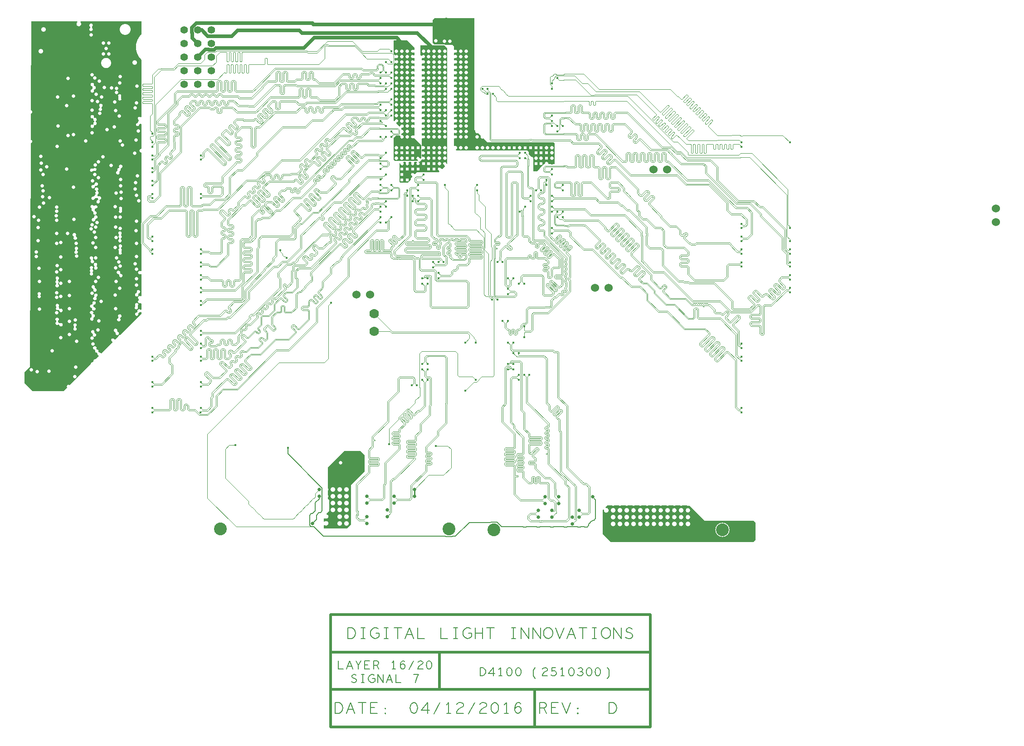
<source format=gbr>
G04 ================== begin FILE IDENTIFICATION RECORD ==================*
G04 Layout Name:  2510300_REV-D.brd*
G04 Film Name:    L16_sig7.gbr*
G04 File Format:  Gerber RS274X*
G04 File Origin:  Cadence Allegro 16.6-2015-S051*
G04 Origin Date:  Tue Apr 12 06:53:58 2016*
G04 *
G04 Layer:  VIA CLASS/L16_SIG7*
G04 Layer:  PIN/L16_SIG7*
G04 Layer:  ETCH/L16_SIG7*
G04 Layer:  DRAWING FORMAT/TITLE_BLOCK*
G04 *
G04 Offset:    (0.00 0.00)*
G04 Mirror:    No*
G04 Mode:      Positive*
G04 Rotation:  0*
G04 FullContactRelief:  No*
G04 UndefLineWidth:     0.00*
G04 ================== end FILE IDENTIFICATION RECORD ====================*
%FSLAX25Y25*MOIN*%
%IR0*IPPOS*OFA0.00000B0.00000*MIA0B0*SFA1.00000B1.00000*%
%ADD15C,.06*%
%ADD14C,.025*%
%ADD11C,.07*%
%ADD10C,.016*%
%ADD12C,.055*%
%ADD13C,.094*%
%ADD16C,.01*%
%ADD17C,.011*%
%ADD18C,.02*%
%ADD19C,.004*%
%ADD20C,.00401*%
%ADD21C,.006*%
%ADD22C,.008*%
%ADD23C,.00399*%
%ADD29C,.03304*%
%ADD28C,.02404*%
%ADD27C,.08004*%
%ADD25C,.03504*%
%ADD24C,.02604*%
%ADD26C,.07404*%
%ADD30C,.10404*%
G75*
%LPD*%
G75*
G36*
G01X36000Y112000D02*
X30000Y118000D01*
Y126000D01*
X34000Y130000D01*
X34646Y294197D01*
X34800Y294233D01*
G03X34810Y296765I-300J1267D01*
G01X34657Y296802D01*
X34732Y316010D01*
X34874Y316053D01*
G03X34884Y318544I-374J1247D01*
G01X34742Y318588D01*
X35000Y384000D01*
X68698D01*
X68931Y383395D01*
X68828Y383303D01*
G03X71172I1172J-1303D01*
G01X71069Y383395D01*
X71302Y384000D01*
X116000D01*
Y374384D01*
G03Y355616I9000J-9384D01*
G01Y313667D01*
X115452Y313401D01*
X115353Y313478D01*
G03X113967Y311289I-803J-1025D01*
G01Y310712D01*
G03X113255Y309415I583J-1164D01*
G01X113075Y309196D01*
G03X114495Y308033I125J-1296D01*
G01X114675Y308252D01*
G03X115353Y308523I-125J1296D01*
G01X115452Y308600D01*
X116000Y308334D01*
Y290302D01*
X115800Y290102D01*
G03Y287498I0J-1302D01*
G01X116000Y287298D01*
Y285907D01*
X115986Y285872D01*
G03Y284928I1214J-472D01*
G01X116000Y284893D01*
Y236005D01*
X115600Y235605D01*
Y220495D01*
X116000Y220095D01*
Y200427D01*
X115488Y200143D01*
X115389Y200205D01*
G03Y197995I-689J-1105D01*
G01X115488Y198057D01*
X116000Y197773D01*
Y181977D01*
X115500Y181688D01*
X115400Y181746D01*
G03X114167Y179454I-650J-1128D01*
G01Y178877D01*
G03X115400Y176585I583J-1164D01*
G01X115500Y176643D01*
X116000Y176354D01*
Y171859D01*
X115385Y171634D01*
X115295Y171740D01*
G03X113106Y170381I-995J-840D01*
G01X113152Y170275D01*
X112809Y169811D01*
X112695Y169824D01*
G03X113744Y169049I-145J-1294D01*
G01X113698Y169155D01*
X114041Y169619D01*
X114155Y169606D01*
G03X115295Y170060I145J1294D01*
G01X115385Y170166D01*
X116000Y169941D01*
Y169000D01*
X100304Y153304D01*
X100228Y153300D01*
G03X99000Y152072I72J-1300D01*
G01X98996Y151996D01*
X96809Y149809D01*
X96264Y149932D01*
X96227Y150036D01*
G03X94564Y148373I-1227J-436D01*
G01X94668Y148336D01*
X94791Y147791D01*
X86721Y139721D01*
X86202Y139801D01*
X86155Y139891D01*
G03X84915Y140589I-1155J-601D01*
G01X84815Y140583D01*
X84476Y140980D01*
X84499Y141078D01*
G03X83283Y142671I-1269J292D01*
G01X83178Y142675D01*
X82890Y143129D01*
X82930Y143226D01*
G03X81677Y142429I-1200J504D01*
G01X81782Y142425D01*
X82070Y141971D01*
X82030Y141874D01*
G03X83315Y140071I1200J-504D01*
G01X83415Y140077D01*
X83754Y139680D01*
X83731Y139582D01*
G03X84626Y138043I1269J-292D01*
G01X84674Y138028D01*
X84851Y137851D01*
X84616Y137616D01*
X84573Y137601D01*
G03X83770Y136798I427J-1230D01*
G01X83755Y136755D01*
X82486Y135486D01*
X82370Y135522D01*
G03X80738Y133890I-390J-1242D01*
G01X80774Y133774D01*
X80211Y133211D01*
X80119Y133218D01*
G03X78722Y131821I-99J-1298D01*
G01X78729Y131729D01*
X65844Y118844D01*
G03X65467Y118472I707J-1093D01*
G01X65456Y118456D01*
X63328Y116328D01*
X63190Y116428D01*
G03X61480Y114480I-763J-1055D01*
G01X59000Y112000D01*
X36000D01*
G37*
G36*
G01X250000Y11000D02*
Y13158D01*
X250548Y13425D01*
X250647Y13348D01*
G03Y16106I1080J1379D01*
G01X250548Y16029D01*
X250000Y16296D01*
Y18158D01*
X250548Y18425D01*
X250647Y18348D01*
G03X252236Y21404I1080J1379D01*
G01X252127Y21436D01*
X251989Y21989D01*
X254000Y24000D01*
Y32000D01*
X253000Y33000D01*
Y33521D01*
X253049Y33577D01*
G03Y35877I-1322J1150D01*
G01X253000Y35933D01*
Y38521D01*
X253049Y38577D01*
G03Y40877I-1322J1150D01*
G01X253000Y40933D01*
Y56000D01*
X265000Y68000D01*
X277000D01*
X280000Y65000D01*
Y53000D01*
X270000Y43000D01*
Y40022D01*
X269997Y40007D01*
G03Y39447I1730J-280D01*
G01X270000Y39432D01*
Y25022D01*
X269997Y25007D01*
G03Y24447I1730J-280D01*
G01X270000Y24432D01*
Y20022D01*
X269997Y20007D01*
G03Y19447I1730J-280D01*
G01X270000Y19432D01*
Y15022D01*
X269997Y15007D01*
G03Y14447I1730J-280D01*
G01X270000Y14432D01*
Y14000D01*
X267000Y11000D01*
X250000D01*
G37*
G36*
G01X302200Y281200D02*
X301300Y282100D01*
Y298200D01*
X302916Y299816D01*
X305323D01*
X305407Y299900D01*
X306001D01*
X306310Y299468D01*
X306276Y299370D01*
G03X307425Y300247I1232J-422D01*
G01X307339Y300242D01*
X307000Y300560D01*
Y301274D01*
X307339Y301592D01*
X307425Y301587D01*
G03Y304185I83J1299D01*
G01X307339Y304180D01*
X307000Y304498D01*
Y305200D01*
X306826Y305374D01*
X307050Y305598D01*
X307162Y305567D01*
G03X306210Y306923I346J1255D01*
G01X306200Y306796D01*
X305619Y306581D01*
X304652Y307548D01*
X304642Y307563D01*
G03X304312Y307893I-1071J-741D01*
G01X304297Y307903D01*
X303329Y308871D01*
X303544Y309452D01*
X303672Y309462D01*
G03X302273Y310861I-101J1298D01*
G01X302263Y310733D01*
X301682Y310518D01*
X301400Y310800D01*
Y352718D01*
X302025Y353343D01*
X302501Y353318D01*
X302557Y353249D01*
G03X302753Y355079I1013J817D01*
G01X302654Y355000D01*
X302102Y355265D01*
Y356805D01*
X302654Y357070D01*
X302753Y356991D01*
G03Y359017I817J1013D01*
G01X302654Y358938D01*
X302102Y359203D01*
Y359391D01*
X301400Y360092D01*
Y370000D01*
X311100D01*
X311200Y370100D01*
X316900Y364400D01*
Y363096D01*
X316334Y362838D01*
X316237Y362923D01*
G03Y360959I-855J-982D01*
G01X316334Y361044D01*
X316900Y360786D01*
Y359159D01*
X316334Y358901D01*
X316237Y358986D01*
G03Y357022I-855J-982D01*
G01X316334Y357107D01*
X316900Y356849D01*
Y355221D01*
X316334Y354963D01*
X316237Y355048D01*
G03Y353084I-855J-982D01*
G01X316334Y353169D01*
X316900Y352911D01*
Y351285D01*
X316334Y351027D01*
X316237Y351112D01*
G03Y349148I-855J-982D01*
G01X316334Y349233D01*
X316900Y348975D01*
Y347348D01*
X316334Y347090D01*
X316237Y347175D01*
G03Y345211I-855J-982D01*
G01X316334Y345296D01*
X316900Y345038D01*
Y343411D01*
X316334Y343153D01*
X316237Y343238D01*
G03X315382Y343558I-855J-982D01*
G01X315381D01*
G03Y340954I0J-1302D01*
G01X315382D01*
G03X316237Y341274I0J1302D01*
G01X316334Y341359D01*
X316900Y341101D01*
Y339473D01*
X316334Y339215D01*
X316237Y339300D01*
G03Y337336I-855J-982D01*
G01X316334Y337421D01*
X316900Y337163D01*
Y335537D01*
X316334Y335279D01*
X316237Y335364D01*
G03Y333400I-855J-982D01*
G01X316334Y333485D01*
X316900Y333227D01*
Y331600D01*
X316334Y331342D01*
X316237Y331427D01*
G03Y329463I-855J-982D01*
G01X316334Y329548D01*
X316900Y329290D01*
Y327663D01*
X316334Y327405D01*
X316237Y327490D01*
G03Y325526I-855J-982D01*
G01X316334Y325611D01*
X316900Y325353D01*
Y323725D01*
X316334Y323467D01*
X316237Y323552D01*
G03Y321588I-855J-982D01*
G01X316334Y321673D01*
X316900Y321415D01*
Y319789D01*
X316334Y319531D01*
X316237Y319616D01*
G03Y317652I-855J-982D01*
G01X316334Y317737D01*
X316900Y317479D01*
Y315851D01*
X316334Y315593D01*
X316237Y315678D01*
G03Y313714I-855J-982D01*
G01X316334Y313799D01*
X316900Y313541D01*
Y311915D01*
X316334Y311657D01*
X316237Y311742D01*
G03Y309778I-855J-982D01*
G01X316334Y309863D01*
X316900Y309605D01*
Y307977D01*
X316334Y307719D01*
X316237Y307804D01*
G03Y305840I-855J-982D01*
G01X316334Y305925D01*
X316900Y305667D01*
Y300103D01*
X316334Y299845D01*
X316237Y299930D01*
G03Y297966I-855J-982D01*
G01X316334Y298051D01*
X316900Y297793D01*
Y297600D01*
X321600Y292900D01*
Y283600D01*
X321093Y283093D01*
X320524Y283272D01*
X320502Y283391D01*
G03X319107Y281996I-1183J-212D01*
G01X319226Y281974D01*
X319405Y281405D01*
X319200Y281200D01*
X302200D01*
G37*
G36*
G01X306500Y265300D02*
X305800Y266000D01*
Y279500D01*
X306019Y279719D01*
X306230Y279508D01*
X306217Y279410D01*
G03X308528Y280050I1291J-169D01*
G01X308450Y280148D01*
X308716Y280698D01*
X310237D01*
X310503Y280148D01*
X310425Y280050D01*
G03X312465I1020J-809D01*
G01X312387Y280148D01*
X312653Y280698D01*
X314174D01*
X314440Y280148D01*
X314362Y280050D01*
G03X316402I1020J-809D01*
G01X316324Y280148D01*
X316590Y280698D01*
X318245D01*
X318501Y280131D01*
X318416Y280034D01*
G03X319848Y280320I903J-793D01*
G01X319736Y280375D01*
Y280700D01*
X320400D01*
X322000Y282300D01*
Y282457D01*
X322291D01*
X322351Y282388D01*
G03X322690Y284239I905J791D01*
G01X322590Y284186D01*
X322102Y284479D01*
Y285815D01*
X322590Y286108D01*
X322690Y286055D01*
G03Y288175I566J1060D01*
G01X322590Y288122D01*
X322102Y288415D01*
Y289753D01*
X322590Y290046D01*
X322690Y289993D01*
G03Y292113I566J1060D01*
G01X322590Y292060D01*
X322102Y292353D01*
Y293108D01*
X322000Y293209D01*
Y297593D01*
X322501Y297881D01*
X322601Y297823D01*
G03Y300073I655J1125D01*
G01X322501Y300015D01*
X322000Y300303D01*
Y301531D01*
X322501Y301819D01*
X322601Y301761D01*
G03Y304011I655J1125D01*
G01X322501Y303953D01*
X322000Y304241D01*
Y305467D01*
X322501Y305755D01*
X322601Y305697D01*
G03Y307947I655J1125D01*
G01X322501Y307889D01*
X322000Y308177D01*
Y309405D01*
X322501Y309693D01*
X322601Y309635D01*
G03Y311885I655J1125D01*
G01X322501Y311827D01*
X322000Y312115D01*
Y313341D01*
X322501Y313629D01*
X322601Y313571D01*
G03Y315821I655J1125D01*
G01X322501Y315763D01*
X322000Y316051D01*
Y317279D01*
X322501Y317567D01*
X322601Y317509D01*
G03Y319759I655J1125D01*
G01X322501Y319701D01*
X322000Y319989D01*
Y321216D01*
X322501Y321504D01*
X322601Y321446D01*
G03Y323696I655J1125D01*
G01X322501Y323638D01*
X322000Y323926D01*
Y325151D01*
X322501Y325439D01*
X322601Y325381D01*
G03Y327633I654J1126D01*
G01X322501Y327575D01*
X322000Y327863D01*
Y329090D01*
X322501Y329378D01*
X322601Y329320D01*
G03Y331570I655J1125D01*
G01X322501Y331512D01*
X322000Y331800D01*
Y333027D01*
X322501Y333315D01*
X322601Y333257D01*
G03Y335507I655J1125D01*
G01X322501Y335449D01*
X322000Y335737D01*
Y336963D01*
X322501Y337251D01*
X322601Y337193D01*
G03Y339443I655J1125D01*
G01X322501Y339385D01*
X322000Y339673D01*
Y340901D01*
X322501Y341189D01*
X322601Y341131D01*
G03Y343381I655J1125D01*
G01X322501Y343323D01*
X322000Y343611D01*
Y344838D01*
X322501Y345126D01*
X322601Y345068D01*
G03Y347318I655J1125D01*
G01X322501Y347260D01*
X322000Y347548D01*
Y348775D01*
X322501Y349063D01*
X322601Y349005D01*
G03Y351255I655J1125D01*
G01X322501Y351197D01*
X322000Y351485D01*
Y352711D01*
X322501Y352999D01*
X322601Y352941D01*
G03Y355191I655J1125D01*
G01X322501Y355133D01*
X322000Y355421D01*
Y356649D01*
X322501Y356937D01*
X322601Y356879D01*
G03X322137Y358669I655J1125D01*
G01X322087Y358585D01*
X321579Y358521D01*
X321200Y358900D01*
Y366300D01*
X338900D01*
X340800Y364400D01*
Y279200D01*
X340506Y278906D01*
X340303Y279109D01*
X340306Y279196D01*
G03X338709Y277973I-1301J45D01*
G01X338823Y277946D01*
X338984Y277384D01*
X336923Y275323D01*
X336361Y275484D01*
X336334Y275599D01*
G03X334771Y274036I-1268J-295D01*
G01X334886Y274009D01*
X335047Y273447D01*
X334400Y272800D01*
X318300D01*
X317082Y271582D01*
X316542Y271697D01*
X316503Y271798D01*
G03X314949Y270244I-1122J-432D01*
G01X315050Y270205D01*
X315165Y269665D01*
X314200Y268700D01*
Y267700D01*
X311800Y265300D01*
X306500D01*
G37*
G36*
G01X404000Y273600D02*
Y283700D01*
X403300Y284400D01*
X402800D01*
X400800Y286400D01*
Y287900D01*
X399900Y288800D01*
X347700D01*
X347212Y289288D01*
X347310Y289819D01*
X347407Y289862D01*
G03X346206Y292167I-529J1190D01*
G01X346106Y292107D01*
X345600Y292393D01*
Y297607D01*
X346106Y297893D01*
X346206Y297833D01*
G03Y300063I672J1115D01*
G01X346106Y300003D01*
X345600Y300289D01*
Y301544D01*
X346106Y301830D01*
X346206Y301770D01*
G03Y304000I672J1115D01*
G01X346106Y303940D01*
X345600Y304226D01*
Y305481D01*
X346106Y305767D01*
X346206Y305707D01*
G03Y307937I672J1115D01*
G01X346106Y307877D01*
X345600Y308163D01*
Y309418D01*
X346106Y309704D01*
X346206Y309644D01*
G03Y311874I672J1115D01*
G01X346106Y311814D01*
X345600Y312100D01*
Y313355D01*
X346106Y313641D01*
X346206Y313581D01*
G03Y315811I672J1115D01*
G01X346106Y315751D01*
X345600Y316037D01*
Y317293D01*
X346106Y317579D01*
X346206Y317519D01*
G03Y319749I672J1115D01*
G01X346106Y319689D01*
X345600Y319975D01*
Y321230D01*
X346107Y321516D01*
X346207Y321456D01*
G03Y323686I672J1115D01*
G01X346107Y323626D01*
X345600Y323912D01*
Y325167D01*
X346106Y325453D01*
X346206Y325393D01*
G03Y327623I672J1115D01*
G01X346106Y327563D01*
X345600Y327849D01*
Y329103D01*
X346106Y329389D01*
X346206Y329329D01*
G03Y331559I672J1115D01*
G01X346106Y331499D01*
X345600Y331785D01*
Y333041D01*
X346106Y333327D01*
X346206Y333267D01*
G03Y335497I672J1115D01*
G01X346106Y335437D01*
X345600Y335723D01*
Y336977D01*
X346106Y337263D01*
X346206Y337203D01*
G03Y339433I672J1115D01*
G01X346106Y339373D01*
X345600Y339659D01*
Y340915D01*
X346106Y341201D01*
X346206Y341141D01*
G03Y343371I672J1115D01*
G01X346106Y343311D01*
X345600Y343597D01*
Y344851D01*
X346106Y345137D01*
X346206Y345077D01*
G03Y347307I672J1115D01*
G01X346106Y347247D01*
X345600Y347533D01*
Y348789D01*
X346106Y349075D01*
X346206Y349015D01*
G03Y351245I672J1115D01*
G01X346106Y351185D01*
X345600Y351471D01*
Y352725D01*
X346106Y353011D01*
X346206Y352951D01*
G03Y355181I672J1115D01*
G01X346106Y355121D01*
X345600Y355407D01*
Y356663D01*
X346106Y356949D01*
X346206Y356889D01*
G03Y359119I672J1115D01*
G01X346106Y359059D01*
X345600Y359345D01*
Y360600D01*
X346106Y360886D01*
X346206Y360826D01*
G03Y363056I672J1115D01*
G01X346106Y362996D01*
X345600Y363282D01*
Y365600D01*
X344600Y366600D01*
X339309D01*
X339108Y366802D01*
X331398D01*
X330000Y368200D01*
Y384700D01*
X331500Y386200D01*
X360900D01*
Y304300D01*
X361570Y303630D01*
X361500Y303499D01*
G03X363262Y301737I1148J-614D01*
G01X363393Y301807D01*
X365507Y299693D01*
X365437Y299562D01*
G03X367199Y297800I1148J-614D01*
G01X367330Y297870D01*
X370400Y294800D01*
X419100D01*
X419800Y294100D01*
Y279300D01*
X419300Y278800D01*
X415447D01*
X415130Y279125D01*
X415132Y279209D01*
G03X412528I-1302J31D01*
G01X412530Y279125D01*
X412213Y278800D01*
X411900D01*
X409560Y276460D01*
X409515Y276445D01*
G03X408752Y275682I378J-1141D01*
G01X408737Y275637D01*
X406700Y273600D01*
X404000D01*
G37*
G36*
G01X461000Y1000D02*
X455000Y7000D01*
Y24500D01*
X455416Y24916D01*
X456013Y24617D01*
X455993Y24474D01*
G03X457480Y25961I1734J-247D01*
G01X457337Y25941D01*
X457038Y26538D01*
X457994Y27494D01*
X458055Y27506D01*
G03X458922Y27946I-328J1721D01*
G01X458980Y28000D01*
X461474D01*
X461532Y27946D01*
G03X463922I1195J1281D01*
G01X463980Y28000D01*
X466474D01*
X466532Y27946D01*
G03X468922I1195J1281D01*
G01X468980Y28000D01*
X471619D01*
X471674Y27954D01*
G03X473780I1053J1273D01*
G01X473835Y28000D01*
X476474D01*
X476532Y27946D01*
G03X478922I1195J1281D01*
G01X478980Y28000D01*
X481619D01*
X481674Y27954D01*
G03X483780I1053J1273D01*
G01X483835Y28000D01*
X486474D01*
X486532Y27946D01*
G03X488922I1195J1281D01*
G01X488980Y28000D01*
X491619D01*
X491674Y27954D01*
G03X493780I1053J1273D01*
G01X493835Y28000D01*
X496474D01*
X496532Y27946D01*
G03X498922I1195J1281D01*
G01X498980Y28000D01*
X501619D01*
X501674Y27954D01*
G03X503780I1053J1273D01*
G01X503835Y28000D01*
X506474D01*
X506532Y27946D01*
G03X508922I1195J1281D01*
G01X508980Y28000D01*
X511619D01*
X511674Y27954D01*
G03X513780I1053J1273D01*
G01X513835Y28000D01*
X516474D01*
X516532Y27946D01*
G03X518590Y27702I1195J1281D01*
G01X518723Y27777D01*
X530000Y16500D01*
X566000D01*
X567500Y15000D01*
Y2500D01*
X566000Y1000D01*
X461000D01*
G37*
%LPC*%
G75*
G36*
G01X99147Y327687D02*
G03X99137Y328241I-293J272D01*
G02X101013Y328273I923J919D01*
G03X101023Y327719I293J-272D01*
G02X99147Y327687I-923J-919D01*
G37*
G36*
G01X81099Y273903D02*
G03X80535Y273762I-215J-337D01*
G02X80101Y275497I-1135J638D01*
G03X80665Y275638I215J337D01*
G02X81099Y273903I1135J-638D01*
G37*
G36*
G01X99715Y245057D02*
G03X99729Y245611I-281J284D01*
G02X101605Y245563I961J879D01*
G03X101591Y245009I281J-284D01*
G02X99715Y245057I-961J-879D01*
G37*
G36*
G01X67779Y226271D02*
G03X67943Y225683I331J-225D01*
G02X66321Y225229I-543J-1183D01*
G03X66157Y225817I-331J225D01*
G02X67779Y226271I543J1183D01*
G37*
G36*
G01X78418Y199073D02*
X78442Y199513D01*
X78388Y199575D01*
G02X78368Y201262I982J855D01*
G01X78420Y201324D01*
X78386Y201762D01*
X78326Y201816D01*
G02X80192Y201958I864J974D01*
G01X80140Y201896D01*
X80174Y201458D01*
X80234Y201404D01*
G02X80252Y199472I-864J-974D01*
G01X80192Y199417D01*
X80168Y198977D01*
X80222Y198915D01*
G02X78358Y199018I-982J-855D01*
G01X78418Y199073D01*
G37*
G36*
G01X41831Y182690D02*
G03Y182410I143J-140D01*
G02X39969I-931J-910D01*
G03Y182690I-143J140D01*
G02X41831I931J910D01*
G37*
G36*
G01X83043Y181317D02*
G03X82879Y180729I167J-363D01*
G02X81257Y181183I-1079J-729D01*
G03X81421Y181771I-167J363D01*
G02X83043Y181317I1079J729D01*
G37*
G36*
G01X111436Y174284D02*
G03X111509Y174839I-247J315D01*
G02X113354Y174596I1041J781D01*
G03X113281Y174041I247J-315D01*
G02X111436Y174284I-1041J-781D01*
G37*
G36*
G01X98225Y156159D02*
G03X98516Y155632I376J-136D01*
G02X97015Y154801I-276J-1272D01*
G03X96724Y155328I-376J136D01*
G02X98225Y156159I276J1272D01*
G37*
G36*
G01X79615Y379147D02*
G02X78385I-615J-1147D01*
G03Y379853I-189J353D01*
G02X79615I615J1147D01*
G03Y379147I189J-353D01*
G37*
G36*
G01X81050Y333309D02*
X81091Y333217D01*
G02X79757Y333984I-1191J-527D01*
G01X79858Y333995D01*
X80120Y334451D01*
X80079Y334543D01*
G02X80067Y335567I1191J526D01*
G01X80105Y335659D01*
X79843Y336105D01*
X79745Y336117D01*
G02X81103Y336913I155J1293D01*
G01X81065Y336821D01*
X81327Y336375D01*
X81425Y336363D01*
G02X81413Y333776I-155J-1293D01*
G01X81312Y333765D01*
X81050Y333309D01*
G37*
G36*
G01X86654Y320182D02*
G02X85290Y320398I-855J-982D01*
G03X85396Y321068I-157J368D01*
G02X86760Y320852I855J982D01*
G03X86654Y320182I157J-368D01*
G37*
G36*
G01X81128Y307146D02*
X81157Y307040D01*
G02X80135Y307981I-1257J-340D01*
G01X80243Y307961D01*
X80622Y308372D01*
X80593Y308478D01*
G02X81267Y309982I1257J340D01*
G01Y310559D01*
G02X80583Y312022I583J1164D01*
G01X80607Y312127D01*
X80231Y312526D01*
X80124Y312507D01*
G02X81167Y313491I-224J1283D01*
G01X81143Y313386D01*
X81519Y312987D01*
X81626Y313006D01*
G02X82433Y310559I224J-1283D01*
G01Y309982D01*
G02X81615Y307537I-583J-1164D01*
G01X81507Y307557D01*
X81128Y307146D01*
G37*
G36*
G01X99825Y273072D02*
G02X98173Y273674I-1155J-602D01*
G03X98375Y274228I-152J369D01*
G02X99312Y276114I1155J602D01*
G01X99409Y276130D01*
X99650Y276581D01*
X99610Y276671D01*
G02X101018Y275916I1190J529D01*
G01X100921Y275900D01*
X100680Y275449D01*
X100720Y275359D01*
G02X100027Y273626I-1190J-529D01*
G03X99825Y273072I152J-369D01*
G37*
G36*
G01X81777Y262555D02*
G02X80990Y263506I-1277J-255D01*
G03X81533Y263955I151J370D01*
G02X82320Y263004I1277J255D01*
G03X81777Y262555I-151J-370D01*
G37*
G36*
G01X85102Y252146D02*
X85179Y252058D01*
G02X83985Y252484I-979J-858D01*
G01X84101Y252504D01*
X84298Y253054D01*
X84221Y253142D01*
G02X83911Y253820I979J858D01*
G01X83895Y253928D01*
X83392Y254161D01*
X83300Y254102D01*
G02X82281Y253938I-699J1098D01*
G03X81788Y253609I-97J-388D01*
G02X80819Y255062I-1288J191D01*
G03X81312Y255391I97J388D01*
G02X82116Y256409I1288J-191D01*
G01X82204Y256444D01*
X82355Y256917D01*
X82304Y256996D01*
G02X82558Y258693I1096J703D01*
G01X82639Y258762D01*
X82581Y259301D01*
X82487Y259351D01*
G02X83942Y259507I613J1149D01*
G01X83861Y259438D01*
X83919Y258899D01*
X84013Y258849D01*
G02X83884Y256491I-613J-1149D01*
G01X83796Y256456D01*
X83645Y255983D01*
X83696Y255904D01*
G02X83889Y255380I-1097J-702D01*
G01X83905Y255272D01*
X84408Y255039D01*
X84500Y255098D01*
G02X85415Y252716I700J-1098D01*
G01X85299Y252696D01*
X85102Y252146D01*
G37*
G36*
G01X81983Y244249D02*
X82078Y244232D01*
G02X80658Y243474I-228J-1282D01*
G01X80697Y243562D01*
X80457Y244011D01*
X80362Y244028D01*
G02X79441Y245922I228J1282D01*
G03X79248Y246477I-353J188D01*
G02X80862Y248378I522J1193D01*
G01X80917Y248294D01*
X81439Y248261D01*
X81504Y248338D01*
G02X82280Y246217I996J-838D01*
G01X82170Y246236D01*
X81798Y245809D01*
X81832Y245702D01*
G02X81782Y244786I-1242J-392D01*
G01X81743Y244698D01*
X81983Y244249D01*
G37*
G36*
G01X82082Y238228D02*
G02X80819Y239302I-1282J-228D01*
G03X81218Y239772I5J400D01*
G02X82481Y238698I1282J228D01*
G03X82082Y238228I-5J-400D01*
G37*
G36*
G01X100861Y223728D02*
X100952Y223663D01*
G02X99601Y223756I-752J-1063D01*
G01X99700Y223808D01*
X99739Y224372D01*
X99648Y224437D01*
G02X99570Y226503I752J1063D01*
G01X99646Y226566D01*
X99627Y227081D01*
X99547Y227138D01*
G02X101130Y227197I753J1062D01*
G01X101054Y227134D01*
X101073Y226619D01*
X101153Y226562D01*
G02X100999Y224344I-753J-1062D01*
G01X100900Y224292D01*
X100861Y223728D01*
G37*
G36*
G01X68789Y215135D02*
G02X67394Y215252I-789J-1035D01*
G03X67451Y215925I-186J355D01*
G02X68846Y215808I789J1035D01*
G03X68789Y215135I186J-355D01*
G37*
G36*
G01X101343Y214339D02*
G02X99467Y214307I-923J-919D01*
G03X99457Y214861I-293J272D01*
G02X99699Y216890I923J919D01*
G01X99789Y216945D01*
X99813Y217489D01*
X99727Y217552D01*
G02X101181Y217490I773J1048D01*
G01X101091Y217435D01*
X101067Y216891D01*
X101153Y216828D01*
G02X101333Y214893I-773J-1048D01*
G03X101343Y214339I293J-272D01*
G37*
G36*
G01X80487Y208408D02*
G02X79001Y208035I-487J-1208D01*
G03X78843Y208662I-307J256D01*
G02X80329Y209035I487J1208D01*
G03X80487Y208408I307J-256D01*
G37*
G36*
G01X83212Y203590D02*
G02X81596Y203437I-712J-1090D01*
G03X81538Y204060I-277J288D01*
G02X83154Y204213I712J1090D01*
G03X83212Y203590I277J-288D01*
G37*
G36*
G01X100747Y198175D02*
G02X99682Y197390I133J-1295D01*
G03X99273Y197945I-368J157D01*
G02X100338Y198730I-133J1295D01*
G03X100747Y198175I368J-157D01*
G37*
G36*
G01X54773Y190619D02*
X54853Y190562D01*
G02X53270Y190503I-753J-1062D01*
G01X53346Y190566D01*
X53327Y191081D01*
X53247Y191138D01*
G02X53342Y193323I753J1062D01*
G01X53433Y193377D01*
X53471Y193916D01*
X53389Y193981D01*
G02X54858Y193877I810J1019D01*
G01X54767Y193823D01*
X54729Y193284D01*
X54811Y193219D01*
G02X54830Y191197I-811J-1019D01*
G01X54754Y191134D01*
X54773Y190619D01*
G37*
G36*
G01X82078Y187532D02*
G02X80658Y186774I-228J-1282D01*
G03X80362Y187328I-366J160D01*
G02X81782Y188086I228J1282D01*
G03X82078Y187532I366J-160D01*
G37*
G36*
G01X113743Y183231D02*
G02X112336Y183994I-1193J-521D01*
G03X112637Y184549I-66J395D01*
G02X114044Y183786I1193J521D01*
G03X113743Y183231I66J-395D01*
G37*
G36*
G01X81082Y173699D02*
G02X79724Y172661I-83J-1299D01*
G03X79358Y173141I-392J81D01*
G02X79589Y175733I82J1299D01*
G01X79704Y175720D01*
X80048Y176182D01*
X80003Y176288D01*
G02X81051Y175507I1197J512D01*
G01X80936Y175520D01*
X80592Y175058D01*
X80637Y174952D01*
G02X80716Y174179I-1197J-513D01*
G03X81082Y173699I392J-81D01*
G37*
G36*
G01X56191Y172397D02*
X56287Y172449D01*
G02X55600Y171222I613J-1149D01*
G01X55594Y171331D01*
X55109Y171603D01*
X55013Y171551D01*
G02X53370Y173497I-613J1149D01*
G03X53323Y174037I-316J245D01*
G02X55230Y174203I877J963D01*
G03X55277Y173663I316J-245D01*
G02X55700Y172778I-877J-963D01*
G01X55706Y172669D01*
X56191Y172397D01*
G37*
G36*
G01X80757Y165567D02*
G02X79157Y166218I-1167J-577D01*
G03X79383Y166773I-132J377D01*
G02X79370Y167900I1167J577D01*
G01X79410Y167985D01*
X79196Y168434D01*
X79104Y168457D01*
G02X80600Y169170I316J1263D01*
G01X80560Y169085D01*
X80774Y168636D01*
X80866Y168613D01*
G02X80983Y166122I-316J-1263D01*
G03X80757Y165567I132J-377D01*
G37*
G36*
G01X100390Y165345D02*
G02X98945Y165720I-990J-845D01*
G03X99110Y166355I-139J375D01*
G02X100555Y165980I990J845D01*
G03X100390Y165345I139J-375D01*
G37*
G36*
G01X55954Y161702D02*
X56042Y161779D01*
G02X55616Y160585I858J-979D01*
G01X55596Y160701D01*
X55046Y160898D01*
X54958Y160821D01*
G02X53514Y162962I-859J978D01*
G01Y163538D01*
G02X54686I586J1162D01*
G01Y162962D01*
G02X55384Y162015I-586J-1163D01*
G01X55404Y161899D01*
X55954Y161702D01*
G37*
G36*
G01X67879Y158759D02*
G02X66521I-679J-1111D01*
G03Y159442I-208J342D01*
G02X67879I679J1111D01*
G03Y158759I208J-341D01*
G37*
G36*
G01X81736Y154456D02*
G02X80290Y153709I-257J-1276D01*
G03X80004Y154264I-365J163D01*
G02X81450Y155011I257J1276D01*
G03X81736Y154456I365J-163D01*
G37*
G36*
G01X302268Y338318D02*
G02X304872I1302J0D01*
G02X302268I-1302J0D01*
G37*
G54D29*
X477727Y24227D03*
Y19227D03*
X507727Y24227D03*
X492727Y14227D03*
X482727Y19227D03*
X502727D03*
X497727D03*
Y24227D03*
X487727D03*
Y19227D03*
X502727Y14227D03*
X492727Y19227D03*
X507727D03*
X482727Y14227D03*
X517727Y24227D03*
X512727Y19227D03*
Y14227D03*
X517727Y19227D03*
G54D28*
X315382Y291053D03*
X307507Y291052D03*
X307508Y287115D03*
X319319Y291053D03*
X315382Y287115D03*
Y283179D03*
X311445Y287115D03*
Y283179D03*
X307507Y267429D03*
Y271366D03*
Y275304D03*
X311444Y267429D03*
X315381Y275304D03*
X319318D03*
X311444D03*
X323256Y279241D03*
X327193Y291053D03*
Y287115D03*
X331130Y283179D03*
Y287115D03*
X327193Y279241D03*
X331130D03*
Y275305D03*
X327193D03*
X390208Y291052D03*
X386271D03*
X405956Y279240D03*
X398082Y291052D03*
X405956Y287114D03*
X409893Y279240D03*
X413830Y283178D03*
Y287114D03*
X409893Y291052D03*
X405956D03*
X402019D03*
X409893Y287114D03*
G54D27*
X104000Y378000D03*
G54D25*
X42000Y362000D03*
X44000Y378000D03*
X111200Y353600D03*
X261727Y19727D03*
X266727D03*
X261727Y14727D03*
X256727Y24727D03*
X266727D03*
X261727Y29727D03*
X266727D03*
X256727D03*
X261727Y24727D03*
X266727Y14727D03*
X256727Y39727D03*
X261727Y34727D03*
X266727D03*
X256727D03*
X266727Y39727D03*
X261727D03*
X462727Y19227D03*
X467727Y24227D03*
X462727Y14227D03*
X472727Y19227D03*
Y14227D03*
Y24227D03*
X462727D03*
X477727Y14227D03*
X467727D03*
Y19227D03*
X502727Y24227D03*
X492727D03*
X482727D03*
X507727Y14227D03*
X497727D03*
X487727D03*
X512727Y24227D03*
X517727Y14227D03*
G54D24*
X35100Y127500D03*
X39400Y126300D03*
X41000Y172300D03*
X40900Y202300D03*
X41000Y192700D03*
X38600Y210900D03*
X38800Y214100D03*
X40500Y237700D03*
X40100Y232300D03*
X40000Y222700D03*
X43932Y250132D03*
X43347Y255053D03*
X37200Y240100D03*
X41100Y247300D03*
X43900Y259200D03*
X43600Y271200D03*
X43200Y262800D03*
X42079Y284579D03*
X42037Y274737D03*
X42242Y279658D03*
X48100Y126500D03*
X50400Y141700D03*
X56900Y151100D03*
X53900Y184100D03*
X53700Y180900D03*
X53900Y169600D03*
X56900Y181700D03*
X53700Y199500D03*
X56900Y191400D03*
Y201300D03*
X54000Y204200D03*
X53900Y220500D03*
X56900Y210700D03*
X53600Y237700D03*
X53900Y228000D03*
X56900Y221100D03*
X61600Y227800D03*
X53500Y240900D03*
X53600Y244100D03*
Y247300D03*
X48500Y254200D03*
X46300Y276900D03*
X61100Y275400D03*
X54200Y291900D03*
X54600Y306900D03*
X62000Y300000D03*
X61050Y322050D03*
X54400Y328100D03*
X62000Y342000D03*
X67030Y122470D03*
X67860Y129560D03*
X68440Y148460D03*
X63100Y153600D03*
Y163100D03*
X67300Y164100D03*
X79620Y150820D03*
X79590Y183890D03*
X63100Y172600D03*
Y182300D03*
Y192600D03*
X68300Y211100D03*
X68100Y220600D03*
X66520Y238220D03*
X79800Y234100D03*
X79170Y231130D03*
X66000Y262000D03*
X79900Y302000D03*
X75000Y296000D03*
X66100Y300600D03*
X79900Y325600D03*
Y318520D03*
X66000Y329000D03*
X79900Y344500D03*
X79000Y374000D03*
X80300Y146500D03*
X84600Y163500D03*
X84000Y157000D03*
X86400Y178000D03*
X96900Y182500D03*
X97000Y172500D03*
X84500Y195700D03*
X82500Y192500D03*
X97100Y202500D03*
X97400Y192500D03*
X82500Y217500D03*
Y210000D03*
X96700Y217500D03*
X82500Y225000D03*
Y232500D03*
X83440Y235860D03*
X81470Y228770D03*
X80550Y220950D03*
X97100Y232500D03*
X97400Y225000D03*
X96900Y247500D03*
X97100Y240000D03*
X81790Y271290D03*
X80070Y266570D03*
X97300Y257500D03*
X84370Y268930D03*
X84440Y280740D03*
X82120Y278380D03*
X87700Y284200D03*
X93600Y277900D03*
X96200Y306200D03*
X90760Y304360D03*
X85470Y316170D03*
X96260Y324440D03*
X97200Y318400D03*
X83626Y325027D03*
X85200Y339800D03*
X81840Y342160D03*
X82850Y330350D03*
X86600Y328300D03*
X88900Y335100D03*
X94000Y335000D03*
X92000Y360000D03*
X88000D03*
Y368000D03*
X92000D03*
X90000Y364000D03*
X112550Y201610D03*
Y194520D03*
X100070Y187430D03*
X112550Y189790D03*
X99400Y206900D03*
X111400Y205500D03*
X100470Y203970D03*
X112300Y220500D03*
X112550Y211050D03*
X97900Y210000D03*
X100500Y231700D03*
X112240Y237040D03*
X112050Y229950D03*
X100930Y253570D03*
X112340Y255940D03*
X114200Y252000D03*
X100300Y239900D03*
X100650Y267750D03*
X111690Y265390D03*
X101000Y258300D03*
X111260Y260660D03*
X113010Y270110D03*
X100680Y263020D03*
X111000Y287000D03*
X113880Y303180D03*
X112000Y296500D03*
X100300Y296000D03*
X102000Y293000D03*
X111350Y320150D03*
X112500Y323800D03*
X99700Y314100D03*
X97870Y331530D03*
X97900Y334700D03*
X100210Y338610D03*
X100240Y343340D03*
X112750Y336250D03*
X262300Y59300D03*
X303570Y291052D03*
X311445Y298948D03*
X311444Y291052D03*
X307508Y283178D03*
X303571Y287115D03*
Y283179D03*
X307508Y310760D03*
Y322571D03*
X303571D03*
X307508Y314696D03*
X303571D03*
X311445Y310760D03*
Y302886D03*
X307508Y326508D03*
X311444Y314696D03*
X311445Y318634D03*
X303571Y330445D03*
X303570Y318634D03*
X311445Y306822D03*
Y330445D03*
Y322571D03*
Y326508D03*
X307508Y318634D03*
X303571Y326508D03*
X307508Y330445D03*
X311444Y350130D03*
X307508D03*
X303570D03*
X307508Y354066D03*
X311444Y358004D03*
X307508D03*
X311445Y346193D03*
Y342256D03*
Y338319D03*
X303571Y346193D03*
X307508Y342256D03*
Y334382D03*
X311444D03*
X307508Y346192D03*
X311444Y354066D03*
X307508Y338319D03*
X303571Y334382D03*
Y342256D03*
X311444Y361941D03*
X307508D03*
X303570D03*
X323256D03*
X335066Y283178D03*
X327192D03*
X339004Y287115D03*
X335066Y291052D03*
Y279241D03*
X331130Y291052D03*
X339004Y283178D03*
X335066Y287115D03*
X339004Y291052D03*
X327193Y302886D03*
X331130Y298948D03*
Y306822D03*
X339004Y298948D03*
X335066Y302885D03*
X339004Y306822D03*
X327192D03*
X335066D03*
X339004Y302885D03*
X335066Y298948D03*
X327193D03*
X331130Y302886D03*
X339004Y314696D03*
X327192Y322570D03*
X339004D03*
Y318634D03*
X331130D03*
Y322571D03*
X327193Y318634D03*
Y314696D03*
X331130D03*
X335066Y310759D03*
Y318634D03*
Y314696D03*
Y322570D03*
X331130Y310760D03*
X339004Y310759D03*
X327193Y310760D03*
X339005Y326508D03*
X335067Y330445D03*
Y326508D03*
X327193Y330445D03*
X335066Y338318D03*
X331130D03*
X339004Y342256D03*
X331130D03*
X335066Y334382D03*
X339004D03*
X327193Y342256D03*
Y334382D03*
X331130Y330445D03*
Y326508D03*
X327193Y338319D03*
X331130Y334382D03*
X327192Y326508D03*
X339004Y330444D03*
X335066Y342256D03*
X339004Y338318D03*
Y346192D03*
X335066D03*
X331130D03*
X335066Y350130D03*
X331130D03*
X327192D03*
X339004Y354066D03*
X335066D03*
X327192D03*
X339004Y358004D03*
X335066D03*
X331130D03*
X327192D03*
X339004Y350130D03*
X331130Y354066D03*
X327192Y346192D03*
X339004Y361941D03*
X331130D03*
X327192D03*
X335066D03*
X338600Y369400D03*
X332400Y369700D03*
X342900Y369100D03*
X354752Y291052D03*
X350815D03*
X354752Y298948D03*
Y302885D03*
X350815D03*
X354752Y306822D03*
X350815D03*
Y298948D03*
Y322571D03*
Y310759D03*
X354752Y314696D03*
X350815Y318634D03*
X354752Y322570D03*
Y310759D03*
X350815Y314696D03*
X354752Y318634D03*
X350815Y326508D03*
X354752Y334382D03*
Y338318D03*
X350815D03*
Y342256D03*
X354752Y330444D03*
X354753Y326508D03*
X350815Y330444D03*
Y334382D03*
X354752Y342256D03*
Y346192D03*
X350815D03*
X354752Y350130D03*
X350815D03*
X354752Y354066D03*
Y358004D03*
X350815D03*
Y354066D03*
Y361941D03*
X354752D03*
X378396Y291052D03*
X370522D03*
X362648D03*
X374459D03*
X366585D03*
X362648Y298948D03*
X394144Y291052D03*
X382334D03*
X413830D03*
X409892Y283178D03*
X405956D03*
X417766D03*
Y291052D03*
Y287115D03*
G54D26*
X89960Y353180D03*
G54D30*
X543000Y10000D03*
%LPD*%
G75*
G54D10*
X34600Y122500D03*
X45600Y118900D03*
X56800Y130600D03*
X52500Y154000D03*
X54500Y263100D03*
X43400Y267500D03*
X53900Y283100D03*
X56300Y298100D03*
X54200Y313100D03*
X48000Y336000D03*
X53000Y338000D03*
X55000Y341000D03*
X66400Y195700D03*
X65100Y213300D03*
X65200Y210900D03*
X66100Y206500D03*
X66200Y204100D03*
X66100Y201400D03*
Y198800D03*
X63350Y245350D03*
X61600Y266900D03*
X84600Y274900D03*
X83800Y296200D03*
X124065Y96425D03*
Y99575D03*
Y118475D03*
Y115325D03*
Y134225D03*
Y137375D03*
Y212975D03*
Y216125D03*
Y225575D03*
Y222425D03*
Y266525D03*
Y253925D03*
Y257075D03*
Y263375D03*
Y282275D03*
Y272825D03*
Y275975D03*
Y301175D03*
Y294875D03*
Y291725D03*
Y285425D03*
X112500Y345700D03*
X159675Y99575D03*
X159525Y96425D03*
X159675Y118475D03*
Y115325D03*
Y134225D03*
Y137375D03*
Y143675D03*
Y156275D03*
Y146825D03*
Y153125D03*
Y175175D03*
Y178325D03*
Y184625D03*
Y197225D03*
Y187775D03*
Y194075D03*
Y212975D03*
Y203525D03*
Y206675D03*
Y216125D03*
Y253925D03*
Y257075D03*
Y282275D03*
Y285425D03*
X185000Y72100D03*
X223600Y70200D03*
X222800Y209800D03*
X218150Y215551D03*
X237100Y375300D03*
X267000Y63500D03*
X255500Y177000D03*
X272200Y62800D03*
X298000Y73000D03*
X295696Y247744D03*
X291759D03*
X299634Y239870D03*
X291759D03*
Y235934D03*
X295696D03*
X291759Y243808D03*
X295696Y251682D03*
X291759Y259556D03*
X299634Y263492D03*
Y259556D03*
X291759Y263492D03*
Y267430D03*
X295696Y271366D03*
X291759Y279241D03*
Y275304D03*
Y283178D03*
X295696Y298948D03*
X299634D03*
X291759D03*
X295696Y287115D03*
X299634Y314696D03*
X291759Y318634D03*
X299634Y302885D03*
Y318634D03*
X295696Y306822D03*
X291759Y310759D03*
X295696Y314696D03*
Y318634D03*
X291759Y322570D03*
X295696Y334382D03*
X299634D03*
Y322570D03*
Y326508D03*
X295696Y354066D03*
X299634D03*
X291759Y342256D03*
X295696Y338318D03*
Y346192D03*
X299634Y338318D03*
X291759D03*
Y346192D03*
X299634Y342256D03*
Y346192D03*
Y361941D03*
X314582Y116218D03*
X318518D03*
X319318Y263492D03*
Y259555D03*
X311444Y255618D03*
Y259555D03*
X315381Y251681D03*
Y255618D03*
X319318D03*
Y251681D03*
X311444Y271366D03*
X319318Y287115D03*
X303570Y298948D03*
X303571D03*
X315382Y302885D03*
Y302886D03*
X306150Y369250D03*
X332300Y71700D03*
X326392Y120156D03*
X322456D03*
Y131966D03*
Y128030D03*
X326392Y131966D03*
Y128030D03*
X322456Y194982D03*
X326392D03*
X322456Y191044D03*
X326392D03*
X334266Y194982D03*
Y206792D03*
Y198918D03*
X330330Y202856D03*
Y206792D03*
X323255Y267429D03*
X323256Y275304D03*
Y271367D03*
X353952Y112282D03*
Y147715D03*
X338204Y206792D03*
X339005Y263493D03*
X340100Y385900D03*
X361848Y120156D03*
Y147715D03*
X362648Y263492D03*
Y259556D03*
X370522Y334382D03*
X366585D03*
X370522Y330444D03*
X389408Y128030D03*
Y131966D03*
Y139841D03*
X385471Y131966D03*
X385470Y128030D03*
Y147715D03*
X389408D03*
X381534Y163485D03*
X385470D03*
X373659Y179234D03*
X377596D03*
X385470Y183170D03*
Y187108D03*
Y194982D03*
X389408D03*
X381534Y206792D03*
X377596D03*
X374459Y330444D03*
X397282Y124092D03*
X393344D03*
X401218D03*
X393344Y120156D03*
Y139841D03*
X397282Y151652D03*
Y159548D03*
Y191044D03*
X393344D03*
X398082Y247744D03*
X394145Y243807D03*
X405956Y259555D03*
X402019Y251681D03*
Y255618D03*
X394145Y283178D03*
X398082D03*
X405956Y275304D03*
X398082Y287114D03*
X394145D03*
X402018Y287115D03*
X417766Y228059D03*
Y231996D03*
X421704Y243808D03*
X425641Y239870D03*
Y243808D03*
X417766D03*
X421704Y239870D03*
X417766Y247744D03*
X413830Y263492D03*
Y267429D03*
X425641Y259556D03*
X417766Y251682D03*
Y255618D03*
X425641Y263492D03*
X409893Y259555D03*
X417766Y275304D03*
Y271366D03*
Y279241D03*
Y310759D03*
Y314696D03*
X421704Y302885D03*
X425641Y306822D03*
X421704D03*
X417766D03*
Y334382D03*
Y338318D03*
X421704Y342256D03*
X557500Y9500D03*
X555000Y6000D03*
Y13500D03*
X559500D03*
X559700Y6200D03*
X557065Y96425D03*
Y99575D03*
Y134225D03*
Y137375D03*
Y143675D03*
Y146825D03*
Y212975D03*
Y206675D03*
Y203525D03*
Y231875D03*
Y216125D03*
Y225575D03*
Y222425D03*
Y235025D03*
Y294875D03*
Y291725D03*
X592675Y194075D03*
Y197225D03*
Y184625D03*
Y187775D03*
Y212975D03*
Y206675D03*
Y203525D03*
Y216125D03*
Y222425D03*
Y231875D03*
Y294875D03*
G54D20*
G01X218150Y215551D02*
Y214510D01*
X219809Y212851D01*
Y211784D01*
X220681Y210912D01*
X221688D01*
X222800Y209800D01*
G01X299600Y28840D02*
Y45400D01*
X301200Y47000D01*
X302200D01*
X317286Y62086D01*
Y62691D01*
X316380Y63597D01*
X312129D01*
X311901Y63825D01*
Y64148D01*
X312129Y64376D01*
X317286D01*
X318100Y65190D01*
Y66343D01*
X317286Y67157D01*
X312129D01*
X311901Y67385D01*
Y67708D01*
X312129Y67936D01*
X317286D01*
X318100Y68750D01*
Y69903D01*
X317286Y70717D01*
X312129D01*
X311901Y70945D01*
Y71268D01*
X312129Y71496D01*
X317286D01*
X318100Y72310D01*
Y73463D01*
X317286Y74277D01*
X312129D01*
X311901Y74505D01*
Y74828D01*
X312129Y75056D01*
X317286D01*
X318100Y75870D01*
Y78700D01*
X321700Y82300D01*
Y87597D01*
X322101Y87998D01*
Y87999D01*
X322100Y88000D01*
X328400Y94300D01*
Y101000D01*
X328913Y101513D01*
Y121687D01*
X328045Y122555D01*
X325812D01*
X324924Y123443D01*
Y126562D01*
X326392Y128030D01*
G01X322456D02*
X323925Y126561D01*
Y123029D01*
X325398Y121556D01*
X327631D01*
X327914Y121273D01*
Y101927D01*
X327401Y101414D01*
Y94714D01*
X321101Y88414D01*
X321100D01*
X321099Y88415D01*
Y88412D01*
X320699Y88012D01*
Y82715D01*
X317099Y79115D01*
Y76285D01*
X316871Y76057D01*
X311714D01*
X310900Y75243D01*
Y74090D01*
X311714Y73276D01*
X316871D01*
X317099Y73048D01*
Y72725D01*
X316871Y72497D01*
X311714D01*
X310900Y71683D01*
Y70530D01*
X311714Y69716D01*
X316871D01*
X317099Y69488D01*
Y69165D01*
X316871Y68937D01*
X311714D01*
X310900Y68123D01*
Y66970D01*
X311714Y66156D01*
X316871D01*
X317099Y65928D01*
Y65605D01*
X316871Y65377D01*
X311714D01*
X310900Y64563D01*
Y63410D01*
X311714Y62596D01*
X316380D01*
X301785Y48001D01*
X300785D01*
X298599Y45815D01*
Y28901D01*
G01X298000Y73000D02*
Y84172D01*
X305198Y91370D01*
Y92596D01*
X311493Y98891D01*
X312719D01*
X317028Y103200D01*
Y105025D01*
X317901Y105898D01*
X318179D01*
X320600Y108319D01*
Y114457D01*
X320300Y114757D01*
Y139665D01*
X321966Y141331D01*
X346695D01*
X348525Y139501D01*
Y123475D01*
X349398Y122602D01*
X359402D01*
X361848Y120156D01*
G01X316727Y39727D02*
X327100Y50100D01*
X338017D01*
X343650Y55733D01*
Y69167D01*
X341117Y71700D01*
X332300D01*
G01X339005Y263493D02*
Y261663D01*
X341451Y259217D01*
Y235317D01*
X342324Y234444D01*
X342600D01*
X345388Y231656D01*
Y231379D01*
X346261Y230506D01*
X362308D01*
X365095Y227719D01*
Y227441D01*
X367577Y224959D01*
Y217430D01*
X367435Y217288D01*
Y215484D01*
X367577Y215342D01*
Y183208D01*
X369105Y181680D01*
X370971D01*
X372644Y180007D01*
X372885D01*
X373659Y179234D01*
G01X362648Y259556D02*
Y257598D01*
X364048Y256198D01*
Y252239D01*
X366005Y250282D01*
X366028D01*
X368700Y247610D01*
Y231838D01*
X371079Y229459D01*
X371102D01*
X372978Y227583D01*
Y218251D01*
X373789Y217440D01*
Y208902D01*
X372259Y207372D01*
Y182590D01*
X373288Y181561D01*
X374711D01*
X376280Y179994D01*
X376836D01*
X377596Y179234D01*
G01X370522Y330444D02*
X369044D01*
X367544Y331944D01*
X366901D01*
X365085Y333760D01*
Y335004D01*
X366247Y336166D01*
X378634D01*
X378918Y335882D01*
X379018D01*
X379896Y335004D01*
Y334698D01*
X381712Y332882D01*
X382018D01*
X383834Y331066D01*
Y330758D01*
X385692Y328900D01*
X473300D01*
X507100Y295100D01*
X510100D01*
X517600Y287600D01*
Y286000D01*
X518000Y285600D01*
X555118D01*
X556443Y286925D01*
X564575D01*
X591175Y260325D01*
Y234403D01*
X592675Y232903D01*
Y231875D01*
G01X389408Y128030D02*
X388338D01*
G02X387939Y128429I0J399D01*
G01Y128828D01*
G03X386267Y130500I-1672J0D01*
G01X384300D01*
X383071Y129271D01*
Y102871D01*
X380601Y100401D01*
Y89186D01*
X389596Y80191D01*
Y70695D01*
X389368Y70467D01*
X383713D01*
X382900Y69654D01*
Y68505D01*
X383713Y67692D01*
X389368D01*
X389596Y67464D01*
Y67143D01*
X389368Y66915D01*
X383713D01*
X382900Y66102D01*
Y64953D01*
X383713Y64140D01*
X389368D01*
X389596Y63912D01*
Y63591D01*
X389368Y63363D01*
X383713D01*
X382900Y62550D01*
Y61401D01*
X383713Y60588D01*
X389368D01*
X389596Y60360D01*
Y60039D01*
X389368Y59811D01*
X383713D01*
X382900Y58998D01*
Y57849D01*
X383713Y57036D01*
X389368D01*
X389596Y56808D01*
Y35983D01*
X394350Y31228D01*
X410726D01*
X412727Y29227D01*
G01X385470Y128030D02*
X386541D01*
G03X386940Y128429I0J399D01*
G01Y128828D01*
G03X386267Y129501I-673J0D01*
G01X384714D01*
X384070Y128857D01*
Y102457D01*
X381600Y99987D01*
Y89600D01*
X390595Y80605D01*
Y70281D01*
X389782Y69468D01*
X384127D01*
X383899Y69240D01*
Y68919D01*
X384127Y68691D01*
X389782D01*
X390595Y67878D01*
Y66729D01*
X389782Y65916D01*
X384127D01*
X383899Y65688D01*
Y65367D01*
X384127Y65139D01*
X389782D01*
X390595Y64326D01*
Y63177D01*
X389782Y62364D01*
X384127D01*
X383899Y62136D01*
Y61815D01*
X384127Y61587D01*
X389782D01*
X390595Y60774D01*
Y59625D01*
X389782Y58812D01*
X384127D01*
X383899Y58584D01*
Y58263D01*
X384127Y58035D01*
X389782D01*
X390595Y57222D01*
Y50004D01*
X390823Y49776D01*
X392672D01*
X392900Y49548D01*
Y49227D01*
X392672Y48999D01*
X390823D01*
X390595Y48771D01*
Y36397D01*
X394764Y32227D01*
X410727D01*
X412727Y34227D01*
G01X417727Y24227D02*
X418473Y23481D01*
X419409D01*
X419878Y23950D01*
Y29692D01*
X418493Y31077D01*
X416623D01*
X414878Y32822D01*
Y43222D01*
X414200Y43900D01*
X408821D01*
X408008Y44713D01*
Y48173D01*
X407780Y48401D01*
X407459D01*
X407231Y48173D01*
Y44713D01*
X406418Y43900D01*
X405269D01*
X404456Y44713D01*
Y48173D01*
X404228Y48401D01*
X403907D01*
X403679Y48173D01*
Y44713D01*
X402866Y43900D01*
X400400D01*
X396200Y48100D01*
Y52506D01*
X395972Y52734D01*
X392513D01*
X391700Y53547D01*
Y54696D01*
X392513Y55509D01*
X395972D01*
X396200Y55737D01*
Y56058D01*
X395972Y56286D01*
X392513D01*
X391700Y57099D01*
Y58248D01*
X392513Y59061D01*
X395972D01*
X396200Y59289D01*
Y59610D01*
X395972Y59838D01*
X392513D01*
X391700Y60651D01*
Y61800D01*
X392513Y62613D01*
X395972D01*
X396200Y62841D01*
Y63162D01*
X395972Y63390D01*
X392513D01*
X391700Y64203D01*
Y65352D01*
X392513Y66165D01*
X395972D01*
X396200Y66393D01*
Y77700D01*
X389385Y84515D01*
Y86615D01*
X387009Y88992D01*
Y121150D01*
X388483Y122624D01*
X391876D01*
X393344Y124092D01*
G01X417727Y19227D02*
X419728Y21228D01*
Y21615D01*
X420127Y22014D01*
X420527D01*
X420927Y22414D01*
Y23411D01*
X420877Y23461D01*
Y30106D01*
X418907Y32076D01*
X417037D01*
X415877Y33236D01*
Y43636D01*
X414614Y44899D01*
X409235D01*
X409007Y45127D01*
Y48587D01*
X408194Y49400D01*
X407045D01*
X406232Y48587D01*
Y45127D01*
X406004Y44899D01*
X405683D01*
X405455Y45127D01*
Y48587D01*
X404642Y49400D01*
X403493D01*
X402680Y48587D01*
Y45127D01*
X402452Y44899D01*
X400814D01*
X397199Y48514D01*
Y52920D01*
X396386Y53733D01*
X392927D01*
X392699Y53961D01*
Y54282D01*
X392927Y54510D01*
X396386D01*
X397199Y55323D01*
Y56472D01*
X396386Y57285D01*
X392927D01*
X392699Y57513D01*
Y57834D01*
X392927Y58062D01*
X396386D01*
X397199Y58875D01*
Y60024D01*
X396386Y60837D01*
X392927D01*
X392699Y61065D01*
Y61386D01*
X392927Y61614D01*
X396386D01*
X397199Y62427D01*
Y63576D01*
X396386Y64389D01*
X392927D01*
X392699Y64617D01*
Y64938D01*
X392927Y65166D01*
X396386D01*
X397199Y65979D01*
Y78114D01*
X390384Y84929D01*
Y86747D01*
X388008Y89123D01*
Y120736D01*
X388897Y121625D01*
X391875D01*
X393344Y120156D01*
G01X389408Y131966D02*
X388338D01*
G02X387939Y132365I0J399D01*
G01Y132764D01*
G02X388575Y133400I636J0D01*
G01X388609Y133366D01*
X393924D01*
X394744Y132546D01*
Y97843D01*
X396801Y95786D01*
Y83986D01*
X400301Y80486D01*
Y78492D01*
X401114Y77679D01*
X409173D01*
X409401Y77451D01*
Y77130D01*
X409173Y76902D01*
X401114D01*
X400301Y76089D01*
Y74940D01*
X401114Y74127D01*
X409173D01*
X409401Y73899D01*
Y73578D01*
X409173Y73350D01*
X401114D01*
X400301Y72537D01*
Y66786D01*
X401456Y65631D01*
X402606D01*
X406471Y69496D01*
X406791D01*
X407021Y69266D01*
Y68946D01*
X403156Y65081D01*
Y63931D01*
X405001Y62086D01*
Y60930D01*
X404773Y60702D01*
X401113D01*
X400300Y59889D01*
Y58740D01*
X401113Y57927D01*
X404773D01*
X405001Y57699D01*
Y54886D01*
X411093Y48793D01*
X412385Y47501D01*
X416086D01*
X419402Y44185D01*
Y40168D01*
X419577Y39993D01*
Y34422D01*
X422727Y31272D01*
Y29227D01*
G01X385470Y147715D02*
X386940Y146245D01*
Y142847D01*
X388546Y141241D01*
X418345D01*
X419186Y140401D01*
X421586D01*
X421901Y140086D01*
Y107186D01*
X428301Y100786D01*
Y55586D01*
X438443Y45443D01*
X439186Y44700D01*
X439300D01*
X440900Y43100D01*
X442800D01*
X444878Y41022D01*
Y23047D01*
X444058Y22227D01*
X439727D01*
X437727Y24227D01*
G01X389408Y139841D02*
X390877Y138372D01*
X391164D01*
X391563Y137973D01*
Y137623D01*
X391913Y137273D01*
X392733D01*
X392764Y137304D01*
X411377D01*
X413301Y135379D01*
Y134406D01*
X413401Y134306D01*
Y102994D01*
X414001Y102394D01*
X415400Y100994D01*
Y97786D01*
X416688Y96498D01*
X417838D01*
X421453Y100113D01*
X421773D01*
X422003Y99883D01*
Y99563D01*
X418388Y95948D01*
Y94798D01*
X419201Y93985D01*
X420351D01*
X423966Y97600D01*
X424286D01*
X424516Y97370D01*
Y97050D01*
X420901Y93435D01*
Y92285D01*
X422601Y90586D01*
Y82786D01*
X423901Y81486D01*
Y52386D01*
X432593Y43693D01*
X433486Y42800D01*
X433600D01*
X434400Y42000D01*
X434479D01*
X434878Y41601D01*
Y17378D01*
X434802Y17302D01*
X434652D01*
X432727Y19227D01*
G01X389408Y147715D02*
X387939Y146246D01*
Y143261D01*
X388960Y142240D01*
X418759D01*
X419600Y141400D01*
X422000D01*
X422900Y140500D01*
Y107600D01*
X429300Y101200D01*
Y56000D01*
X439150Y46150D01*
X439264D01*
X440007Y45407D01*
X441314Y44099D01*
X443214D01*
X445877Y41436D01*
Y22633D01*
X444472Y21228D01*
X439728D01*
X437727Y19227D01*
G01X385471Y131966D02*
X386541D01*
G03X386940Y132365I0J399D01*
G01Y132764D01*
G02X388907Y134365I1635J0D01*
G01X394338D01*
X395743Y132960D01*
Y98257D01*
X397800Y96200D01*
Y84400D01*
X401300Y80900D01*
Y78906D01*
X401528Y78678D01*
X409587D01*
X410400Y77865D01*
Y76716D01*
X409587Y75903D01*
X401528D01*
X401300Y75675D01*
Y75354D01*
X401528Y75126D01*
X409587D01*
X410400Y74313D01*
Y73164D01*
X409587Y72351D01*
X401528D01*
X401300Y72123D01*
Y67200D01*
X401870Y66630D01*
X402192D01*
X406057Y70495D01*
X407205D01*
X408020Y69680D01*
Y68532D01*
X404155Y64667D01*
Y64345D01*
X406000Y62500D01*
Y60516D01*
X405187Y59703D01*
X401527D01*
X401299Y59475D01*
Y59154D01*
X401527Y58926D01*
X405187D01*
X406000Y58113D01*
Y55300D01*
X412800Y48500D01*
X416500D01*
X420401Y44599D01*
Y40168D01*
X420576Y39993D01*
Y35678D01*
X422027Y34227D01*
X422727D01*
G01X592675Y222425D02*
Y223453D01*
X590395Y225733D01*
Y256405D01*
X563025Y283775D01*
X556443D01*
X556368Y283700D01*
X517000D01*
X512400Y288300D01*
X509700D01*
X472600Y325400D01*
X450138D01*
X449738Y325000D01*
Y322600D01*
X449338Y322200D01*
X448538D01*
X448138Y322600D01*
Y325000D01*
X447738Y325400D01*
X446938D01*
X446538Y325000D01*
Y322600D01*
X446138Y322200D01*
X445338D01*
X444938Y322600D01*
Y325000D01*
X444538Y325400D01*
X426655D01*
X426263Y325008D01*
X377774D01*
X376896Y325886D01*
Y328006D01*
X374459Y330444D01*
G01X397282Y124092D02*
X398819Y122555D01*
Y103414D01*
X400224Y102009D01*
X400477D01*
X414801Y87686D01*
Y86350D01*
X414573Y86122D01*
X413313D01*
X412500Y85309D01*
Y84160D01*
X413313Y83347D01*
X414573D01*
X414801Y83119D01*
Y82798D01*
X414573Y82570D01*
X413313D01*
X412500Y81757D01*
Y80608D01*
X413313Y79795D01*
X414573D01*
X414801Y79567D01*
Y79246D01*
X414573Y79018D01*
X413313D01*
X412500Y78205D01*
Y77056D01*
X413313Y76243D01*
X414573D01*
X414801Y76015D01*
Y75694D01*
X414573Y75466D01*
X413313D01*
X412500Y74653D01*
Y73504D01*
X413313Y72691D01*
X414573D01*
X414801Y72463D01*
Y72142D01*
X414573Y71914D01*
X413313D01*
X412500Y71101D01*
Y69952D01*
X413313Y69139D01*
X414573D01*
X414801Y68911D01*
Y66477D01*
X414573Y66249D01*
X413728D01*
X413500Y66021D01*
Y65700D01*
X413728Y65472D01*
X414573D01*
X414801Y65244D01*
Y58286D01*
X427001Y46086D01*
Y43569D01*
X429577Y40993D01*
Y18461D01*
X428192Y17076D01*
X410846D01*
X409469Y16514D01*
X408907Y17076D01*
X402262D01*
X400877Y18461D01*
Y19993D01*
X402112Y21228D01*
X405726D01*
X407727Y19227D01*
G01X401218Y124092D02*
X399750Y122624D01*
Y122623D01*
X399818Y122555D01*
Y103828D01*
X400638Y103008D01*
X400892D01*
X415800Y88100D01*
Y85936D01*
X414987Y85123D01*
X413727D01*
X413499Y84895D01*
Y84574D01*
X413727Y84346D01*
X414987D01*
X415800Y83533D01*
Y82384D01*
X414987Y81571D01*
X413727D01*
X413499Y81343D01*
Y81022D01*
X413727Y80794D01*
X414987D01*
X415800Y79981D01*
Y78832D01*
X414987Y78019D01*
X413727D01*
X413499Y77791D01*
Y77470D01*
X413727Y77242D01*
X414987D01*
X415800Y76429D01*
Y75280D01*
X414987Y74467D01*
X413727D01*
X413499Y74239D01*
Y73918D01*
X413727Y73690D01*
X414987D01*
X415800Y72877D01*
Y71728D01*
X414987Y70915D01*
X413727D01*
X413499Y70687D01*
Y70366D01*
X413727Y70138D01*
X414987D01*
X415800Y69325D01*
Y58700D01*
X428000Y46500D01*
Y43700D01*
X430576Y41124D01*
Y18047D01*
X428606Y16077D01*
X411043D01*
X410710Y15941D01*
X410284Y15515D01*
X409055D01*
X408493Y16077D01*
X401848D01*
X399878Y18047D01*
Y20407D01*
X401698Y22227D01*
X405727D01*
X407727Y24227D01*
G01X393344Y139841D02*
X392939Y139436D01*
Y138682D01*
X393318Y138303D01*
X411791D01*
X414300Y135793D01*
Y134820D01*
X414400Y134720D01*
Y103408D01*
X414708Y103100D01*
X416399Y101408D01*
Y98200D01*
X417102Y97497D01*
X417424D01*
X421039Y101112D01*
X422187D01*
X423002Y100297D01*
Y99149D01*
X419387Y95534D01*
Y95212D01*
X419615Y94984D01*
X419937D01*
X423552Y98599D01*
X424700D01*
X425515Y97784D01*
Y96636D01*
X421900Y93021D01*
Y92699D01*
X423600Y91000D01*
Y83200D01*
X424900Y81900D01*
Y52800D01*
X433300Y44400D01*
X433414D01*
X434307Y43507D01*
X434814Y42999D01*
X434893D01*
X435877Y42015D01*
Y16963D01*
X435142Y16228D01*
X434728D01*
X432727Y14227D01*
G01X417766Y334382D02*
Y336196D01*
X416266Y337696D01*
Y342878D01*
X417144Y343756D01*
X417956D01*
X419400Y345200D01*
X420574D01*
X421082Y344692D01*
X426263D01*
X426771Y345200D01*
X441000D01*
X452300Y333900D01*
X504831D01*
X510231Y328500D01*
X510800D01*
X512765Y326535D01*
X513329D01*
X516565Y329771D01*
X517129D01*
X517697Y329203D01*
Y328639D01*
X514461Y325403D01*
Y324839D01*
X515029Y324271D01*
X515593D01*
X518829Y327507D01*
X519393D01*
X519961Y326939D01*
Y326375D01*
X516725Y323139D01*
Y322575D01*
X517293Y322007D01*
X517857D01*
X521093Y325243D01*
X521657D01*
X522225Y324675D01*
Y324111D01*
X518989Y320875D01*
Y320311D01*
X519557Y319743D01*
X520121D01*
X523357Y322979D01*
X523921D01*
X524489Y322411D01*
Y321847D01*
X521253Y318611D01*
Y318047D01*
X521821Y317479D01*
X522385D01*
X525621Y320715D01*
X526185D01*
X526753Y320147D01*
Y319583D01*
X523517Y316347D01*
Y315783D01*
X524085Y315215D01*
X524649D01*
X527885Y318451D01*
X528449D01*
X529017Y317883D01*
Y317319D01*
X525781Y314083D01*
Y313519D01*
X526349Y312951D01*
X526913D01*
X530149Y316187D01*
X530713D01*
X531281Y315619D01*
Y315055D01*
X528045Y311819D01*
Y311255D01*
X528613Y310687D01*
X529177D01*
X532413Y313923D01*
X532977D01*
X533545Y313355D01*
Y312791D01*
X530309Y309555D01*
Y308991D01*
X530877Y308423D01*
X531441D01*
X534677Y311659D01*
X535241D01*
X535809Y311091D01*
Y310527D01*
X532573Y307291D01*
Y306727D01*
X539300Y300000D01*
X549878D01*
X549978Y300100D01*
X556018D01*
X556443Y299675D01*
X557687D01*
X558012Y300000D01*
X587550D01*
X592675Y294875D01*
G01X417766Y338318D02*
Y340134D01*
X419266Y341634D01*
Y342266D01*
X420900Y343900D01*
X434400D01*
X440000Y338300D01*
X444200D01*
X450200Y332300D01*
X482000D01*
X497019Y317281D01*
X497583D01*
X502669Y322367D01*
X503233D01*
X503801Y321799D01*
Y321235D01*
X498715Y316149D01*
Y315585D01*
X499283Y315017D01*
X499847D01*
X504933Y320103D01*
X505497D01*
X506065Y319535D01*
Y318971D01*
X500979Y313885D01*
Y313321D01*
X501547Y312753D01*
X502111D01*
X507197Y317839D01*
X507761D01*
X508329Y317271D01*
Y316707D01*
X503243Y311621D01*
Y311057D01*
X503811Y310489D01*
X504375D01*
X509461Y315575D01*
X510025D01*
X510593Y315007D01*
Y314443D01*
X505507Y309357D01*
Y308793D01*
X506075Y308225D01*
X506639D01*
X511725Y313311D01*
X512289D01*
X512857Y312743D01*
Y312179D01*
X507771Y307093D01*
Y306529D01*
X508339Y305961D01*
X508903D01*
X513989Y311047D01*
X514553D01*
X515121Y310479D01*
Y309915D01*
X510035Y304829D01*
Y304265D01*
X510603Y303697D01*
X511167D01*
X516253Y308783D01*
X516817D01*
X517385Y308215D01*
Y307651D01*
X512299Y302565D01*
Y302001D01*
X512867Y301433D01*
X513431D01*
X518517Y306519D01*
X519081D01*
X519649Y305951D01*
Y305387D01*
X514563Y300301D01*
Y299737D01*
X515131Y299169D01*
X515695D01*
X520781Y304255D01*
X521345D01*
X521913Y303687D01*
Y303123D01*
X516827Y298037D01*
Y297473D01*
X518100Y296200D01*
X538978D01*
X539278Y296500D01*
X555440D01*
X557065Y294875D01*
G01X421704Y342256D02*
Y342096D01*
X423044Y340756D01*
X426263D01*
X426307Y340800D01*
X435200D01*
X446300Y329700D01*
X448722D01*
X448922Y329900D01*
X480000D01*
X494288Y315612D01*
Y315048D01*
X491702Y312462D01*
Y311898D01*
X492270Y311330D01*
X492834D01*
X495420Y313916D01*
X495984D01*
X496552Y313348D01*
Y312784D01*
X493966Y310198D01*
Y309634D01*
X494534Y309066D01*
X495098D01*
X497684Y311652D01*
X498248D01*
X498816Y311084D01*
Y310520D01*
X496230Y307934D01*
Y307370D01*
X496798Y306802D01*
X497362D01*
X499948Y309388D01*
X500512D01*
X501080Y308820D01*
Y308256D01*
X498494Y305670D01*
Y305106D01*
X499062Y304538D01*
X499626D01*
X502212Y307124D01*
X502776D01*
X503344Y306556D01*
Y305992D01*
X500758Y303406D01*
Y302842D01*
X501326Y302274D01*
X501890D01*
X504476Y304860D01*
X505040D01*
X505608Y304292D01*
Y303728D01*
X503022Y301142D01*
Y300578D01*
X503590Y300010D01*
X504154D01*
X506740Y302596D01*
X507304D01*
X507872Y302028D01*
Y301464D01*
X505286Y298878D01*
Y298314D01*
X505854Y297746D01*
X506418D01*
X509004Y300332D01*
X509568D01*
X512000Y297900D01*
X512100D01*
X516500Y293500D01*
X519538D01*
X519938Y293100D01*
Y287400D01*
X520338Y287000D01*
X521138D01*
X521538Y287400D01*
Y293100D01*
X521938Y293500D01*
X522738D01*
X523138Y293100D01*
Y287400D01*
X523538Y287000D01*
X524338D01*
X524738Y287400D01*
Y293100D01*
X525138Y293500D01*
X525938D01*
X526338Y293100D01*
Y287400D01*
X526738Y287000D01*
X527538D01*
X527938Y287400D01*
Y293100D01*
X528338Y293500D01*
X529138D01*
X529538Y293100D01*
Y287400D01*
X529938Y287000D01*
X530738D01*
X531138Y287400D01*
Y293100D01*
X531538Y293500D01*
X536033D01*
X536433Y293100D01*
Y290200D01*
X536833Y289800D01*
X537633D01*
X538033Y290200D01*
Y293100D01*
X538433Y293500D01*
X539233D01*
X539633Y293100D01*
Y290200D01*
X540033Y289800D01*
X540833D01*
X541233Y290200D01*
Y293100D01*
X541633Y293500D01*
X542433D01*
X542833Y293100D01*
Y290200D01*
X543233Y289800D01*
X544033D01*
X544433Y290200D01*
Y293100D01*
X544833Y293500D01*
X545633D01*
X546033Y293100D01*
Y290200D01*
X546433Y289800D01*
X547233D01*
X547633Y290200D01*
Y293100D01*
X548033Y293500D01*
X548833D01*
X549233Y293100D01*
Y290200D01*
X549633Y289800D01*
X550433D01*
X550833Y290200D01*
Y293100D01*
X551233Y293500D01*
X555290D01*
X557065Y291725D01*
G54D11*
X61000Y353000D03*
X287000Y156000D03*
Y169000D03*
G54D21*
G01X260667Y-86500D02*
Y-92500D01*
X264333D01*
G01X266708D02*
X269000Y-86500D01*
X271292Y-92500D01*
G01X270467Y-90400D02*
X267533D01*
G01X275500Y-92500D02*
Y-89800D01*
X273667Y-86500D01*
G01X277333D02*
X275500Y-89800D01*
G01X283833Y-92500D02*
X280167D01*
Y-86500D01*
X283833D01*
G01X282367Y-89400D02*
X280167D01*
G01X286667Y-92500D02*
Y-86500D01*
X288958D01*
X289692Y-86800D01*
X290150Y-87200D01*
X290333Y-88000D01*
X290150Y-88800D01*
X289600Y-89300D01*
X288958Y-89600D01*
X286667D01*
G01X288958D02*
X290333Y-92500D01*
G01X301500D02*
Y-86500D01*
X300400Y-87700D01*
G01Y-92500D02*
X302600D01*
G01X306258Y-90000D02*
X306900Y-89300D01*
X307450Y-88900D01*
X308183Y-88700D01*
X308825Y-88900D01*
X309283Y-89300D01*
X309650Y-89900D01*
X309742Y-90600D01*
X309650Y-91200D01*
X309283Y-91800D01*
X308733Y-92300D01*
X308092Y-92500D01*
X307358Y-92300D01*
X306717Y-91700D01*
X306350Y-90800D01*
X306258Y-89800D01*
X306442Y-88500D01*
X306717Y-87800D01*
X307175Y-87100D01*
X307817Y-86600D01*
X308458Y-86500D01*
X309100Y-86700D01*
X309558Y-87200D01*
G01X312850Y-92700D02*
X316150Y-86500D01*
G01X319258Y-87500D02*
X319808Y-86900D01*
X320450Y-86600D01*
X321183Y-86500D01*
X322100Y-86700D01*
X322742Y-87200D01*
X322925Y-87800D01*
X322833Y-88400D01*
X322467Y-88900D01*
X320633Y-89900D01*
X319808Y-90600D01*
X319258Y-91600D01*
X319075Y-92500D01*
X322925D01*
G01X327500Y-86500D02*
X326767Y-86700D01*
X326217Y-87200D01*
X325850Y-87800D01*
X325575Y-88600D01*
X325483Y-89500D01*
X325575Y-90400D01*
X325850Y-91200D01*
X326217Y-91800D01*
X326767Y-92300D01*
X327500Y-92500D01*
X328233Y-92300D01*
X328783Y-91800D01*
X329150Y-91200D01*
X329425Y-90400D01*
X329517Y-89500D01*
X329425Y-88600D01*
X329150Y-87800D01*
X328783Y-87200D01*
X328233Y-86700D01*
X327500Y-86500D01*
G01X270325Y-101700D02*
X271058Y-102200D01*
X271883Y-102500D01*
X272617D01*
X273350Y-102200D01*
X273900Y-101700D01*
X274175Y-101000D01*
X273992Y-100300D01*
X273533Y-99700D01*
X272708Y-99300D01*
X271608Y-99100D01*
X270967Y-98700D01*
X270692Y-98000D01*
X270875Y-97300D01*
X271333Y-96800D01*
X271975Y-96500D01*
X272617D01*
X273258Y-96700D01*
X273808Y-97200D01*
G01X277650Y-96500D02*
X279850D01*
G01X278750D02*
Y-102500D01*
G01X277650D02*
X279850D01*
G01X285800Y-99500D02*
X287633D01*
Y-101300D01*
X287083Y-101900D01*
X286442Y-102300D01*
X285525Y-102500D01*
X284608Y-102300D01*
X283967Y-101900D01*
X283417Y-101300D01*
X283050Y-100600D01*
X282867Y-99800D01*
Y-99100D01*
X283050Y-98500D01*
X283417Y-97800D01*
X283967Y-97200D01*
X284517Y-96800D01*
X285250Y-96500D01*
X285892D01*
X286625Y-96700D01*
X287175Y-97100D01*
G01X289642Y-102500D02*
Y-96500D01*
X293858Y-102500D01*
Y-96500D01*
G01X295958Y-102500D02*
X298250Y-96500D01*
X300542Y-102500D01*
G01X299717Y-100400D02*
X296783D01*
G01X302917Y-96500D02*
Y-102500D01*
X306583D01*
G01X317567D02*
X317750Y-101200D01*
X318025Y-100100D01*
X318392Y-99100D01*
X318850Y-98000D01*
X319583Y-96500D01*
X315917D01*
G01X364983Y-97500D02*
Y-91500D01*
X366817D01*
X367550Y-91800D01*
X368100Y-92200D01*
X368558Y-92800D01*
X368925Y-93500D01*
X369017Y-94500D01*
X368925Y-95500D01*
X368558Y-96200D01*
X368100Y-96800D01*
X367550Y-97200D01*
X366817Y-97500D01*
X364983D01*
G01X374600D02*
Y-91500D01*
X371208Y-95800D01*
X375792D01*
G01X380000Y-97500D02*
Y-91500D01*
X378900Y-92700D01*
G01Y-97500D02*
X381100D01*
G01X386500Y-91500D02*
X385767Y-91700D01*
X385217Y-92200D01*
X384850Y-92800D01*
X384575Y-93600D01*
X384483Y-94500D01*
X384575Y-95400D01*
X384850Y-96200D01*
X385217Y-96800D01*
X385767Y-97300D01*
X386500Y-97500D01*
X387233Y-97300D01*
X387783Y-96800D01*
X388150Y-96200D01*
X388425Y-95400D01*
X388517Y-94500D01*
X388425Y-93600D01*
X388150Y-92800D01*
X387783Y-92200D01*
X387233Y-91700D01*
X386500Y-91500D01*
G01X393000D02*
X392267Y-91700D01*
X391717Y-92200D01*
X391350Y-92800D01*
X391075Y-93600D01*
X390983Y-94500D01*
X391075Y-95400D01*
X391350Y-96200D01*
X391717Y-96800D01*
X392267Y-97300D01*
X393000Y-97500D01*
X393733Y-97300D01*
X394283Y-96800D01*
X394650Y-96200D01*
X394925Y-95400D01*
X395017Y-94500D01*
X394925Y-93600D01*
X394650Y-92800D01*
X394283Y-92200D01*
X393733Y-91700D01*
X393000Y-91500D01*
G01X405542Y-99500D02*
X404625Y-98500D01*
X404167Y-97500D01*
Y-93500D01*
X404625Y-92500D01*
X405542Y-91500D01*
G01X410758Y-92500D02*
X411308Y-91900D01*
X411950Y-91600D01*
X412683Y-91500D01*
X413600Y-91700D01*
X414242Y-92200D01*
X414425Y-92800D01*
X414333Y-93400D01*
X413967Y-93900D01*
X412133Y-94900D01*
X411308Y-95600D01*
X410758Y-96600D01*
X410575Y-97500D01*
X414425D01*
G01X416983Y-96600D02*
X417533Y-97100D01*
X418175Y-97400D01*
X419000Y-97500D01*
X419825Y-97300D01*
X420467Y-96900D01*
X420925Y-96200D01*
X421017Y-95400D01*
X420833Y-94600D01*
X420375Y-94100D01*
X419733Y-93700D01*
X419092Y-93600D01*
X418450Y-93700D01*
X417625Y-94100D01*
X417900Y-91500D01*
X420375D01*
G01X425500Y-97500D02*
Y-91500D01*
X424400Y-92700D01*
G01Y-97500D02*
X426600D01*
G01X432000Y-91500D02*
X431267Y-91700D01*
X430717Y-92200D01*
X430350Y-92800D01*
X430075Y-93600D01*
X429983Y-94500D01*
X430075Y-95400D01*
X430350Y-96200D01*
X430717Y-96800D01*
X431267Y-97300D01*
X432000Y-97500D01*
X432733Y-97300D01*
X433283Y-96800D01*
X433650Y-96200D01*
X433925Y-95400D01*
X434017Y-94500D01*
X433925Y-93600D01*
X433650Y-92800D01*
X433283Y-92200D01*
X432733Y-91700D01*
X432000Y-91500D01*
G01X436483Y-96300D02*
X437033Y-97000D01*
X437767Y-97400D01*
X438592Y-97500D01*
X439325Y-97400D01*
X440058Y-96900D01*
X440517Y-96300D01*
X440608Y-95700D01*
X440425Y-95000D01*
X439783Y-94500D01*
X439142Y-94300D01*
X438317D01*
G01X439142D02*
X439692Y-94000D01*
X440150Y-93500D01*
X440333Y-92900D01*
X440150Y-92300D01*
X439692Y-91800D01*
X438867Y-91500D01*
X438042Y-91600D01*
X437217Y-92000D01*
G01X445000Y-91500D02*
X444267Y-91700D01*
X443717Y-92200D01*
X443350Y-92800D01*
X443075Y-93600D01*
X442983Y-94500D01*
X443075Y-95400D01*
X443350Y-96200D01*
X443717Y-96800D01*
X444267Y-97300D01*
X445000Y-97500D01*
X445733Y-97300D01*
X446283Y-96800D01*
X446650Y-96200D01*
X446925Y-95400D01*
X447017Y-94500D01*
X446925Y-93600D01*
X446650Y-92800D01*
X446283Y-92200D01*
X445733Y-91700D01*
X445000Y-91500D01*
G01X451500D02*
X450767Y-91700D01*
X450217Y-92200D01*
X449850Y-92800D01*
X449575Y-93600D01*
X449483Y-94500D01*
X449575Y-95400D01*
X449850Y-96200D01*
X450217Y-96800D01*
X450767Y-97300D01*
X451500Y-97500D01*
X452233Y-97300D01*
X452783Y-96800D01*
X453150Y-96200D01*
X453425Y-95400D01*
X453517Y-94500D01*
X453425Y-93600D01*
X453150Y-92800D01*
X452783Y-92200D01*
X452233Y-91700D01*
X451500Y-91500D01*
G01X458458Y-99500D02*
X459375Y-98500D01*
X459833Y-97500D01*
Y-93500D01*
X459375Y-92500D01*
X458458Y-91500D01*
G54D12*
X147500Y337500D03*
Y357500D03*
Y347500D03*
Y367500D03*
Y377500D03*
X157500Y337500D03*
Y357500D03*
Y347500D03*
Y367500D03*
Y377500D03*
X167500Y337500D03*
Y357500D03*
Y347500D03*
Y367500D03*
Y377500D03*
G54D22*
G01X241727Y14727D02*
X244587Y17587D01*
Y20614D01*
X246560Y22587D01*
X247614D01*
X248867Y23840D01*
Y40614D01*
X223600Y65881D01*
Y70200D01*
G01X246727Y34727D02*
Y32754D01*
X243867Y29894D01*
Y23840D01*
X241894Y21867D01*
X240840D01*
X239587Y20614D01*
Y13313D01*
X240800Y12100D01*
G01X447727Y34227D02*
X449900Y32054D01*
Y18642D01*
X449867Y18609D01*
Y18340D01*
X448614Y17087D01*
X447829D01*
X447109Y16367D01*
X446840D01*
X445587Y15114D01*
Y14845D01*
X444867Y14125D01*
Y13340D01*
X443614Y12087D01*
X441840D01*
X441650Y12277D01*
X438804D01*
X438614Y12087D01*
X436840D01*
X436650Y12277D01*
X433677D01*
X433577Y12177D01*
X431877D01*
X431777Y12277D01*
X428804D01*
X428614Y12087D01*
X426840D01*
X426650Y12277D01*
X423677D01*
X423577Y12177D01*
X421877D01*
X421777Y12277D01*
X418804D01*
X418614Y12087D01*
X416840D01*
X416650Y12277D01*
X413677D01*
X413577Y12177D01*
X411877D01*
X411777Y12277D01*
X408804D01*
X408614Y12087D01*
X406840D01*
X406650Y12277D01*
X403727D01*
X403600Y12150D01*
X401900D01*
X401773Y12277D01*
X398804D01*
X398614Y12087D01*
X396840D01*
X396650Y12277D01*
X380642D01*
X377320Y15599D01*
X372680D01*
X372481Y15400D01*
X357200D01*
X346900Y5100D01*
X344519D01*
X344320Y4901D01*
X339680D01*
X339481Y5100D01*
X249800D01*
X242800Y12100D01*
X240800D01*
G01X258500Y-125000D02*
Y-117000D01*
X261000D01*
X262000Y-117400D01*
X262750Y-117933D01*
X263375Y-118733D01*
X263875Y-119667D01*
X264000Y-121000D01*
X263875Y-122333D01*
X263375Y-123267D01*
X262750Y-124067D01*
X262000Y-124600D01*
X261000Y-125000D01*
X258500D01*
G01X266625D02*
X269750Y-117000D01*
X272875Y-125000D01*
G01X271750Y-122200D02*
X267750D01*
G01X278250Y-117000D02*
Y-125000D01*
G01X275375Y-117000D02*
X281125D01*
G01X289250Y-125000D02*
X284250D01*
Y-117000D01*
X289250D01*
G01X287250Y-120867D02*
X284250D01*
G01X295250Y-125267D02*
X295000Y-125133D01*
Y-124867D01*
X295250Y-124733D01*
X295500Y-124867D01*
Y-125133D01*
X295250Y-125267D01*
G01Y-121667D02*
X295000Y-121533D01*
Y-121267D01*
X295250Y-121133D01*
X295500Y-121267D01*
Y-121533D01*
X295250Y-121667D01*
G01X267750Y-70000D02*
Y-62000D01*
X270250D01*
X271250Y-62400D01*
X272000Y-62933D01*
X272625Y-63733D01*
X273125Y-64667D01*
X273250Y-66000D01*
X273125Y-67333D01*
X272625Y-68267D01*
X272000Y-69067D01*
X271250Y-69600D01*
X270250Y-70000D01*
X267750D01*
G01X277500Y-62000D02*
X280500D01*
G01X279000D02*
Y-70000D01*
G01X277500D02*
X280500D01*
G01X288250Y-66000D02*
X290750D01*
Y-68400D01*
X290000Y-69200D01*
X289125Y-69733D01*
X287875Y-70000D01*
X286625Y-69733D01*
X285750Y-69200D01*
X285000Y-68400D01*
X284500Y-67467D01*
X284250Y-66400D01*
Y-65467D01*
X284500Y-64667D01*
X285000Y-63733D01*
X285750Y-62933D01*
X286500Y-62400D01*
X287500Y-62000D01*
X288375D01*
X289375Y-62267D01*
X290125Y-62800D01*
G01X294500Y-62000D02*
X297500D01*
G01X296000D02*
Y-70000D01*
G01X294500D02*
X297500D01*
G01X304500Y-62000D02*
Y-70000D01*
G01X301625Y-62000D02*
X307375D01*
G01X309875Y-70000D02*
X313000Y-62000D01*
X316125Y-70000D01*
G01X315000Y-67200D02*
X311000D01*
G01X319000Y-62000D02*
Y-70000D01*
X324000D01*
G01X336000Y-62000D02*
Y-70000D01*
X341000D01*
G01X345500Y-62000D02*
X348500D01*
G01X347000D02*
Y-70000D01*
G01X345500D02*
X348500D01*
G01X356250Y-66000D02*
X358750D01*
Y-68400D01*
X358000Y-69200D01*
X357125Y-69733D01*
X355875Y-70000D01*
X354625Y-69733D01*
X353750Y-69200D01*
X353000Y-68400D01*
X352500Y-67467D01*
X352250Y-66400D01*
Y-65467D01*
X352500Y-64667D01*
X353000Y-63733D01*
X353750Y-62933D01*
X354500Y-62400D01*
X355500Y-62000D01*
X356375D01*
X357375Y-62267D01*
X358125Y-62800D01*
G01X361375Y-70000D02*
Y-62000D01*
G01X366625D02*
Y-70000D01*
G01Y-66000D02*
X361375D01*
G01X372500Y-62000D02*
Y-70000D01*
G01X369625Y-62000D02*
X375375D01*
G01X388000D02*
X391000D01*
G01X389500D02*
Y-70000D01*
G01X388000D02*
X391000D01*
G01X395125D02*
Y-62000D01*
X400875Y-70000D01*
Y-62000D01*
G01X403625Y-70000D02*
Y-62000D01*
X409375Y-70000D01*
Y-62000D01*
G01X415000Y-70000D02*
X414000Y-69867D01*
X413125Y-69333D01*
X412375Y-68533D01*
X411875Y-67600D01*
X411625Y-66533D01*
Y-65467D01*
X411875Y-64400D01*
X412375Y-63467D01*
X413125Y-62667D01*
X414000Y-62133D01*
X415000Y-62000D01*
X416000Y-62133D01*
X416875Y-62667D01*
X417625Y-63467D01*
X418125Y-64400D01*
X418375Y-65467D01*
Y-66533D01*
X418125Y-67600D01*
X417625Y-68533D01*
X416875Y-69333D01*
X416000Y-69867D01*
X415000Y-70000D01*
G01X420375Y-62000D02*
X423500Y-70000D01*
X426625Y-62000D01*
G01X428875Y-70000D02*
X432000Y-62000D01*
X435125Y-70000D01*
G01X434000Y-67200D02*
X430000D01*
G01X440500Y-62000D02*
Y-70000D01*
G01X437625Y-62000D02*
X443375D01*
G01X447500D02*
X450500D01*
G01X449000D02*
Y-70000D01*
G01X447500D02*
X450500D01*
G01X457500D02*
X456500Y-69867D01*
X455625Y-69333D01*
X454875Y-68533D01*
X454375Y-67600D01*
X454125Y-66533D01*
Y-65467D01*
X454375Y-64400D01*
X454875Y-63467D01*
X455625Y-62667D01*
X456500Y-62133D01*
X457500Y-62000D01*
X458500Y-62133D01*
X459375Y-62667D01*
X460125Y-63467D01*
X460625Y-64400D01*
X460875Y-65467D01*
Y-66533D01*
X460625Y-67600D01*
X460125Y-68533D01*
X459375Y-69333D01*
X458500Y-69867D01*
X457500Y-70000D01*
G01X463125D02*
Y-62000D01*
X468875Y-70000D01*
Y-62000D01*
G01X471875Y-68934D02*
X472875Y-69600D01*
X474000Y-70000D01*
X475000D01*
X476000Y-69600D01*
X476750Y-68934D01*
X477125Y-68000D01*
X476875Y-67067D01*
X476250Y-66267D01*
X475125Y-65733D01*
X473625Y-65467D01*
X472750Y-64933D01*
X472375Y-64000D01*
X472625Y-63067D01*
X473250Y-62400D01*
X474125Y-62000D01*
X475000D01*
X475875Y-62267D01*
X476625Y-62933D01*
G01X316250Y-117000D02*
X315250Y-117267D01*
X314500Y-117933D01*
X314000Y-118733D01*
X313625Y-119800D01*
X313500Y-121000D01*
X313625Y-122200D01*
X314000Y-123267D01*
X314500Y-124067D01*
X315250Y-124733D01*
X316250Y-125000D01*
X317250Y-124733D01*
X318000Y-124067D01*
X318500Y-123267D01*
X318875Y-122200D01*
X319000Y-121000D01*
X318875Y-119800D01*
X318500Y-118733D01*
X318000Y-117933D01*
X317250Y-117267D01*
X316250Y-117000D01*
G01X326250Y-125000D02*
Y-117000D01*
X321625Y-122733D01*
X327875D01*
G01X331000Y-125267D02*
X335500Y-117000D01*
G01X341750Y-125000D02*
Y-117000D01*
X340250Y-118600D01*
G01Y-125000D02*
X343250D01*
G01X347875Y-118333D02*
X348625Y-117533D01*
X349500Y-117133D01*
X350500Y-117000D01*
X351750Y-117267D01*
X352625Y-117933D01*
X352875Y-118733D01*
X352750Y-119534D01*
X352250Y-120200D01*
X349750Y-121533D01*
X348625Y-122467D01*
X347875Y-123800D01*
X347625Y-125000D01*
X352875D01*
G01X356500Y-125267D02*
X361000Y-117000D01*
G01X364875Y-118333D02*
X365625Y-117533D01*
X366500Y-117133D01*
X367500Y-117000D01*
X368750Y-117267D01*
X369625Y-117933D01*
X369875Y-118733D01*
X369750Y-119534D01*
X369250Y-120200D01*
X366750Y-121533D01*
X365625Y-122467D01*
X364875Y-123800D01*
X364625Y-125000D01*
X369875D01*
G01X375750Y-117000D02*
X374750Y-117267D01*
X374000Y-117933D01*
X373500Y-118733D01*
X373125Y-119800D01*
X373000Y-121000D01*
X373125Y-122200D01*
X373500Y-123267D01*
X374000Y-124067D01*
X374750Y-124733D01*
X375750Y-125000D01*
X376750Y-124733D01*
X377500Y-124067D01*
X378000Y-123267D01*
X378375Y-122200D01*
X378500Y-121000D01*
X378375Y-119800D01*
X378000Y-118733D01*
X377500Y-117933D01*
X376750Y-117267D01*
X375750Y-117000D01*
G01X384250Y-125000D02*
Y-117000D01*
X382750Y-118600D01*
G01Y-125000D02*
X385750D01*
G01X390375Y-121667D02*
X391250Y-120733D01*
X392000Y-120200D01*
X393000Y-119933D01*
X393875Y-120200D01*
X394500Y-120733D01*
X395000Y-121533D01*
X395125Y-122467D01*
X395000Y-123267D01*
X394500Y-124067D01*
X393750Y-124733D01*
X392875Y-125000D01*
X391875Y-124733D01*
X391000Y-123934D01*
X390500Y-122733D01*
X390375Y-121400D01*
X390625Y-119667D01*
X391000Y-118733D01*
X391625Y-117800D01*
X392500Y-117133D01*
X393375Y-117000D01*
X394250Y-117267D01*
X394875Y-117933D01*
G01X408750Y-125000D02*
Y-117000D01*
X411875D01*
X412875Y-117400D01*
X413500Y-117933D01*
X413750Y-119000D01*
X413500Y-120067D01*
X412750Y-120733D01*
X411875Y-121133D01*
X408750D01*
G01X411875D02*
X413750Y-125000D01*
G01X422250D02*
X417250D01*
Y-117000D01*
X422250D01*
G01X420250Y-120867D02*
X417250D01*
G01X425125Y-117000D02*
X428250Y-125000D01*
X431375Y-117000D01*
G01X436750Y-125267D02*
X436500Y-125133D01*
Y-124867D01*
X436750Y-124733D01*
X437000Y-124867D01*
Y-125133D01*
X436750Y-125267D01*
G01Y-121667D02*
X436500Y-121533D01*
Y-121267D01*
X436750Y-121133D01*
X437000Y-121267D01*
Y-121533D01*
X436750Y-121667D01*
G01X459750Y-125000D02*
Y-117000D01*
X462250D01*
X463250Y-117400D01*
X464000Y-117933D01*
X464625Y-118733D01*
X465125Y-119667D01*
X465250Y-121000D01*
X465125Y-122333D01*
X464625Y-123267D01*
X464000Y-124067D01*
X463250Y-124600D01*
X462250Y-125000D01*
X459750D01*
G54D13*
X174000Y10500D03*
X342000D03*
X375000Y10000D03*
X543000D03*
G54D23*
G01X124065Y96425D02*
X125141Y97501D01*
X136669D01*
X137653Y98485D01*
Y105102D01*
X138052Y105501D01*
X138850D01*
X139249Y105102D01*
Y98485D01*
X140233Y97501D01*
X141859D01*
X142843Y98485D01*
Y105102D01*
X143242Y105501D01*
X144040D01*
X144439Y105102D01*
Y98485D01*
X145423Y97501D01*
X147049D01*
X148033Y98485D01*
Y101202D01*
X148548Y101717D01*
X149114D01*
X149629Y101202D01*
Y98485D01*
X150613Y97501D01*
X154915D01*
X158316Y94100D01*
X164900D01*
X171697Y100897D01*
Y108367D01*
X176223Y112893D01*
X186693D01*
X215500Y141700D01*
X224300D01*
X245300Y162700D01*
Y172799D01*
X268601Y196100D01*
Y209300D01*
X288898Y229597D01*
X289297D01*
X289397Y229697D01*
X296648D01*
X297995Y231044D01*
Y237242D01*
X297899Y237338D01*
Y238135D01*
X299634Y239870D01*
G01X124065Y99575D02*
X125140Y98500D01*
X136255D01*
X136654Y98899D01*
Y105516D01*
X137638Y106500D01*
X139264D01*
X140248Y105516D01*
Y98899D01*
X140647Y98500D01*
X141445D01*
X141844Y98899D01*
Y105516D01*
X142828Y106500D01*
X144454D01*
X145438Y105516D01*
Y98899D01*
X145837Y98500D01*
X146635D01*
X147034Y98899D01*
Y101333D01*
X148217Y102516D01*
X149445D01*
X150628Y101333D01*
Y98899D01*
X151027Y98500D01*
X155329D01*
X158930Y94899D01*
X160186D01*
X160190Y94903D01*
X160196D01*
X160200Y94899D01*
X164569D01*
X170898Y101228D01*
Y108698D01*
X175892Y113692D01*
X186362D01*
X215169Y142499D01*
X223969D01*
X244501Y163031D01*
Y173130D01*
X267802Y196431D01*
Y209300D01*
X267800Y209302D01*
Y209912D01*
X288484Y230596D01*
X289166D01*
X289066Y230496D01*
X296317D01*
X297196Y231375D01*
Y236911D01*
X297100Y237007D01*
Y237338D01*
X295696Y235934D01*
G01X124065Y118475D02*
X125140Y117400D01*
X130700D01*
X138200Y124900D01*
Y129314D01*
X138090Y129423D01*
Y130817D01*
X136200Y132707D01*
Y136813D01*
X140557Y141170D01*
Y142170D01*
X142623Y144236D01*
Y145651D01*
X145133Y148161D01*
X146525D01*
X151719Y142967D01*
X152281D01*
X152848Y143534D01*
Y144096D01*
X147654Y149290D01*
Y150682D01*
X148804Y151832D01*
X150196D01*
X155390Y146638D01*
X155952D01*
X156519Y147205D01*
Y147767D01*
X151325Y152961D01*
Y154353D01*
X161572Y164600D01*
X163500D01*
X164500Y165600D01*
X178266D01*
X179165Y166499D01*
X180899D01*
X194400Y180000D01*
Y185400D01*
X212992Y203992D01*
X215876D01*
X219385Y207501D01*
X223101D01*
X232799Y217199D01*
Y226615D01*
X237184Y231000D01*
X237199D01*
X246264Y240067D01*
X247416D01*
X248722Y238760D01*
X249042D01*
X249273Y238991D01*
Y239311D01*
X247967Y240618D01*
Y241770D01*
X257299Y251102D01*
X257300D01*
X257302Y251100D01*
X262800D01*
X281791Y270091D01*
X290913D01*
X291138Y269866D01*
X292380D01*
X292411Y269897D01*
X293955D01*
X294024Y269828D01*
X294158D01*
X295696Y271366D01*
G01X124065Y115325D02*
X125139Y116399D01*
X131115D01*
X139201Y124485D01*
Y129314D01*
X139091Y129583D01*
Y131232D01*
X137201Y133122D01*
Y136398D01*
X141558Y140755D01*
Y140756D01*
X141556Y140758D01*
Y141756D01*
X143622Y143822D01*
Y145237D01*
X145547Y147162D01*
X146111D01*
X151305Y141968D01*
X152695D01*
X153847Y143120D01*
Y144510D01*
X148653Y149704D01*
Y150268D01*
X149218Y150833D01*
X149782D01*
X154976Y145639D01*
X156366D01*
X157518Y146791D01*
Y148181D01*
X152324Y153375D01*
Y153939D01*
X161986Y163601D01*
X163914D01*
X164914Y164601D01*
X178680D01*
X179579Y165500D01*
X181313D01*
X195399Y179586D01*
Y184986D01*
X212157Y201744D01*
X212160D01*
X213407Y202991D01*
X216291D01*
X219800Y206500D01*
X223516D01*
X233800Y216784D01*
Y226200D01*
X237599Y229999D01*
X237614D01*
X246679Y239066D01*
X247001D01*
X248307Y237759D01*
X249457D01*
X250274Y238576D01*
Y239726D01*
X248968Y241033D01*
Y241355D01*
X257714Y250101D01*
X263215D01*
X282205Y269092D01*
X290913D01*
X291138Y268867D01*
X292380D01*
X292414Y268901D01*
X292953D01*
X293023Y268831D01*
X293022Y268693D01*
X291759Y267430D01*
G01Y279241D02*
X293326Y277674D01*
X296247D01*
X297194Y278621D01*
Y279925D01*
X296242Y280877D01*
X290806D01*
X290385Y281298D01*
X285969D01*
X285867Y281400D01*
X283000D01*
X269007Y267407D01*
Y265819D01*
X269009Y265817D01*
Y265676D01*
X250132Y246799D01*
X249800D01*
X245933Y242932D01*
X242532D01*
X234100Y234500D01*
X233000D01*
X229800Y231300D01*
Y224900D01*
X228241Y223341D01*
X217533D01*
X215300Y221108D01*
Y211400D01*
X213266Y209366D01*
Y207666D01*
X207199Y201599D01*
Y200786D01*
X197299Y190886D01*
Y190286D01*
X192599Y185586D01*
Y179686D01*
X190014Y177101D01*
X184114D01*
X180722Y173709D01*
Y173145D01*
X182137Y171730D01*
Y170339D01*
X180985Y169187D01*
X179595D01*
X178180Y170603D01*
X177616D01*
X173914Y166901D01*
X158314D01*
X154427Y163014D01*
Y162450D01*
X155677Y161200D01*
Y159810D01*
X154525Y158658D01*
X153135D01*
X151885Y159908D01*
X151321D01*
X150756Y159343D01*
Y158779D01*
X152006Y157529D01*
Y156139D01*
X150854Y154987D01*
X149464D01*
X148214Y156237D01*
X147650D01*
X147085Y155672D01*
Y155108D01*
X148335Y153858D01*
Y152468D01*
X147183Y151316D01*
X145793D01*
X144543Y152566D01*
X143979D01*
X143414Y152001D01*
Y151437D01*
X144664Y150187D01*
Y148797D01*
X143512Y147645D01*
X142122D01*
X140872Y148895D01*
X140308D01*
X139743Y148330D01*
Y147766D01*
X140993Y146516D01*
Y145126D01*
X139841Y143974D01*
X138451D01*
X137201Y145224D01*
X136637D01*
X136072Y144659D01*
Y144095D01*
X137322Y142845D01*
Y141455D01*
X136170Y140303D01*
X134780D01*
X133530Y141553D01*
X132966D01*
X132401Y140988D01*
Y140424D01*
X133651Y139174D01*
Y137784D01*
X132499Y136632D01*
X131109D01*
X129859Y137882D01*
X129295D01*
X126714Y135301D01*
X125141D01*
X124065Y134225D01*
G01X291759Y275304D02*
X293328Y276873D01*
X296579D01*
X297995Y278289D01*
Y280257D01*
X296574Y281678D01*
X291138D01*
X290717Y282099D01*
X286301D01*
X286201Y282199D01*
X282669D01*
X268208Y267738D01*
Y266008D01*
X249800Y247600D01*
X249468D01*
X245601Y243733D01*
X242200D01*
X233768Y235301D01*
X232385D01*
X228799Y231715D01*
Y225315D01*
X227826Y224342D01*
X217118D01*
X214299Y221523D01*
Y211815D01*
X212265Y209781D01*
Y208081D01*
X206198Y202014D01*
Y201202D01*
X206200Y201200D01*
X196300Y191300D01*
Y190700D01*
X191600Y186000D01*
Y180100D01*
X189600Y178100D01*
X183700D01*
X179723Y174123D01*
Y172731D01*
X181138Y171316D01*
Y170753D01*
X180571Y170186D01*
X180010D01*
X178595Y171602D01*
X177202D01*
X173500Y167900D01*
X157900D01*
X153428Y163428D01*
Y162036D01*
X154678Y160786D01*
Y160224D01*
X154111Y159657D01*
X153549D01*
X152299Y160907D01*
X150907D01*
X149757Y159757D01*
Y158365D01*
X151007Y157115D01*
Y156553D01*
X150440Y155986D01*
X149878D01*
X148628Y157236D01*
X147236D01*
X146086Y156086D01*
Y154694D01*
X147336Y153444D01*
Y152882D01*
X146769Y152315D01*
X146207D01*
X144957Y153565D01*
X143565D01*
X142415Y152415D01*
Y151023D01*
X143665Y149773D01*
Y149211D01*
X143098Y148644D01*
X142536D01*
X141286Y149894D01*
X139894D01*
X138744Y148744D01*
Y147352D01*
X139994Y146102D01*
Y145540D01*
X139427Y144973D01*
X138865D01*
X137615Y146223D01*
X136223D01*
X135073Y145073D01*
Y143681D01*
X136323Y142431D01*
Y141869D01*
X135756Y141302D01*
X135194D01*
X133944Y142552D01*
X132552D01*
X131402Y141402D01*
Y140010D01*
X132652Y138760D01*
Y138198D01*
X132085Y137631D01*
X131523D01*
X130273Y138881D01*
X128881D01*
X126300Y136300D01*
X125140D01*
X124065Y137375D01*
G01Y212975D02*
X122989Y214051D01*
X122575D01*
X121591Y215035D01*
Y215496D01*
X116301Y220786D01*
Y235314D01*
X122264Y241277D01*
X126864D01*
X134086Y248499D01*
X143876D01*
X144275Y248898D01*
Y261516D01*
X145259Y262500D01*
X146885D01*
X147869Y261516D01*
Y248898D01*
X148268Y248499D01*
X149066D01*
X149465Y248898D01*
Y261516D01*
X150449Y262500D01*
X152075D01*
X153059Y261516D01*
Y248898D01*
X153458Y248499D01*
X159786D01*
X160993Y249707D01*
X166007D01*
X169700Y253400D01*
X176797D01*
X180498Y257101D01*
Y269214D01*
X186286Y275002D01*
X189999D01*
X200300Y285303D01*
Y287200D01*
X219700Y306600D01*
X236400D01*
X241400Y311600D01*
X249100D01*
X249201Y311701D01*
Y311735D01*
X250665Y313199D01*
X250699D01*
X255200Y317700D01*
X255300D01*
X257144Y319544D01*
X263044D01*
X264602Y321102D01*
X290291D01*
X291759Y322570D01*
G01X124065Y216125D02*
X122990Y215050D01*
X122989D01*
X122590Y215449D01*
Y215910D01*
X117300Y221200D01*
Y234900D01*
X122678Y240278D01*
X127278D01*
X134500Y247500D01*
X144290D01*
X145274Y248484D01*
Y261102D01*
X145673Y261501D01*
X146471D01*
X146870Y261102D01*
Y248484D01*
X147854Y247500D01*
X149480D01*
X150464Y248484D01*
Y261102D01*
X150863Y261501D01*
X151661D01*
X152060Y261102D01*
Y248484D01*
X153044Y247500D01*
X160201D01*
X161408Y248708D01*
X166421D01*
X170114Y252401D01*
X177214D01*
X181499Y256686D01*
Y268799D01*
X186701Y274001D01*
X190414D01*
X201299Y284886D01*
Y286786D01*
X220113Y305600D01*
X220115D01*
X220116Y305599D01*
X236812D01*
X241814Y310601D01*
X249514D01*
X250200Y311287D01*
Y311321D01*
X251079Y312200D01*
X251113D01*
X255207Y316293D01*
X255307D01*
X256007Y316993D01*
X257558Y318545D01*
X263458D01*
X265016Y320103D01*
X290290D01*
X291759Y318634D01*
G01X295696Y314696D02*
X294257Y316135D01*
X292441D01*
X292380Y316196D01*
X290662D01*
X290632Y316166D01*
X283079D01*
X281714Y314801D01*
X275965D01*
X275765Y315001D01*
X266501D01*
X251142Y299642D01*
X251100D01*
X232859Y281401D01*
X219715D01*
X219505Y281192D01*
X210541Y272228D01*
X206926D01*
X200899Y266201D01*
X193501D01*
X183277Y255977D01*
Y255949D01*
X177951Y250623D01*
X177950D01*
X172235Y244908D01*
X161408D01*
X160801Y244300D01*
X157840D01*
X157441Y243901D01*
Y226184D01*
X156457Y225200D01*
X154831D01*
X153847Y226184D01*
Y243901D01*
X153448Y244300D01*
X152650D01*
X152251Y243901D01*
Y226184D01*
X151267Y225200D01*
X149641D01*
X148657Y226184D01*
Y243901D01*
X148258Y244300D01*
X136500D01*
X130700Y238500D01*
X125300D01*
X121200Y234400D01*
Y225500D01*
X122200Y224500D01*
X122990D01*
X124065Y225575D01*
G01X295696Y318634D02*
X294196Y317134D01*
X291077D01*
X291046Y317165D01*
X282665D01*
X281300Y315800D01*
X275965D01*
X275765Y316000D01*
X265800D01*
X232200Y282400D01*
X219301D01*
X218799Y281899D01*
X210127Y273227D01*
X207344D01*
X207342Y273229D01*
X206511D01*
X200484Y267202D01*
X193086D01*
X182276Y256392D01*
Y256364D01*
X177536Y251624D01*
X177535D01*
X171818Y245907D01*
X160993D01*
X160386Y245299D01*
X157426D01*
X156442Y244315D01*
Y226598D01*
X156043Y226199D01*
X155245D01*
X154846Y226598D01*
Y244315D01*
X153862Y245299D01*
X152236D01*
X151252Y244315D01*
Y226598D01*
X150853Y226199D01*
X150055D01*
X149656Y226598D01*
Y244315D01*
X148672Y245299D01*
X136086D01*
X130286Y239499D01*
X124886D01*
X120201Y234814D01*
Y225086D01*
X121786Y223501D01*
X122989D01*
X124065Y222425D01*
G01X291759Y342256D02*
X290290Y340787D01*
X261742D01*
X257977Y337022D01*
X230457D01*
X229879Y337600D01*
X221213D01*
X220229Y336616D01*
Y331598D01*
X219830Y331199D01*
X219032D01*
X218633Y331598D01*
Y336616D01*
X217649Y337600D01*
X214200D01*
X198500Y321900D01*
X195100D01*
X194799Y322200D01*
X187600D01*
X183850Y325950D01*
X179920D01*
X178936Y324966D01*
Y323198D01*
X178537Y322799D01*
X177739D01*
X177340Y323198D01*
Y324966D01*
X176356Y325950D01*
X174730D01*
X173746Y324966D01*
Y323198D01*
X173347Y322799D01*
X172549D01*
X172150Y323198D01*
Y324966D01*
X171166Y325950D01*
X169540D01*
X168556Y324966D01*
Y323198D01*
X168157Y322799D01*
X167359D01*
X166960Y323198D01*
Y324966D01*
X165976Y325950D01*
X164350D01*
X163366Y324966D01*
Y323198D01*
X162967Y322799D01*
X162169D01*
X161770Y323198D01*
Y324966D01*
X160786Y325950D01*
X159160D01*
X158176Y324966D01*
Y323198D01*
X157777Y322799D01*
X156979D01*
X156580Y323198D01*
Y324966D01*
X155596Y325950D01*
X152950D01*
X151384Y324384D01*
Y322992D01*
X154299Y320076D01*
Y319514D01*
X153732Y318947D01*
X153170D01*
X150255Y321863D01*
X148863D01*
X147713Y320713D01*
Y319321D01*
X150628Y316405D01*
Y315843D01*
X150061Y315276D01*
X149499D01*
X146584Y318192D01*
X145192D01*
X143370Y316370D01*
Y314979D01*
X139371Y310980D01*
Y308218D01*
X140355Y307234D01*
X142324D01*
X142723Y306835D01*
Y306037D01*
X142324Y305638D01*
X140355D01*
X139371Y304654D01*
Y303028D01*
X140355Y302044D01*
X142324D01*
X142723Y301645D01*
Y300847D01*
X142324Y300448D01*
X140355D01*
X139371Y299464D01*
Y295315D01*
X139800Y294886D01*
Y290500D01*
X136652Y287352D01*
Y285960D01*
X137817Y284795D01*
Y284232D01*
X137250Y283665D01*
X136689D01*
X135524Y284831D01*
X134131D01*
X132981Y283681D01*
Y282289D01*
X134146Y281124D01*
Y280561D01*
X133579Y279994D01*
X133018D01*
X131853Y281160D01*
X130460D01*
X127343Y278043D01*
Y267653D01*
X125677Y265987D01*
X124603D01*
X124065Y266525D01*
G01Y253925D02*
X122989Y255001D01*
X121714D01*
X121431Y254718D01*
Y252782D01*
X122314Y251899D01*
X125086D01*
X129121Y255934D01*
Y272634D01*
X144501Y288014D01*
Y306714D01*
X158686Y320899D01*
X166202D01*
X167186Y319915D01*
X168782D01*
X169766Y320899D01*
X171392D01*
X172376Y319915D01*
Y317498D01*
X172775Y317099D01*
X173573D01*
X173972Y317498D01*
Y319915D01*
X174956Y320899D01*
X183201D01*
X186650Y317450D01*
X199750D01*
X210792Y328492D01*
X231208D01*
X231607Y328891D01*
Y333916D01*
X232591Y334900D01*
X234217D01*
X235201Y333916D01*
Y328891D01*
X235600Y328492D01*
X236398D01*
X236797Y328891D01*
Y333916D01*
X237781Y334900D01*
X239407D01*
X240391Y333916D01*
Y328891D01*
X240790Y328492D01*
X245208D01*
X247400Y326300D01*
X257754D01*
X260600Y329146D01*
Y336000D01*
X263100Y338500D01*
X266174D01*
X267158Y337516D01*
Y334698D01*
X267557Y334299D01*
X268355D01*
X268754Y334698D01*
Y337516D01*
X269738Y338500D01*
X271364D01*
X272348Y337516D01*
Y334698D01*
X272747Y334299D01*
X273545D01*
X273944Y334698D01*
Y337516D01*
X274928Y338500D01*
X282000D01*
X283164Y337336D01*
X287805D01*
X288087Y337054D01*
Y336912D01*
X288299Y336700D01*
X294078D01*
X295696Y338318D01*
G01X124065Y257075D02*
X122990Y256000D01*
X121300D01*
X120432Y255132D01*
Y252368D01*
X121900Y250900D01*
X125500D01*
X130120Y255520D01*
Y272220D01*
X145500Y287600D01*
Y306300D01*
X159100Y319900D01*
X165788D01*
X166688Y319000D01*
X169280D01*
X170180Y319900D01*
X170978D01*
X171377Y319501D01*
Y317084D01*
X172361Y316100D01*
X173987D01*
X174971Y317084D01*
Y319501D01*
X175370Y319900D01*
X182787D01*
X186236Y316451D01*
X200164D01*
X202707Y318993D01*
X211207Y327493D01*
X231622D01*
X232606Y328477D01*
Y333502D01*
X233005Y333901D01*
X233803D01*
X234202Y333502D01*
Y328477D01*
X235186Y327493D01*
X236812D01*
X237796Y328477D01*
Y333502D01*
X238195Y333901D01*
X238993D01*
X239392Y333502D01*
Y328477D01*
X240376Y327493D01*
X244794D01*
X246986Y325301D01*
X258168D01*
X261599Y328732D01*
Y335586D01*
X263514Y337501D01*
X265760D01*
X266159Y337102D01*
Y334284D01*
X267143Y333300D01*
X268769D01*
X269753Y334284D01*
Y337102D01*
X270152Y337501D01*
X270950D01*
X271349Y337102D01*
Y334284D01*
X272333Y333300D01*
X273959D01*
X274943Y334284D01*
Y337102D01*
X275342Y337501D01*
X278193D01*
X278383Y337691D01*
X279617D01*
X279807Y337501D01*
X281586D01*
X282750Y336337D01*
X287380D01*
X287390Y336347D01*
X287522D01*
X287968Y335901D01*
X296998D01*
X297846Y336749D01*
X298065D01*
X299634Y338318D01*
G01X291759D02*
X290289Y339788D01*
X262156D01*
X258391Y336023D01*
X230043D01*
X229465Y336601D01*
X221627D01*
X221228Y336202D01*
Y331184D01*
X220244Y330200D01*
X218618D01*
X217634Y331184D01*
Y336202D01*
X217235Y336601D01*
X214614D01*
X204607Y326593D01*
X201607Y323593D01*
X198914Y320901D01*
X194687D01*
X194386Y321201D01*
X187186D01*
X183436Y324951D01*
X180334D01*
X179935Y324552D01*
Y322784D01*
X178951Y321800D01*
X177325D01*
X176341Y322784D01*
Y324552D01*
X175942Y324951D01*
X175144D01*
X174745Y324552D01*
Y322784D01*
X173761Y321800D01*
X172135D01*
X171151Y322784D01*
Y324552D01*
X170752Y324951D01*
X169954D01*
X169555Y324552D01*
Y322784D01*
X168571Y321800D01*
X166945D01*
X165961Y322784D01*
Y324552D01*
X165562Y324951D01*
X164764D01*
X164365Y324552D01*
Y322784D01*
X163381Y321800D01*
X161755D01*
X160771Y322784D01*
Y324552D01*
X160372Y324951D01*
X159574D01*
X159175Y324552D01*
Y322784D01*
X158191Y321800D01*
X156565D01*
X155581Y322784D01*
Y324552D01*
X155182Y324951D01*
X153364D01*
X152383Y323970D01*
Y323406D01*
X155298Y320490D01*
Y319100D01*
X154146Y317948D01*
X152756D01*
X149841Y320864D01*
X149277D01*
X148712Y320299D01*
Y319735D01*
X151627Y316819D01*
Y315429D01*
X150475Y314277D01*
X149085D01*
X146170Y317193D01*
X145606D01*
X144369Y315956D01*
Y314565D01*
X140370Y310566D01*
Y308632D01*
X140769Y308233D01*
X142738D01*
X143722Y307249D01*
Y305623D01*
X142738Y304639D01*
X140769D01*
X140370Y304240D01*
Y303442D01*
X140769Y303043D01*
X142738D01*
X143722Y302059D01*
Y300433D01*
X142738Y299449D01*
X140769D01*
X140370Y299050D01*
Y295729D01*
X140799Y295300D01*
Y290086D01*
X137651Y286938D01*
Y286374D01*
X138816Y285209D01*
Y283818D01*
X137664Y282666D01*
X136274D01*
X135109Y283832D01*
X134545D01*
X133980Y283267D01*
Y282703D01*
X135145Y281538D01*
Y280147D01*
X133993Y278995D01*
X132603D01*
X131438Y280161D01*
X130874D01*
X128342Y277629D01*
Y267238D01*
X125555Y264451D01*
X125141D01*
X124065Y263375D01*
G01X291759Y346192D02*
X293259Y347692D01*
Y350751D01*
X292243Y351767D01*
X290807D01*
X289899Y350859D01*
Y349201D01*
X289999Y349101D01*
Y348702D01*
X289000Y347703D01*
X278718D01*
X277771Y348650D01*
X214464D01*
X200907Y335093D01*
Y334993D01*
X197714Y331801D01*
X185355D01*
X184371Y332785D01*
Y339102D01*
X183972Y339501D01*
X183174D01*
X182775Y339102D01*
Y332785D01*
X181791Y331801D01*
X180165D01*
X179181Y332785D01*
Y339102D01*
X178782Y339501D01*
X177984D01*
X177585Y339102D01*
Y332785D01*
X176601Y331801D01*
X174975D01*
X173991Y332785D01*
Y339102D01*
X173592Y339501D01*
X172794D01*
X172395Y339102D01*
Y332785D01*
X171411Y331801D01*
X142414D01*
X141099Y330486D01*
Y323286D01*
X128124Y310311D01*
Y308885D01*
X128523Y308486D01*
X133437D01*
X134421Y307502D01*
Y305876D01*
X133437Y304892D01*
X128523D01*
X128124Y304493D01*
Y303695D01*
X128523Y303296D01*
X133437D01*
X134421Y302312D01*
Y300686D01*
X133437Y299702D01*
X128523D01*
X128124Y299303D01*
Y298505D01*
X128523Y298106D01*
X133437D01*
X134421Y297122D01*
Y295496D01*
X133437Y294512D01*
X128523D01*
X128124Y294113D01*
Y285920D01*
X125555Y283351D01*
X125141D01*
X124065Y282275D01*
G01X299634Y342256D02*
X298197Y343693D01*
X296380D01*
X296317Y343756D01*
X295075D01*
X295012Y343693D01*
X292443D01*
X292380Y343756D01*
X290660D01*
X290629Y343725D01*
X287398D01*
X285623Y345500D01*
X284379D01*
X283497Y344618D01*
X277755D01*
X277356Y344219D01*
Y342550D01*
X276372Y341566D01*
X274746D01*
X273762Y342550D01*
Y344219D01*
X273363Y344618D01*
X272565D01*
X272166Y344219D01*
Y342550D01*
X271182Y341566D01*
X269556D01*
X268572Y342550D01*
Y344219D01*
X268173Y344618D01*
X264471D01*
X257654Y337801D01*
X246256D01*
X243607Y340450D01*
X242535D01*
X241551Y341434D01*
Y345702D01*
X241152Y346101D01*
X240354D01*
X239955Y345702D01*
Y341434D01*
X238971Y340450D01*
X237345D01*
X236361Y341434D01*
Y345702D01*
X235962Y346101D01*
X235164D01*
X234765Y345702D01*
Y341434D01*
X233781Y340450D01*
X230029D01*
X228680Y339101D01*
X223484D01*
X222500Y340085D01*
Y346002D01*
X222101Y346401D01*
X221303D01*
X220904Y346002D01*
Y340085D01*
X219920Y339101D01*
X218294D01*
X217310Y340085D01*
Y346002D01*
X216911Y346401D01*
X216113D01*
X215714Y346002D01*
Y340085D01*
X214730Y339101D01*
X209114D01*
X205499Y335486D01*
Y335086D01*
X201507Y331093D01*
X197314Y326901D01*
X187886D01*
X186586Y328201D01*
X175474D01*
X174490Y329185D01*
Y329502D01*
X174091Y329901D01*
X173293D01*
X172894Y329502D01*
Y329185D01*
X171910Y328201D01*
X170284D01*
X169300Y329185D01*
Y329502D01*
X168901Y329901D01*
X168103D01*
X167704Y329502D01*
Y329185D01*
X166720Y328201D01*
X165094D01*
X164110Y329185D01*
Y329502D01*
X163711Y329901D01*
X162913D01*
X162514Y329502D01*
Y329185D01*
X161530Y328201D01*
X159904D01*
X158920Y329185D01*
Y329502D01*
X158521Y329901D01*
X157723D01*
X157324Y329502D01*
Y329185D01*
X156340Y328201D01*
X154714D01*
X153730Y329185D01*
Y329502D01*
X153331Y329901D01*
X152533D01*
X152134Y329502D01*
Y329185D01*
X151150Y328201D01*
X146114D01*
X142877Y324964D01*
Y322549D01*
X136199Y315871D01*
Y292686D01*
X129902Y286389D01*
Y285183D01*
X126564Y281845D01*
Y274910D01*
X125555Y273901D01*
X125141D01*
X124065Y272825D01*
G01Y275975D02*
X125140Y274900D01*
X125141D01*
X125565Y275324D01*
Y282259D01*
X128903Y285597D01*
Y286803D01*
X135200Y293100D01*
Y316285D01*
X141878Y322963D01*
Y325378D01*
X145700Y329200D01*
X150736D01*
X151135Y329599D01*
Y329916D01*
X152119Y330900D01*
X153745D01*
X154729Y329916D01*
Y329599D01*
X155128Y329200D01*
X155926D01*
X156325Y329599D01*
Y329916D01*
X157309Y330900D01*
X158935D01*
X159919Y329916D01*
Y329599D01*
X160318Y329200D01*
X161116D01*
X161515Y329599D01*
Y329916D01*
X162499Y330900D01*
X164125D01*
X165109Y329916D01*
Y329599D01*
X165508Y329200D01*
X166306D01*
X166705Y329599D01*
Y329916D01*
X167689Y330900D01*
X169315D01*
X170299Y329916D01*
Y329599D01*
X170698Y329200D01*
X171496D01*
X171895Y329599D01*
Y329916D01*
X172879Y330900D01*
X174505D01*
X175489Y329916D01*
Y329599D01*
X175888Y329200D01*
X187000D01*
X188300Y327900D01*
X196900D01*
X204500Y335500D01*
Y335900D01*
X208700Y340100D01*
X214316D01*
X214715Y340499D01*
Y346416D01*
X215699Y347400D01*
X217325D01*
X218309Y346416D01*
Y340499D01*
X218708Y340100D01*
X219506D01*
X219905Y340499D01*
Y346416D01*
X220889Y347400D01*
X222515D01*
X223499Y346416D01*
Y340499D01*
X223898Y340100D01*
X228266D01*
X229615Y341449D01*
X233367D01*
X233766Y341848D01*
Y346116D01*
X234750Y347100D01*
X236376D01*
X237360Y346116D01*
Y341848D01*
X237759Y341449D01*
X238557D01*
X238956Y341848D01*
Y346116D01*
X239940Y347100D01*
X241566D01*
X242550Y346116D01*
Y345658D01*
X242509Y345617D01*
Y344383D01*
X242550Y344342D01*
Y341848D01*
X242949Y341449D01*
X244021D01*
X246670Y338800D01*
X257240D01*
X264057Y345617D01*
X268587D01*
X269571Y344633D01*
Y342964D01*
X269970Y342565D01*
X270768D01*
X271167Y342964D01*
Y344633D01*
X272151Y345617D01*
X273777D01*
X274761Y344633D01*
Y342964D01*
X275160Y342565D01*
X275958D01*
X276357Y342964D01*
Y344633D01*
X277341Y345617D01*
X283083D01*
X283965Y346499D01*
X286037D01*
X287812Y344724D01*
X291043D01*
X291075Y344692D01*
X298134D01*
X299634Y346192D01*
G01X295696D02*
X294058Y347830D01*
Y351082D01*
X292574Y352566D01*
X290476D01*
X289100Y351190D01*
Y349201D01*
X288601Y348702D01*
X279132D01*
X278185Y349649D01*
X214050D01*
X203000Y338600D01*
Y338500D01*
X197300Y332800D01*
X185769D01*
X185370Y333199D01*
Y339516D01*
X184386Y340500D01*
X182760D01*
X181776Y339516D01*
Y333199D01*
X181377Y332800D01*
X180579D01*
X180180Y333199D01*
Y339516D01*
X179196Y340500D01*
X177570D01*
X176586Y339516D01*
Y333199D01*
X176187Y332800D01*
X175389D01*
X174990Y333199D01*
Y339516D01*
X174006Y340500D01*
X172380D01*
X171396Y339516D01*
Y333199D01*
X170997Y332800D01*
X142000D01*
X140100Y330900D01*
Y323700D01*
X127125Y310725D01*
Y308471D01*
X128109Y307487D01*
X133023D01*
X133422Y307088D01*
Y306290D01*
X133023Y305891D01*
X128109D01*
X127125Y304907D01*
Y303281D01*
X128109Y302297D01*
X133023D01*
X133422Y301898D01*
Y301100D01*
X133023Y300701D01*
X128109D01*
X127125Y299717D01*
Y298091D01*
X128109Y297107D01*
X133023D01*
X133422Y296708D01*
Y295910D01*
X133023Y295511D01*
X128109D01*
X127125Y294527D01*
Y286335D01*
X125677Y284887D01*
X124603D01*
X124065Y285425D01*
G01X159675Y99575D02*
X160699Y98447D01*
X161098Y98428D01*
X164228D01*
X166800Y101000D01*
Y107101D01*
X167801Y108100D01*
Y110801D01*
X178324Y121324D01*
X179716D01*
X183933Y117107D01*
X184495D01*
X185062Y117674D01*
Y118236D01*
X180845Y122453D01*
Y123845D01*
X181995Y124995D01*
X183387D01*
X187604Y120778D01*
X188166D01*
X188733Y121345D01*
Y121907D01*
X184516Y126124D01*
Y127516D01*
X185666Y128666D01*
X187058D01*
X191275Y124449D01*
X191837D01*
X192404Y125016D01*
Y125578D01*
X188187Y129795D01*
Y131187D01*
X189337Y132337D01*
X190729D01*
X194946Y128120D01*
X195508D01*
X196075Y128687D01*
Y129249D01*
X191858Y133466D01*
Y134858D01*
X196400Y139400D01*
X203400D01*
X214399Y150399D01*
X224169D01*
X228959Y155189D01*
Y155753D01*
X226170Y158542D01*
Y159768D01*
X227207Y160805D01*
X228433D01*
X231222Y158016D01*
X231786D01*
X238601Y164831D01*
Y170907D01*
X238202Y171306D01*
X234367D01*
X233500Y172173D01*
Y173633D01*
X234367Y174500D01*
X238202D01*
X238601Y174899D01*
Y178001D01*
X240037Y179437D01*
X241263D01*
X243803Y176897D01*
X244367D01*
X244936Y177466D01*
Y178030D01*
X242396Y180570D01*
Y181796D01*
X243429Y182829D01*
X244655D01*
X247195Y180289D01*
X247759D01*
X248328Y180858D01*
Y181422D01*
X245788Y183962D01*
Y185188D01*
X248701Y188101D01*
Y192614D01*
X254801Y198714D01*
Y202801D01*
X258964Y206964D01*
X259226D01*
X260001Y207739D01*
X260739D01*
X261920Y208920D01*
Y209999D01*
X263800Y211879D01*
Y212213D01*
X289990Y238403D01*
X290292D01*
X291759Y239870D01*
G01X159525Y96425D02*
X160653Y97449D01*
X160817Y97441D01*
X161074Y97429D01*
X164642D01*
X167799Y100586D01*
Y106686D01*
X168800Y107685D01*
Y110387D01*
X178738Y120325D01*
X179302D01*
X183519Y116108D01*
X184909D01*
X186061Y117260D01*
Y118650D01*
X181844Y122867D01*
Y123431D01*
X182409Y123996D01*
X182973D01*
X187190Y119779D01*
X188580D01*
X189732Y120931D01*
Y122321D01*
X185515Y126538D01*
Y127102D01*
X186080Y127667D01*
X186644D01*
X190861Y123450D01*
X192251D01*
X193403Y124602D01*
Y125992D01*
X189186Y130209D01*
Y130773D01*
X189751Y131338D01*
X190315D01*
X194532Y127121D01*
X195922D01*
X197074Y128273D01*
Y129663D01*
X192857Y133880D01*
Y134727D01*
X196731Y138601D01*
X203731D01*
X214730Y149600D01*
X224500D01*
X229758Y154858D01*
Y156084D01*
X226969Y158873D01*
Y159437D01*
X227538Y160006D01*
X228102D01*
X230891Y157217D01*
X232117D01*
X239400Y164500D01*
Y171238D01*
X238533Y172105D01*
X234698D01*
X234299Y172504D01*
Y173302D01*
X234698Y173701D01*
X238533D01*
X239400Y174568D01*
Y177670D01*
X240368Y178638D01*
X240932D01*
X243472Y176098D01*
X244698D01*
X245735Y177135D01*
Y178361D01*
X243195Y180901D01*
Y181465D01*
X243760Y182030D01*
X244324D01*
X246864Y179490D01*
X248090D01*
X249127Y180527D01*
Y181753D01*
X246587Y184293D01*
Y184857D01*
X249500Y187770D01*
Y188600D01*
X249700Y188800D01*
Y192200D01*
X249701Y192199D01*
Y192198D01*
X255802Y198299D01*
Y202386D01*
X259379Y205963D01*
X259641D01*
X260416Y206738D01*
X261154D01*
X262921Y208505D01*
Y209584D01*
X264801Y211464D01*
Y211465D01*
X264799Y211467D01*
Y211799D01*
X289640Y236640D01*
X291052Y236641D01*
X291759Y235934D01*
G01X159675Y118475D02*
X160750Y117400D01*
X164500D01*
X166315Y119215D01*
Y119779D01*
X162343Y123751D01*
Y125141D01*
X163495Y126293D01*
X164885D01*
X168857Y122321D01*
X169813D01*
X169835Y122299D01*
X173185D01*
X177577Y126691D01*
Y127254D01*
X173341Y131491D01*
Y132881D01*
X174493Y134033D01*
X175883D01*
X180119Y129796D01*
X180883D01*
X181869Y130782D01*
Y131346D01*
X181053Y132161D01*
Y133551D01*
X182205Y134703D01*
X183596D01*
X184411Y133888D01*
X184975D01*
X185540Y134453D01*
Y135017D01*
X184724Y135832D01*
Y137222D01*
X185876Y138374D01*
X187267D01*
X188082Y137559D01*
X188646D01*
X189211Y138124D01*
Y138688D01*
X188395Y139503D01*
Y140893D01*
X189547Y142045D01*
X190938D01*
X191603Y141380D01*
X193150D01*
X196069Y144299D01*
X201669D01*
X204333Y146963D01*
Y147527D01*
X202493Y149367D01*
Y150593D01*
X203530Y151630D01*
X204756D01*
X206596Y149790D01*
X207160D01*
X208101Y150731D01*
Y154582D01*
X205646Y157037D01*
Y158146D01*
X208064Y160564D01*
X209456D01*
X212872Y157148D01*
X213434D01*
X214001Y157715D01*
Y158277D01*
X211500Y160778D01*
Y166500D01*
X215299Y170299D01*
X217866D01*
X218265Y170698D01*
Y174133D01*
X219132Y175000D01*
X220592D01*
X221459Y174133D01*
Y170698D01*
X221858Y170299D01*
X226169D01*
X229503Y173633D01*
Y183233D01*
X231613Y185343D01*
X232930D01*
X234485Y186899D01*
X235768Y188182D01*
Y188884D01*
X240109Y193225D01*
X240812D01*
X241100Y193512D01*
Y195902D01*
X240144Y196858D01*
Y199131D01*
X261611Y220598D01*
X262723D01*
X265123Y218198D01*
X265685D01*
X266252Y218765D01*
Y219327D01*
X263852Y221727D01*
Y223119D01*
X265002Y224269D01*
X266394D01*
X268794Y221869D01*
X269356D01*
X269923Y222436D01*
Y222998D01*
X267523Y225398D01*
Y226790D01*
X268673Y227940D01*
X270065D01*
X272465Y225540D01*
X273027D01*
X273594Y226107D01*
Y226669D01*
X271194Y229069D01*
Y230461D01*
X287008Y246275D01*
X290290D01*
X291759Y247744D01*
G01X159675Y115325D02*
X160751Y116401D01*
X164914D01*
X167314Y118801D01*
Y120193D01*
X163342Y124165D01*
Y124727D01*
X163909Y125294D01*
X164471D01*
X168443Y121322D01*
X169813D01*
X169835Y121300D01*
X173599D01*
X178576Y126277D01*
Y127668D01*
X174340Y131905D01*
Y132467D01*
X174907Y133034D01*
X175469D01*
X179705Y128797D01*
X181297D01*
X182868Y130368D01*
Y131761D01*
X182052Y132576D01*
Y133137D01*
X182619Y133704D01*
X183182D01*
X183997Y132889D01*
X185389D01*
X186539Y134039D01*
Y135432D01*
X185723Y136247D01*
Y136808D01*
X186290Y137375D01*
X186853D01*
X187668Y136560D01*
X189060D01*
X190210Y137710D01*
Y139103D01*
X189394Y139918D01*
Y140479D01*
X189961Y141046D01*
X190524D01*
X190989Y140581D01*
X193481D01*
X196400Y143500D01*
X202000D01*
X205132Y146632D01*
Y147858D01*
X203292Y149698D01*
Y150262D01*
X203861Y150831D01*
X204425D01*
X206265Y148991D01*
X207491D01*
X208900Y150400D01*
Y154913D01*
X206645Y157168D01*
Y157732D01*
X208478Y159565D01*
X209042D01*
X212458Y156149D01*
X213848D01*
X214904Y157205D01*
Y158595D01*
X212299Y161200D01*
Y166169D01*
X215630Y169500D01*
X218197D01*
X219064Y170367D01*
Y173802D01*
X219463Y174201D01*
X220261D01*
X220660Y173802D01*
Y170367D01*
X221527Y169500D01*
X226500D01*
X230302Y173302D01*
Y182902D01*
X231942Y184542D01*
X233263D01*
X233416Y184696D01*
X236769Y188049D01*
Y188469D01*
X240524Y192224D01*
X240945D01*
X241901Y193180D01*
Y196234D01*
X240945Y197190D01*
Y198799D01*
X261745Y219599D01*
X262309D01*
X264709Y217199D01*
X266099D01*
X267251Y218351D01*
Y219741D01*
X264851Y222141D01*
Y222705D01*
X265416Y223270D01*
X265980D01*
X268380Y220870D01*
X269770D01*
X270922Y222022D01*
Y223412D01*
X268522Y225812D01*
Y226376D01*
X269087Y226941D01*
X269651D01*
X272051Y224541D01*
X273441D01*
X274593Y225693D01*
Y227083D01*
X272193Y229483D01*
Y230047D01*
X287422Y245276D01*
X290291D01*
X291759Y243808D01*
G01X295696Y247744D02*
X294257Y249183D01*
X293998D01*
X293798Y249383D01*
X292855D01*
X292773Y249301D01*
X290486D01*
X290187Y249600D01*
X288279D01*
X287893Y249214D01*
X286199D01*
X285800Y248815D01*
Y246896D01*
X280440Y241536D01*
X279048D01*
X277930Y242654D01*
X277368D01*
X276801Y242087D01*
Y241525D01*
X277919Y240407D01*
Y239015D01*
X276769Y237865D01*
X275377D01*
X274259Y238983D01*
X273697D01*
X273130Y238416D01*
Y237854D01*
X274248Y236736D01*
Y235344D01*
X273098Y234194D01*
X271706D01*
X270588Y235312D01*
X270026D01*
X269459Y234745D01*
Y234183D01*
X270577Y233065D01*
Y231673D01*
X269427Y230523D01*
X268035D01*
X266917Y231641D01*
X266355D01*
X265788Y231074D01*
Y230512D01*
X266906Y229394D01*
Y228002D01*
X265756Y226852D01*
X264364D01*
X263246Y227970D01*
X262684D01*
X262117Y227403D01*
Y226841D01*
X263235Y225723D01*
Y224331D01*
X262085Y223181D01*
X260693D01*
X259575Y224299D01*
X259013D01*
X258446Y223732D01*
Y223170D01*
X259564Y222052D01*
Y220564D01*
X241000Y202000D01*
X232000D01*
X229799Y199799D01*
Y195760D01*
X231000Y194559D01*
Y188100D01*
X227101Y184201D01*
X222631D01*
X221001Y182571D01*
Y182007D01*
X223537Y179471D01*
Y178245D01*
X222500Y177208D01*
X221274D01*
X218738Y179744D01*
X218174D01*
X214116Y175686D01*
Y171116D01*
X209899Y166899D01*
X205130D01*
X204446Y166215D01*
Y160646D01*
X202157Y158357D01*
Y157793D01*
X203562Y156388D01*
Y155162D01*
X202525Y154125D01*
X201299D01*
X199894Y155530D01*
X199330D01*
X194595Y150795D01*
X193203D01*
X191486Y152511D01*
X190924D01*
X190357Y151944D01*
Y151382D01*
X192774Y148966D01*
Y147974D01*
X184620Y139820D01*
X183227D01*
X181812Y141236D01*
X181251D01*
X180684Y140669D01*
Y140106D01*
X182099Y138691D01*
Y137299D01*
X180101Y135301D01*
X177606D01*
X176622Y136285D01*
Y142002D01*
X176223Y142401D01*
X175425D01*
X175026Y142002D01*
Y136285D01*
X174042Y135301D01*
X172416D01*
X171432Y136285D01*
Y142002D01*
X171033Y142401D01*
X170235D01*
X169836Y142002D01*
Y136285D01*
X168852Y135301D01*
X167226D01*
X166242Y136285D01*
Y142002D01*
X165843Y142401D01*
X165045D01*
X164646Y142002D01*
Y136285D01*
X163662Y135301D01*
X160751D01*
X159675Y134225D01*
G01X295696Y251682D02*
X294196Y250182D01*
X292855D01*
X292794Y250243D01*
X292443D01*
X292300Y250100D01*
X291100D01*
X290601Y250599D01*
X287865D01*
X287479Y250213D01*
X285785D01*
X284801Y249229D01*
Y247310D01*
X280026Y242535D01*
X279462D01*
X278344Y243653D01*
X276954D01*
X275802Y242501D01*
Y241111D01*
X276920Y239993D01*
Y239429D01*
X276355Y238864D01*
X275791D01*
X274673Y239982D01*
X273283D01*
X272131Y238830D01*
Y237440D01*
X273249Y236322D01*
Y235758D01*
X272684Y235193D01*
X272120D01*
X271002Y236311D01*
X269612D01*
X268460Y235159D01*
Y233769D01*
X269578Y232651D01*
Y232087D01*
X269013Y231522D01*
X268449D01*
X267331Y232640D01*
X265941D01*
X264789Y231488D01*
Y230098D01*
X265907Y228980D01*
Y228416D01*
X265342Y227851D01*
X264778D01*
X263660Y228969D01*
X262270D01*
X261118Y227817D01*
Y226427D01*
X262236Y225309D01*
Y224745D01*
X261671Y224180D01*
X261107D01*
X259989Y225298D01*
X258599D01*
X257447Y224146D01*
Y222756D01*
X258565Y221638D01*
Y221074D01*
X240491Y203000D01*
X231584D01*
X228798Y200214D01*
Y195345D01*
X229999Y194144D01*
Y188229D01*
X226770Y185000D01*
X222300D01*
X220202Y182902D01*
Y181676D01*
X222738Y179140D01*
Y178576D01*
X222169Y178007D01*
X221605D01*
X219069Y180543D01*
X217843D01*
X213317Y176017D01*
Y171447D01*
X209568Y167698D01*
X204799D01*
X203647Y166546D01*
Y160977D01*
X201358Y158688D01*
Y157462D01*
X202763Y156057D01*
Y155493D01*
X202194Y154924D01*
X201630D01*
X200225Y156329D01*
X198999D01*
X194264Y151594D01*
X193817D01*
X191900Y153510D01*
X190510D01*
X189358Y152358D01*
Y150968D01*
X191775Y148552D01*
Y148388D01*
X184206Y140819D01*
X183642D01*
X182227Y142235D01*
X180837D01*
X179685Y141083D01*
Y139692D01*
X181100Y138277D01*
Y137713D01*
X179687Y136300D01*
X178020D01*
X177621Y136699D01*
Y142416D01*
X176637Y143400D01*
X175011D01*
X174027Y142416D01*
Y136699D01*
X173628Y136300D01*
X172830D01*
X172431Y136699D01*
Y142416D01*
X171447Y143400D01*
X169821D01*
X168837Y142416D01*
Y136699D01*
X168438Y136300D01*
X167640D01*
X167241Y136699D01*
Y142416D01*
X166257Y143400D01*
X164631D01*
X163647Y142416D01*
Y136699D01*
X163248Y136300D01*
X160750D01*
X159675Y137375D01*
G01Y143675D02*
X160751Y144751D01*
X162900D01*
X163884Y145735D01*
Y150402D01*
X164283Y150801D01*
X165081D01*
X165480Y150402D01*
X165479D01*
X165478Y150401D01*
Y149898D01*
X166292Y149084D01*
X167671D01*
X167899Y148856D01*
Y148533D01*
X167671Y148305D01*
X166292D01*
X165478Y147491D01*
Y145737D01*
X166464Y144751D01*
X170964D01*
X171714Y145501D01*
X173824D01*
X174808Y146485D01*
Y149002D01*
X175207Y149401D01*
X176005D01*
X176404Y149002D01*
Y146485D01*
X177388Y145501D01*
X179014D01*
X179998Y146485D01*
Y149002D01*
X180397Y149401D01*
X181195D01*
X181594Y149002D01*
Y146485D01*
X182578Y145501D01*
X185314D01*
X187599Y147786D01*
Y151786D01*
X189863Y154050D01*
Y155442D01*
X189699Y155606D01*
Y156168D01*
X190266Y156735D01*
X190828D01*
X190992Y156571D01*
X192384D01*
X193534Y157721D01*
Y159113D01*
X193370Y159277D01*
Y159839D01*
X193937Y160406D01*
X194499D01*
X194663Y160242D01*
X196055D01*
X201581Y165768D01*
Y167160D01*
X201417Y167324D01*
Y167886D01*
X201984Y168453D01*
X202546D01*
X202710Y168289D01*
X204102D01*
X205252Y169439D01*
Y170831D01*
X205088Y170995D01*
Y171557D01*
X205655Y172124D01*
X206217D01*
X206381Y171960D01*
X207773D01*
X208923Y173110D01*
Y174502D01*
X208759Y174666D01*
Y175228D01*
X209326Y175795D01*
X209888D01*
X210052Y175631D01*
X211444D01*
X212594Y176781D01*
Y178173D01*
X212430Y178337D01*
Y178899D01*
X212997Y179466D01*
X213559D01*
X213723Y179302D01*
X214135D01*
X214137Y179300D01*
X214553D01*
X214926Y179673D01*
Y179674D01*
X222250Y186998D01*
Y188150D01*
X220918Y189482D01*
Y189802D01*
X221149Y190033D01*
X221469D01*
X222801Y188701D01*
X223953D01*
X227202Y191950D01*
Y199786D01*
X228000Y200586D01*
Y203584D01*
X228415Y203999D01*
X236415D01*
X238071Y205655D01*
Y207051D01*
X235551Y209571D01*
Y210135D01*
X236121Y210705D01*
X236685D01*
X239205Y208185D01*
X240601D01*
X241874Y209458D01*
Y210610D01*
X240760Y211724D01*
Y212044D01*
X240991Y212275D01*
X241311D01*
X242425Y211161D01*
X243577D01*
X245490Y213074D01*
Y214470D01*
X242612Y217348D01*
Y217912D01*
X243182Y218482D01*
X244147D01*
X245908Y216721D01*
X249693D01*
X249707Y216707D01*
X254000Y221000D01*
X255000D01*
X255752Y221752D01*
Y224965D01*
X255355Y225362D01*
Y225924D01*
X255922Y226491D01*
X256484D01*
X256881Y226094D01*
X258273D01*
X259423Y227244D01*
Y228636D01*
X259026Y229033D01*
Y229595D01*
X259593Y230162D01*
X260155D01*
X260552Y229765D01*
X261944D01*
X263094Y230915D01*
Y232307D01*
X262697Y232704D01*
Y233266D01*
X263264Y233833D01*
X263826D01*
X264223Y233436D01*
X265615D01*
X266765Y234586D01*
Y235978D01*
X266368Y236375D01*
Y236937D01*
X266935Y237504D01*
X267497D01*
X267894Y237107D01*
X269286D01*
X270436Y238257D01*
Y239649D01*
X270039Y240046D01*
Y240608D01*
X270606Y241175D01*
X271168D01*
X271565Y240778D01*
X272957D01*
X274107Y241928D01*
Y243320D01*
X273710Y243717D01*
Y244279D01*
X274277Y244846D01*
X274839D01*
X275236Y244449D01*
X277149D01*
X278855Y246155D01*
X279419D01*
X279842Y245732D01*
X281232D01*
X282384Y246884D01*
Y248274D01*
X281961Y248697D01*
Y249261D01*
X282641Y249941D01*
Y251333D01*
X282224Y251750D01*
Y252312D01*
X282791Y252879D01*
X283353D01*
X283770Y252462D01*
X285162D01*
X285801Y253101D01*
X290100D01*
X290181Y253182D01*
X304385D01*
X305869Y254666D01*
Y260688D01*
X304633Y261924D01*
X301202D01*
X299634Y263492D01*
G01X159675Y156275D02*
X160750Y155200D01*
X184800D01*
X195101Y165501D01*
Y167135D01*
X196565Y168599D01*
X198199D01*
X212800Y183200D01*
X217400Y187801D01*
Y194600D01*
X216000Y196000D01*
Y199000D01*
X222586Y205586D01*
X225752D01*
X226143Y205977D01*
X226968Y206801D01*
X228385D01*
X229867Y208283D01*
Y208867D01*
X248751Y227751D01*
X253250D01*
X254169Y228669D01*
Y229233D01*
X249746Y233656D01*
Y235046D01*
X250898Y236198D01*
X252288D01*
X256711Y231775D01*
X257275D01*
X257840Y232340D01*
Y232904D01*
X253417Y237327D01*
Y238717D01*
X254569Y239869D01*
X255959D01*
X260382Y235446D01*
X260946D01*
X261511Y236011D01*
Y236575D01*
X257088Y240998D01*
Y242388D01*
X258240Y243540D01*
X259630D01*
X264053Y239117D01*
X264617D01*
X265182Y239682D01*
Y240246D01*
X260759Y244669D01*
Y246059D01*
X261911Y247211D01*
X263301D01*
X267724Y242788D01*
X268288D01*
X268853Y243353D01*
Y243917D01*
X264430Y248340D01*
Y249730D01*
X265582Y250882D01*
X266972D01*
X271395Y246459D01*
X271959D01*
X272524Y247024D01*
Y247588D01*
X268101Y252011D01*
Y253401D01*
X269253Y254553D01*
X270643D01*
X275066Y250130D01*
X275630D01*
X276195Y250695D01*
Y251259D01*
X271772Y255682D01*
Y257072D01*
X272924Y258224D01*
X274314D01*
X278737Y253801D01*
X279301D01*
X284799Y259299D01*
X286701D01*
X286801Y259199D01*
X289931D01*
X291213Y257917D01*
X296178D01*
X297196Y258935D01*
Y260374D01*
X296445Y261125D01*
X293328D01*
X291759Y259556D01*
G01X159675Y146825D02*
X160750Y145750D01*
X162486D01*
X162885Y146149D01*
Y150816D01*
X163869Y151800D01*
X165495D01*
X166479Y150816D01*
Y150313D01*
X166707Y150085D01*
X168086D01*
X168900Y149271D01*
Y148118D01*
X168086Y147304D01*
X166707D01*
X166479Y147076D01*
Y146149D01*
X166878Y145750D01*
X170550D01*
X171300Y146500D01*
X173410D01*
X173809Y146899D01*
Y149416D01*
X174793Y150400D01*
X176419D01*
X177403Y149416D01*
Y146899D01*
X177802Y146500D01*
X178600D01*
X178999Y146899D01*
Y149416D01*
X179983Y150400D01*
X181609D01*
X182593Y149416D01*
Y146899D01*
X182992Y146500D01*
X184900D01*
X186600Y148200D01*
Y152200D01*
X188864Y154464D01*
Y155028D01*
X188700Y155192D01*
Y156582D01*
X189852Y157734D01*
X191242D01*
X191406Y157570D01*
X191970D01*
X192535Y158135D01*
Y158699D01*
X192371Y158863D01*
Y160253D01*
X193523Y161405D01*
X194913D01*
X195077Y161241D01*
X195641D01*
X200582Y166182D01*
Y166746D01*
X200418Y166910D01*
Y168300D01*
X201570Y169452D01*
X202960D01*
X203124Y169288D01*
X203688D01*
X204253Y169853D01*
Y170417D01*
X204089Y170581D01*
Y171971D01*
X205241Y173123D01*
X206631D01*
X206795Y172959D01*
X207359D01*
X207924Y173524D01*
Y174088D01*
X207760Y174252D01*
Y175642D01*
X208912Y176794D01*
X210302D01*
X210466Y176630D01*
X211030D01*
X211595Y177195D01*
Y177759D01*
X211431Y177923D01*
Y179313D01*
X212583Y180465D01*
X213973D01*
X214056Y180382D01*
X214218D01*
X221249Y187413D01*
Y187735D01*
X219917Y189067D01*
Y190217D01*
X220734Y191034D01*
X221884D01*
X223216Y189702D01*
X223538D01*
X226201Y192365D01*
Y200200D01*
X226999Y201000D01*
Y203999D01*
X228000Y205000D01*
X236000D01*
X237070Y206070D01*
Y206636D01*
X234550Y209156D01*
Y210550D01*
X235706Y211706D01*
X237100D01*
X239620Y209186D01*
X240186D01*
X240873Y209873D01*
Y210195D01*
X239759Y211309D01*
Y212459D01*
X240576Y213276D01*
X241726D01*
X242840Y212162D01*
X243162D01*
X244489Y213489D01*
Y214055D01*
X241611Y216933D01*
Y218327D01*
X242767Y219483D01*
X244562D01*
X246522Y217522D01*
X249106D01*
X253585Y222001D01*
X254585D01*
X254751Y222167D01*
Y224552D01*
X254356Y224948D01*
Y226338D01*
X255508Y227490D01*
X256898D01*
X257295Y227093D01*
X257859D01*
X258424Y227658D01*
Y228222D01*
X258027Y228619D01*
Y230009D01*
X259179Y231161D01*
X260569D01*
X260966Y230764D01*
X261530D01*
X262095Y231329D01*
Y231893D01*
X261698Y232290D01*
Y233680D01*
X262850Y234832D01*
X264240D01*
X264637Y234435D01*
X265201D01*
X265766Y235000D01*
Y235564D01*
X265369Y235961D01*
Y237351D01*
X266521Y238503D01*
X267911D01*
X268308Y238106D01*
X268872D01*
X269437Y238671D01*
Y239235D01*
X269040Y239632D01*
Y241022D01*
X270192Y242174D01*
X271582D01*
X271979Y241777D01*
X272543D01*
X273108Y242342D01*
Y242906D01*
X272711Y243303D01*
Y244693D01*
X273863Y245845D01*
X275253D01*
X275650Y245448D01*
X276735D01*
X278441Y247154D01*
X279833D01*
X280256Y246731D01*
X280818D01*
X281385Y247298D01*
Y247860D01*
X280962Y248283D01*
Y249675D01*
X281642Y250355D01*
Y250919D01*
X281225Y251336D01*
Y252726D01*
X282377Y253878D01*
X283767D01*
X284184Y253461D01*
X284748D01*
X285387Y254100D01*
X289969D01*
X289850Y253981D01*
X304054D01*
X305070Y254997D01*
Y260357D01*
X304302Y261125D01*
X301203D01*
X299634Y259556D01*
G01X159675Y153125D02*
X160751Y154201D01*
X185214D01*
X196296Y165283D01*
X196100Y165479D01*
Y166721D01*
X196979Y167600D01*
X198221D01*
X198417Y167404D01*
X210558Y179544D01*
Y179545D01*
X218401Y187388D01*
Y195015D01*
X217001Y196415D01*
Y198585D01*
X223001Y204585D01*
X225885D01*
X227300Y206000D01*
X229000D01*
X231000Y208000D01*
Y208821D01*
X248299Y226120D01*
X253033D01*
X255168Y228255D01*
Y229647D01*
X250745Y234070D01*
Y234632D01*
X251312Y235199D01*
X251874D01*
X256297Y230776D01*
X257689D01*
X258839Y231926D01*
Y233318D01*
X254416Y237741D01*
Y238303D01*
X254983Y238870D01*
X255545D01*
X259968Y234447D01*
X261360D01*
X262510Y235597D01*
Y236989D01*
X258087Y241412D01*
Y241974D01*
X258654Y242541D01*
X259216D01*
X263639Y238118D01*
X265031D01*
X266181Y239268D01*
Y240660D01*
X261758Y245083D01*
Y245645D01*
X262325Y246212D01*
X262887D01*
X267310Y241789D01*
X268702D01*
X269852Y242939D01*
Y244331D01*
X265429Y248754D01*
Y249316D01*
X265996Y249883D01*
X266558D01*
X270981Y245460D01*
X272373D01*
X273523Y246610D01*
Y248002D01*
X269100Y252425D01*
Y252987D01*
X269667Y253554D01*
X270229D01*
X274652Y249131D01*
X276044D01*
X277194Y250281D01*
Y251673D01*
X272771Y256096D01*
Y256658D01*
X273338Y257225D01*
X273900D01*
X278323Y252802D01*
X279715D01*
X285213Y258300D01*
X286701D01*
X286801Y258400D01*
X289600D01*
X290882Y257118D01*
X296509D01*
X297995Y258604D01*
Y260705D01*
X296776Y261924D01*
X293327D01*
X291759Y263492D01*
G01Y283178D02*
X293039Y284458D01*
Y284562D01*
X292985Y284616D01*
X290724D01*
X289981Y285359D01*
X280538D01*
X278383Y283204D01*
X276991D01*
X272135Y288060D01*
X271573D01*
X271006Y287493D01*
Y286931D01*
X275862Y282075D01*
Y280683D01*
X274712Y279533D01*
X273320D01*
X268464Y284389D01*
X267902D01*
X267335Y283822D01*
Y283260D01*
X272191Y278404D01*
Y277278D01*
X265655Y270742D01*
Y270555D01*
X262794Y267694D01*
X259195D01*
X257422Y269467D01*
X256580D01*
X256013Y268900D01*
Y268338D01*
X258936Y265415D01*
Y264023D01*
X252414Y257501D01*
X247284D01*
X244731Y260054D01*
X244169D01*
X243602Y259487D01*
Y258925D01*
X247824Y254703D01*
Y253212D01*
X246724Y252112D01*
X245332D01*
X241061Y256383D01*
X240498D01*
X239931Y255816D01*
Y255254D01*
X244553Y250633D01*
Y249241D01*
X243403Y248091D01*
X242011D01*
X237389Y252712D01*
X236827D01*
X236260Y252145D01*
Y251583D01*
X240882Y246962D01*
Y245570D01*
X239732Y244420D01*
X238340D01*
X233718Y249041D01*
X233156D01*
X228918Y244803D01*
Y244241D01*
X233540Y239620D01*
Y238228D01*
X231314Y236002D01*
X230215Y234901D01*
X229714Y234400D01*
X229700D01*
X227800Y232500D01*
Y227800D01*
X225121Y225121D01*
X204621D01*
X202600Y223100D01*
Y217500D01*
X201692Y216592D01*
Y199579D01*
X190799Y188686D01*
Y180486D01*
X189313Y179000D01*
X164313D01*
X161564Y176251D01*
X160751D01*
X159675Y175175D01*
G01X295696Y287115D02*
X294196Y285615D01*
X291138D01*
X290395Y286358D01*
X280124D01*
X277969Y284203D01*
X277405D01*
X272549Y289059D01*
X271159D01*
X270007Y287907D01*
Y286517D01*
X274863Y281661D01*
Y281097D01*
X274298Y280532D01*
X273734D01*
X268878Y285388D01*
X267488D01*
X266336Y284236D01*
Y282846D01*
X271192Y277990D01*
Y277692D01*
X264854Y271354D01*
Y270887D01*
X262462Y268495D01*
X259527D01*
X257556Y270466D01*
X256166D01*
X255014Y269314D01*
Y267924D01*
X257937Y265001D01*
Y264438D01*
X251999Y258502D01*
Y258501D01*
X252000Y258500D01*
X247698D01*
X245145Y261053D01*
X243755D01*
X242603Y259901D01*
Y258794D01*
X247025Y254372D01*
Y253826D01*
X246310Y253111D01*
X245463D01*
X241392Y257182D01*
X239884D01*
X238932Y256230D01*
Y254840D01*
X243554Y250219D01*
Y249655D01*
X242989Y249090D01*
X242425D01*
X237803Y253711D01*
X236413D01*
X235261Y252559D01*
Y251169D01*
X239883Y246548D01*
Y245984D01*
X239318Y245419D01*
X238754D01*
X234132Y250040D01*
X232744D01*
X232742Y250042D01*
X232741D01*
X227917Y245218D01*
Y245217D01*
X227919Y245215D01*
Y243827D01*
X232541Y239206D01*
Y238642D01*
X229800Y235900D01*
X229008Y235108D01*
X228992D01*
X226799Y232915D01*
Y228215D01*
X224706Y226122D01*
X204206D01*
X201599Y223515D01*
Y217915D01*
X200691Y217007D01*
Y199994D01*
X189800Y189103D01*
Y180900D01*
X188900Y180000D01*
X163900D01*
X161150Y177250D01*
X160750D01*
X159675Y178325D01*
G01X295696Y298948D02*
X294227Y297479D01*
Y296666D01*
X293162Y295601D01*
X280779D01*
X280698Y295682D01*
X275596D01*
X270882Y290966D01*
X269730D01*
X268575Y292121D01*
X268255D01*
X268024Y291890D01*
Y291570D01*
X269179Y290415D01*
Y289263D01*
X268364Y288448D01*
X267212D01*
X266057Y289603D01*
X265737D01*
X265506Y289372D01*
Y289052D01*
X266661Y287897D01*
Y286745D01*
X265846Y285930D01*
X264694D01*
X263539Y287085D01*
X263219D01*
X262988Y286854D01*
Y286534D01*
X264143Y285379D01*
Y284227D01*
X263328Y283412D01*
X262176D01*
X261021Y284567D01*
X260701D01*
X260470Y284336D01*
Y284016D01*
X261625Y282861D01*
Y281709D01*
X260810Y280894D01*
X259658D01*
X258503Y282049D01*
X258183D01*
X257952Y281818D01*
Y281498D01*
X259107Y280343D01*
Y279191D01*
X258292Y278376D01*
X257140D01*
X255985Y279531D01*
X255665D01*
X255434Y279300D01*
Y278980D01*
X256589Y277825D01*
Y276673D01*
X255774Y275858D01*
X254622D01*
X253467Y277013D01*
X253147D01*
X252916Y276782D01*
Y276462D01*
X254071Y275307D01*
Y274155D01*
X253256Y273340D01*
X252104D01*
X250949Y274495D01*
X250629D01*
X250398Y274264D01*
Y273944D01*
X251553Y272789D01*
Y271637D01*
X248622Y268706D01*
X247470D01*
X246315Y269861D01*
X245995D01*
X245764Y269630D01*
Y269310D01*
X246919Y268155D01*
Y267003D01*
X246104Y266188D01*
X244952D01*
X243797Y267343D01*
X243477D01*
X243246Y267112D01*
Y266792D01*
X244401Y265637D01*
Y264485D01*
X233515Y253599D01*
X233514D01*
X233512Y253601D01*
X227614D01*
X218113Y244100D01*
X215200D01*
X210188Y239089D01*
X204934D01*
X203889Y238044D01*
X201915D01*
X200401Y236530D01*
Y225185D01*
X198616Y223400D01*
X198600D01*
X196364Y221164D01*
X191678D01*
X191277Y220763D01*
Y218379D01*
X191676Y217980D01*
X196516D01*
X197500Y216996D01*
Y215370D01*
X196516Y214386D01*
X191676D01*
X191277Y213987D01*
Y213189D01*
X191676Y212790D01*
X196516D01*
X197500Y211806D01*
Y210180D01*
X196516Y209196D01*
X191676D01*
X191277Y208797D01*
Y207999D01*
X191676Y207600D01*
X196516D01*
X197500Y206616D01*
Y204990D01*
X196516Y204006D01*
X191676D01*
X191277Y203607D01*
Y202809D01*
X191676Y202410D01*
X196516D01*
X197500Y201426D01*
Y199800D01*
X196516Y198816D01*
X191676D01*
X191277Y198417D01*
Y191864D01*
X185114Y185701D01*
X160751D01*
X159675Y184625D01*
G01Y197225D02*
X160750Y196150D01*
X164850D01*
X167000Y194000D01*
X174200D01*
X174400Y193800D01*
X175539D01*
X176523Y192816D01*
Y189898D01*
X176922Y189499D01*
X177720D01*
X178119Y189898D01*
Y192816D01*
X179103Y193800D01*
X180729D01*
X181713Y192816D01*
Y189898D01*
X182112Y189499D01*
X182910D01*
X183309Y189898D01*
Y192816D01*
X184295Y193802D01*
X187685D01*
X188496Y194613D01*
Y222896D01*
X189900Y224300D01*
X194700D01*
X196900Y226500D01*
Y240200D01*
X201801Y245101D01*
X202953D01*
X204734Y243320D01*
X205054D01*
X205285Y243551D01*
Y243871D01*
X203504Y245652D01*
Y246804D01*
X204802Y248102D01*
X205954D01*
X210449Y243607D01*
X210769D01*
X211000Y243838D01*
Y244158D01*
X206505Y248653D01*
Y249805D01*
X208209Y251509D01*
X209617D01*
X209783Y251675D01*
X211867D01*
X215383Y248158D01*
X215945D01*
X216512Y248725D01*
Y249287D01*
X212996Y252804D01*
Y254196D01*
X214146Y255346D01*
X215538D01*
X219054Y251829D01*
X219616D01*
X220183Y252396D01*
Y252958D01*
X216667Y256475D01*
Y257867D01*
X218800Y260000D01*
X220900D01*
X222349Y261449D01*
X225726D01*
X226540Y260635D01*
Y259129D01*
X226768Y258901D01*
X227091D01*
X227319Y259129D01*
Y260635D01*
X228133Y261449D01*
X229743D01*
X230557Y260635D01*
Y258529D01*
X230785Y258301D01*
X231108D01*
X231336Y258529D01*
Y260635D01*
X232150Y261449D01*
X233219D01*
X268470Y296700D01*
X271100D01*
X273700Y299300D01*
X277521D01*
X283820Y305599D01*
X288901D01*
X289001Y305499D01*
X290961D01*
X291138Y305322D01*
X304522D01*
X305899Y303945D01*
Y301384D01*
X305032Y300517D01*
X301203D01*
X299634Y298948D01*
G01X291759D02*
X293228Y297479D01*
Y297080D01*
X292748Y296600D01*
X280700D01*
X280619Y296681D01*
X275181D01*
X270467Y291967D01*
X270145D01*
X268990Y293122D01*
X267840D01*
X267023Y292305D01*
Y291155D01*
X268178Y290000D01*
Y289678D01*
X267949Y289449D01*
X267627D01*
X266472Y290604D01*
X265322D01*
X264505Y289787D01*
Y288637D01*
X265660Y287482D01*
Y287160D01*
X265431Y286931D01*
X265109D01*
X263954Y288086D01*
X262804D01*
X261987Y287269D01*
Y286119D01*
X263142Y284964D01*
Y284642D01*
X262913Y284413D01*
X262591D01*
X261436Y285568D01*
X260286D01*
X259469Y284751D01*
Y283601D01*
X260624Y282446D01*
Y282124D01*
X260395Y281895D01*
X260073D01*
X258918Y283050D01*
X257768D01*
X256951Y282233D01*
Y281083D01*
X258106Y279928D01*
Y279606D01*
X257877Y279377D01*
X257555D01*
X256400Y280532D01*
X255250D01*
X254433Y279715D01*
Y278565D01*
X255588Y277410D01*
Y277088D01*
X255359Y276859D01*
X255037D01*
X253882Y278014D01*
X252732D01*
X251915Y277197D01*
Y276047D01*
X253070Y274892D01*
Y274570D01*
X252841Y274341D01*
X252519D01*
X251364Y275496D01*
X250214D01*
X249397Y274679D01*
Y273529D01*
X250552Y272374D01*
Y272052D01*
X248207Y269707D01*
X247885D01*
X246730Y270862D01*
X245580D01*
X244763Y270045D01*
Y268895D01*
X245918Y267740D01*
Y267418D01*
X245689Y267189D01*
X245367D01*
X244212Y268344D01*
X243062D01*
X242245Y267527D01*
Y266377D01*
X243400Y265222D01*
Y264900D01*
X233100Y254600D01*
X227201D01*
X227200Y254601D01*
X227198D01*
X217698Y245101D01*
X214785D01*
X209773Y240090D01*
X204519D01*
X203474Y239045D01*
X201500D01*
X199400Y236945D01*
Y225600D01*
X197908Y224108D01*
X197892D01*
X195949Y222165D01*
X191263D01*
X190276Y221178D01*
Y218379D01*
X190278Y218377D01*
Y217965D01*
X191262Y216981D01*
X196102D01*
X196501Y216582D01*
Y215784D01*
X196102Y215385D01*
X191262D01*
X190278Y214401D01*
Y212775D01*
X191262Y211791D01*
X196102D01*
X196501Y211392D01*
Y210594D01*
X196102Y210195D01*
X191262D01*
X190278Y209211D01*
Y207585D01*
X191262Y206601D01*
X196102D01*
X196501Y206202D01*
Y205404D01*
X196102Y205005D01*
X191262D01*
X190278Y204021D01*
Y202395D01*
X191262Y201411D01*
X196102D01*
X196501Y201012D01*
Y200214D01*
X196102Y199815D01*
X191262D01*
X190278Y198831D01*
Y192278D01*
X184700Y186700D01*
X160750D01*
X159675Y187775D01*
G01Y194075D02*
X160751Y195151D01*
X164555D01*
X166706Y193000D01*
X173787D01*
X173986Y192801D01*
X175125D01*
X175524Y192402D01*
Y189484D01*
X176508Y188500D01*
X178134D01*
X179118Y189484D01*
Y192402D01*
X179517Y192801D01*
X180315D01*
X180714Y192402D01*
Y189484D01*
X181698Y188500D01*
X183324D01*
X184308Y189484D01*
Y192402D01*
X184707Y192801D01*
X188100D01*
X189497Y194198D01*
Y222481D01*
X190315Y223299D01*
X195115D01*
X197901Y226085D01*
Y239785D01*
X202216Y244100D01*
X202538D01*
X204319Y242319D01*
X205469D01*
X206286Y243136D01*
Y244286D01*
X204505Y246067D01*
Y246389D01*
X205217Y247101D01*
X205539D01*
X210034Y242606D01*
X211184D01*
X212001Y243423D01*
Y244573D01*
X207506Y249068D01*
Y249390D01*
X208624Y250508D01*
X210032D01*
X210198Y250674D01*
X211452D01*
X214675Y247450D01*
X214768Y247357D01*
X214771D01*
X214969Y247159D01*
X216359D01*
X217511Y248311D01*
Y249701D01*
X213995Y253218D01*
Y253782D01*
X214560Y254347D01*
X215124D01*
X218640Y250830D01*
X220030D01*
X221182Y251982D01*
Y253372D01*
X217666Y256889D01*
Y257453D01*
X219214Y259001D01*
X221280D01*
X222727Y260448D01*
X225311D01*
X225539Y260220D01*
Y258714D01*
X226353Y257900D01*
X227506D01*
X228320Y258714D01*
Y260220D01*
X228548Y260448D01*
X229328D01*
X229556Y260220D01*
Y258114D01*
X230370Y257300D01*
X231523D01*
X232337Y258114D01*
Y259837D01*
X233150Y260650D01*
X233550D01*
X268801Y295901D01*
X271272D01*
X271472Y295701D01*
X271514D01*
X274114Y298301D01*
X277935D01*
X284234Y304600D01*
X288901D01*
X289001Y304700D01*
X290630D01*
X290807Y304523D01*
X304191D01*
X305100Y303614D01*
Y301715D01*
X304701Y301316D01*
X301203D01*
X299634Y302885D01*
G01X159675Y212975D02*
X160751Y214051D01*
X165254D01*
X166305Y213000D01*
X174313D01*
X175299Y213986D01*
Y223658D01*
X175698Y224057D01*
X177237D01*
X178221Y225041D01*
Y226667D01*
X177237Y227651D01*
X175698D01*
X175299Y228050D01*
Y228848D01*
X175698Y229247D01*
X177237D01*
X178221Y230231D01*
Y231857D01*
X177237Y232841D01*
X175698D01*
X175299Y233240D01*
Y235886D01*
X177740Y238327D01*
Y239719D01*
X174367Y243092D01*
Y243654D01*
X174934Y244221D01*
X175496D01*
X178869Y240848D01*
X180261D01*
X181400Y241987D01*
Y243379D01*
X180727Y244052D01*
Y244614D01*
X181294Y245181D01*
X181856D01*
X182529Y244508D01*
X183921D01*
X187749Y248336D01*
Y250536D01*
X191781Y254568D01*
X192345D01*
X193312Y253601D01*
X194702D01*
X195854Y254753D01*
Y256143D01*
X194887Y257110D01*
Y257674D01*
X195452Y258239D01*
X196016D01*
X196983Y257272D01*
X198373D01*
X199525Y258424D01*
Y259814D01*
X198558Y260781D01*
Y261345D01*
X199123Y261910D01*
X199687D01*
X200654Y260943D01*
X202044D01*
X203196Y262095D01*
Y263485D01*
X202229Y264452D01*
Y265016D01*
X202794Y265581D01*
X203358D01*
X204325Y264614D01*
X205715D01*
X206867Y265766D01*
Y267156D01*
X205900Y268123D01*
Y268687D01*
X207663Y270450D01*
X210439D01*
X210838Y270051D01*
Y268463D01*
X211822Y267479D01*
X213448D01*
X214432Y268463D01*
Y270051D01*
X214831Y270450D01*
X215629D01*
X216028Y270051D01*
Y268463D01*
X217012Y267479D01*
X218638D01*
X219622Y268463D01*
Y270051D01*
X220021Y270450D01*
X225563D01*
X226414Y271301D01*
X230914D01*
X234141Y274528D01*
Y275920D01*
X233018Y277043D01*
Y277605D01*
X233585Y278172D01*
X234147D01*
X235270Y277049D01*
X236662D01*
X237812Y278199D01*
Y279591D01*
X236689Y280714D01*
Y281276D01*
X237256Y281843D01*
X237818D01*
X238941Y280720D01*
X240333D01*
X245415Y285802D01*
Y287194D01*
X244242Y288367D01*
Y288929D01*
X244809Y289496D01*
X245371D01*
X246544Y288323D01*
X247936D01*
X249086Y289473D01*
Y290865D01*
X247913Y292038D01*
Y292600D01*
X248480Y293167D01*
X249042D01*
X250215Y291994D01*
X251607D01*
X252757Y293144D01*
Y294536D01*
X251584Y295709D01*
Y296271D01*
X252151Y296838D01*
X252713D01*
X253886Y295665D01*
X254865D01*
X264282Y305082D01*
X264846D01*
X267969Y301959D01*
X269359D01*
X270511Y303111D01*
Y304501D01*
X267388Y307624D01*
Y308188D01*
X267953Y308753D01*
X268517D01*
X271640Y305630D01*
X273030D01*
X274182Y306782D01*
Y308172D01*
X271059Y311295D01*
Y311859D01*
X271674Y312474D01*
X274080D01*
X274479Y312075D01*
Y311163D01*
X275463Y310179D01*
X277089D01*
X278073Y311163D01*
Y312075D01*
X278472Y312474D01*
X279270D01*
X279669Y312075D01*
Y311163D01*
X280653Y310179D01*
X282279D01*
X283263Y311163D01*
Y312075D01*
X283662Y312474D01*
X290447D01*
X290662Y312259D01*
X296793D01*
X299231Y314696D01*
X299634D01*
G01X159675Y203525D02*
X160751Y204601D01*
X165104D01*
X166589Y203116D01*
X171249D01*
X179999Y211866D01*
Y220310D01*
X180398Y220709D01*
X182716D01*
X183700Y221693D01*
Y223319D01*
X182716Y224303D01*
X180398D01*
X179999Y224702D01*
Y225500D01*
X180398Y225899D01*
X182716D01*
X183700Y226883D01*
Y228509D01*
X182716Y229493D01*
X180398D01*
X179999Y229892D01*
Y230690D01*
X180398Y231089D01*
X182716D01*
X183700Y232073D01*
Y233699D01*
X182716Y234683D01*
X180398D01*
X179999Y235082D01*
Y237486D01*
X187914Y245401D01*
X187915D01*
X189807Y247293D01*
X190614Y248101D01*
X192414D01*
X195744Y251431D01*
X196308D01*
X200473Y247266D01*
X201863D01*
X203015Y248418D01*
Y249808D01*
X198850Y253973D01*
Y254537D01*
X199415Y255102D01*
X199979D01*
X204144Y250937D01*
X205534D01*
X206686Y252089D01*
Y253479D01*
X202521Y257644D01*
Y258208D01*
X203086Y258773D01*
X203650D01*
X207815Y254608D01*
X209205D01*
X210357Y255760D01*
Y257150D01*
X206192Y261315D01*
Y261879D01*
X210014Y265701D01*
X228114D01*
X229183Y266770D01*
X229747D01*
X232264Y264253D01*
X233654D01*
X234806Y265405D01*
Y266795D01*
X232289Y269312D01*
Y269876D01*
X232854Y270441D01*
X233418D01*
X235935Y267924D01*
X237325D01*
X238477Y269076D01*
Y270466D01*
X235960Y272983D01*
Y273547D01*
X238900Y276487D01*
Y276521D01*
X239779Y277400D01*
X239813D01*
X242426Y280013D01*
X242990D01*
X245255Y277747D01*
X246645D01*
X247797Y278899D01*
Y280289D01*
X245532Y282555D01*
Y283119D01*
X246097Y283684D01*
X246661D01*
X248926Y281418D01*
X250316D01*
X251468Y282570D01*
Y283960D01*
X249203Y286226D01*
Y286790D01*
X249768Y287355D01*
X250332D01*
X252597Y285089D01*
X253987D01*
X255139Y286241D01*
Y287631D01*
X252874Y289897D01*
Y290461D01*
X261614Y299201D01*
X269414D01*
X271128Y300915D01*
X271692D01*
X272256Y300351D01*
X273646D01*
X274798Y301503D01*
Y302893D01*
X274234Y303457D01*
Y304021D01*
X278614Y308401D01*
X294117D01*
X295696Y306822D01*
G01X159675Y206675D02*
X160750Y205600D01*
X165400D01*
X167083Y203917D01*
X170917D01*
X179198Y212198D01*
Y216200D01*
X179000Y216398D01*
Y220724D01*
X179984Y221708D01*
X182302D01*
X182701Y222107D01*
Y222905D01*
X182302Y223304D01*
X179984D01*
X179000Y224288D01*
Y225914D01*
X179984Y226898D01*
X182302D01*
X182701Y227297D01*
Y228095D01*
X182302Y228494D01*
X179984D01*
X179000Y229478D01*
Y231104D01*
X179984Y232088D01*
X182302D01*
X182701Y232487D01*
Y233285D01*
X182302Y233684D01*
X179984D01*
X179000Y234668D01*
Y237900D01*
X190200Y249100D01*
X192000D01*
X195330Y252430D01*
X196722D01*
X200887Y248265D01*
X201449D01*
X202016Y248832D01*
Y249394D01*
X197851Y253559D01*
Y254951D01*
X199001Y256101D01*
X200393D01*
X204558Y251936D01*
X205120D01*
X205687Y252503D01*
Y253065D01*
X201522Y257230D01*
Y258622D01*
X202672Y259772D01*
X204064D01*
X208229Y255607D01*
X208791D01*
X209358Y256174D01*
Y256736D01*
X205193Y260901D01*
Y262293D01*
X209600Y266700D01*
X227700D01*
X228769Y267769D01*
X230161D01*
X232678Y265252D01*
X233240D01*
X233807Y265819D01*
Y266381D01*
X231290Y268898D01*
Y270290D01*
X232440Y271440D01*
X233832D01*
X236349Y268923D01*
X236911D01*
X237478Y269490D01*
Y270052D01*
X234961Y272569D01*
Y273961D01*
X237901Y276902D01*
Y276935D01*
X239365Y278399D01*
X239398D01*
X242012Y281012D01*
X243404D01*
X245669Y278746D01*
X246231D01*
X246798Y279313D01*
Y279875D01*
X244533Y282141D01*
Y283533D01*
X245683Y284683D01*
X247075D01*
X249340Y282417D01*
X249902D01*
X250469Y282984D01*
Y283546D01*
X248204Y285812D01*
Y287204D01*
X249354Y288354D01*
X250746D01*
X253011Y286088D01*
X253573D01*
X254140Y286655D01*
Y287217D01*
X251875Y289483D01*
Y290875D01*
X261201Y300201D01*
X262028D01*
X262029Y300200D01*
X269000D01*
X270714Y301914D01*
X272106D01*
X272670Y301350D01*
X273232D01*
X273799Y301917D01*
Y302479D01*
X273235Y303043D01*
Y304435D01*
X278200Y309400D01*
X293068D01*
X293081Y309413D01*
Y309437D01*
X291759Y310759D01*
G01X159675Y216125D02*
X160750Y215050D01*
X165668D01*
X166718Y214000D01*
X173900D01*
X174300Y214400D01*
Y224072D01*
X175284Y225056D01*
X176823D01*
X177222Y225455D01*
Y226253D01*
X176823Y226652D01*
X175284D01*
X174300Y227636D01*
Y229262D01*
X175284Y230246D01*
X176823D01*
X177222Y230645D01*
Y231443D01*
X176823Y231842D01*
X175284D01*
X174300Y232826D01*
Y236300D01*
X176741Y238741D01*
Y239305D01*
X173368Y242678D01*
Y244068D01*
X174520Y245220D01*
X175910D01*
X179283Y241847D01*
X179847D01*
X180401Y242401D01*
Y242965D01*
X179728Y243638D01*
Y245028D01*
X180880Y246180D01*
X182270D01*
X182943Y245507D01*
X183507D01*
X186750Y248750D01*
Y250950D01*
X191367Y255567D01*
X192759D01*
X193726Y254600D01*
X194288D01*
X194855Y255167D01*
Y255729D01*
X193888Y256696D01*
Y258088D01*
X195038Y259238D01*
X196430D01*
X197397Y258271D01*
X197959D01*
X198526Y258838D01*
Y259400D01*
X197559Y260367D01*
Y261759D01*
X198709Y262909D01*
X200101D01*
X201068Y261942D01*
X201630D01*
X202197Y262509D01*
Y263071D01*
X201230Y264038D01*
Y265430D01*
X202380Y266580D01*
X203772D01*
X204739Y265613D01*
X205301D01*
X205868Y266180D01*
Y266742D01*
X204901Y267709D01*
Y269101D01*
X207249Y271449D01*
X210853D01*
X211837Y270465D01*
Y268877D01*
X212236Y268478D01*
X213034D01*
X213433Y268877D01*
Y270465D01*
X214417Y271449D01*
X216043D01*
X217027Y270465D01*
Y268877D01*
X217426Y268478D01*
X218224D01*
X218623Y268877D01*
Y270465D01*
X219607Y271449D01*
X225149D01*
X226000Y272300D01*
X230500D01*
X233142Y274942D01*
Y275506D01*
X232019Y276629D01*
Y278019D01*
X233171Y279171D01*
X234561D01*
X235684Y278048D01*
X236248D01*
X236813Y278613D01*
Y279177D01*
X235690Y280300D01*
Y281690D01*
X236842Y282842D01*
X238232D01*
X239355Y281719D01*
X239919D01*
X244416Y286216D01*
Y286780D01*
X243243Y287953D01*
Y289343D01*
X244395Y290495D01*
X245785D01*
X246958Y289322D01*
X247522D01*
X248087Y289887D01*
Y290451D01*
X246914Y291624D01*
Y293014D01*
X248066Y294166D01*
X249456D01*
X250629Y292993D01*
X251193D01*
X251758Y293558D01*
Y294122D01*
X250585Y295295D01*
Y296685D01*
X251737Y297837D01*
X253127D01*
X254300Y296664D01*
X254451D01*
X263868Y306081D01*
X265260D01*
X268383Y302958D01*
X268945D01*
X269512Y303525D01*
Y304087D01*
X266389Y307210D01*
Y308602D01*
X267539Y309752D01*
X268931D01*
X272054Y306629D01*
X272616D01*
X273183Y307196D01*
Y307758D01*
X270060Y310881D01*
Y312273D01*
X271260Y313473D01*
X274494D01*
X275478Y312489D01*
Y311577D01*
X275877Y311178D01*
X276675D01*
X277074Y311577D01*
Y312489D01*
X278058Y313473D01*
X279684D01*
X280668Y312489D01*
Y311577D01*
X281067Y311178D01*
X281865D01*
X282264Y311577D01*
Y312489D01*
X283248Y313473D01*
X290861D01*
X291138Y313196D01*
X292380D01*
X292442Y313258D01*
X295013D01*
X295075Y313196D01*
X296317D01*
X297196Y314075D01*
Y316145D01*
X298165Y317114D01*
Y317165D01*
X299634Y318634D01*
G01Y322570D02*
X298064Y324140D01*
X290691D01*
X289852Y323301D01*
X289631D01*
X289114Y322784D01*
X286918D01*
X286818Y322684D01*
X263197D01*
X260836Y320323D01*
X250299D01*
X249900Y319924D01*
Y317484D01*
X248916Y316500D01*
X247290D01*
X246306Y317484D01*
Y319924D01*
X245907Y320323D01*
X245109D01*
X244710Y319924D01*
Y317484D01*
X243726Y316500D01*
X242100D01*
X241116Y317484D01*
Y319924D01*
X240717Y320323D01*
X239919D01*
X239520Y319924D01*
Y317484D01*
X238536Y316500D01*
X236910D01*
X235926Y317484D01*
Y319924D01*
X235527Y320323D01*
X233836D01*
X229964Y316451D01*
X226315D01*
X226065Y316701D01*
X214314D01*
X208207Y310593D01*
X207407Y309793D01*
X207307D01*
X202963Y305450D01*
X200540D01*
X200141Y305051D01*
Y291784D01*
X199157Y290800D01*
X197531D01*
X196547Y291784D01*
Y305051D01*
X196148Y305450D01*
X189663D01*
X185699Y301486D01*
Y299423D01*
X186098Y299024D01*
X188816D01*
X189800Y298040D01*
Y296414D01*
X188816Y295430D01*
X186098D01*
X185699Y295031D01*
Y294233D01*
X186098Y293834D01*
X188816D01*
X189800Y292850D01*
Y291224D01*
X188816Y290240D01*
X186098D01*
X185699Y289841D01*
Y289043D01*
X186098Y288644D01*
X188816D01*
X189800Y287660D01*
Y286034D01*
X188816Y285050D01*
X186098D01*
X185699Y284651D01*
Y283853D01*
X186098Y283454D01*
X188816D01*
X189800Y282470D01*
Y280844D01*
X188816Y279860D01*
X186098D01*
X185699Y279461D01*
Y279086D01*
X176000Y269387D01*
Y265346D01*
X175016Y264362D01*
X163098D01*
X162699Y263963D01*
Y263165D01*
X163098Y262766D01*
X164807D01*
X165791Y261782D01*
Y258598D01*
X166190Y258199D01*
X166988D01*
X167387Y258598D01*
Y261782D01*
X168371Y262766D01*
X175016D01*
X176000Y261782D01*
Y256687D01*
X174314Y255001D01*
X160751D01*
X159675Y253925D01*
G01X299634Y326508D02*
X298065Y324939D01*
X290360D01*
X289521Y324100D01*
X289300D01*
X288783Y323583D01*
X286918D01*
X286818Y323683D01*
X262783D01*
X260422Y321322D01*
X249885D01*
X248901Y320338D01*
Y317898D01*
X248502Y317499D01*
X247704D01*
X247305Y317898D01*
Y320338D01*
X246321Y321322D01*
X244695D01*
X243711Y320338D01*
Y317898D01*
X243312Y317499D01*
X242514D01*
X242115Y317898D01*
Y320338D01*
X241131Y321322D01*
X239505D01*
X238521Y320338D01*
Y317898D01*
X238122Y317499D01*
X237324D01*
X236925Y317898D01*
Y320338D01*
X235941Y321322D01*
X233422D01*
X229550Y317450D01*
X226729D01*
X226479Y317700D01*
X213900D01*
X207500Y311300D01*
X207400D01*
X202549Y306449D01*
X200126D01*
X199142Y305465D01*
Y292198D01*
X198743Y291799D01*
X197945D01*
X197546Y292198D01*
Y305465D01*
X196562Y306449D01*
X189249D01*
X184700Y301900D01*
Y299009D01*
X185684Y298025D01*
X188402D01*
X188801Y297626D01*
Y296828D01*
X188402Y296429D01*
X185684D01*
X184700Y295445D01*
Y293819D01*
X185684Y292835D01*
X188402D01*
X188801Y292436D01*
Y291638D01*
X188402Y291239D01*
X185684D01*
X184700Y290255D01*
Y288629D01*
X185684Y287645D01*
X188402D01*
X188801Y287246D01*
Y286448D01*
X188402Y286049D01*
X185684D01*
X184700Y285065D01*
Y283439D01*
X185684Y282455D01*
X188402D01*
X188801Y282056D01*
Y281258D01*
X188402Y280859D01*
X185684D01*
X184700Y279875D01*
Y279500D01*
X175001Y269801D01*
Y265760D01*
X174602Y265361D01*
X162684D01*
X161700Y264377D01*
Y262751D01*
X162684Y261767D01*
X164393D01*
X164792Y261368D01*
Y258184D01*
X165776Y257200D01*
X167402D01*
X168386Y258184D01*
Y261368D01*
X168785Y261767D01*
X174602D01*
X175001Y261368D01*
Y257101D01*
X173900Y256000D01*
X160750D01*
X159675Y257075D01*
G01X299634Y334382D02*
X298065Y332813D01*
X297848D01*
X297036Y332001D01*
X290400D01*
X290300Y331901D01*
X289990Y331750D01*
X289917Y331776D01*
X289558Y331601D01*
X289120Y331500D01*
X266882D01*
X258905Y323523D01*
X237458D01*
X236927Y322993D01*
X236035Y322101D01*
X231534D01*
X229135Y324500D01*
X218515D01*
X218116Y324101D01*
Y319884D01*
X217132Y318900D01*
X215506D01*
X214522Y319884D01*
Y324101D01*
X214123Y324500D01*
X212514D01*
X209894Y321880D01*
Y321316D01*
X212408Y318802D01*
Y317412D01*
X211256Y316260D01*
X209866D01*
X207352Y318774D01*
X206788D01*
X206223Y318209D01*
Y317645D01*
X208737Y315131D01*
Y313741D01*
X207585Y312589D01*
X206195D01*
X203681Y315103D01*
X203117D01*
X202552Y314538D01*
Y313974D01*
X205066Y311460D01*
Y310070D01*
X203914Y308918D01*
X202524D01*
X200010Y311432D01*
X199446D01*
X198715Y310701D01*
X191165D01*
X190573Y311293D01*
X186093D01*
X184690Y309890D01*
Y309326D01*
X187161Y306855D01*
Y305465D01*
X186009Y304313D01*
X184619D01*
X182148Y306784D01*
X181584D01*
X181019Y306219D01*
Y305655D01*
X183490Y303184D01*
Y301794D01*
X182338Y300642D01*
X180948D01*
X178477Y303113D01*
X177913D01*
X175875Y301075D01*
Y300511D01*
X181248Y295138D01*
Y293748D01*
X180096Y292596D01*
X178706D01*
X173333Y297969D01*
X172769D01*
X170939Y296139D01*
Y295575D01*
X182212Y284302D01*
Y282912D01*
X181060Y281760D01*
X179670D01*
X168397Y293033D01*
X167833D01*
X167268Y292468D01*
Y291904D01*
X178541Y280631D01*
Y279241D01*
X177389Y278089D01*
X175999D01*
X164726Y289362D01*
X164162D01*
X162149Y287349D01*
Y284335D01*
X161165Y283351D01*
X160751D01*
X159675Y282275D01*
G01X295696Y334382D02*
X294114Y332800D01*
X290400D01*
X290300Y332900D01*
X289813D01*
X289504Y332749D01*
X289479Y332674D01*
X289222Y332550D01*
X289006Y332499D01*
X266468D01*
X258491Y324522D01*
X237044D01*
X236221Y323700D01*
X235621Y323100D01*
X231948D01*
X229549Y325499D01*
X218101D01*
X217117Y324515D01*
Y320298D01*
X216718Y319899D01*
X215920D01*
X215521Y320298D01*
Y324515D01*
X214537Y325499D01*
X212100D01*
X208895Y322294D01*
Y320902D01*
X211409Y318388D01*
Y317826D01*
X210842Y317259D01*
X210280D01*
X207766Y319773D01*
X206374D01*
X205224Y318623D01*
Y317231D01*
X207738Y314717D01*
Y314155D01*
X207171Y313588D01*
X206609D01*
X204095Y316102D01*
X202703D01*
X201553Y314952D01*
Y313560D01*
X204067Y311046D01*
Y310484D01*
X203500Y309917D01*
X202938D01*
X200424Y312431D01*
X199032D01*
X198301Y311700D01*
X191579D01*
X190987Y312292D01*
X185679D01*
X183691Y310304D01*
Y308912D01*
X186162Y306441D01*
Y305879D01*
X185595Y305312D01*
X185033D01*
X182562Y307783D01*
X181170D01*
X180020Y306633D01*
Y305241D01*
X182491Y302770D01*
Y302208D01*
X181924Y301641D01*
X181362D01*
X178891Y304112D01*
X177499D01*
X174876Y301489D01*
Y300097D01*
X180249Y294724D01*
Y294162D01*
X179682Y293595D01*
X179120D01*
X173747Y298968D01*
X172355D01*
X169940Y296553D01*
Y295161D01*
X181213Y283888D01*
Y283326D01*
X180646Y282759D01*
X180084D01*
X168811Y294032D01*
X167419D01*
X166269Y292882D01*
Y291490D01*
X177542Y280217D01*
Y279655D01*
X176975Y279088D01*
X176413D01*
X165140Y290361D01*
X163748D01*
X161150Y287763D01*
Y284749D01*
X160751Y284350D01*
X160750D01*
X159675Y285425D01*
G01X185000Y72100D02*
X180296D01*
X177622Y69426D01*
Y47936D01*
X194777Y30781D01*
Y28934D01*
X197034Y26677D01*
X197520D01*
X199777Y24420D01*
Y23934D01*
X202034Y21677D01*
X202393D01*
X204777Y19293D01*
Y19061D01*
X205961Y17877D01*
X227493D01*
X228677Y19061D01*
Y19293D01*
X232161Y22777D01*
X232520D01*
X233677Y23934D01*
Y24293D01*
X237161Y27777D01*
X237520D01*
X238677Y28934D01*
Y29293D01*
X242161Y32777D01*
X242393D01*
X243677Y34061D01*
Y36677D01*
X246727Y39727D01*
G01X314582Y116218D02*
X316051Y117687D01*
Y120665D01*
X315161Y121555D01*
X306129D01*
X305309Y120735D01*
Y111495D01*
X297599Y103786D01*
Y89386D01*
X286399Y78186D01*
Y76478D01*
X286627Y76250D01*
X287372D01*
X287600Y76022D01*
Y75701D01*
X287372Y75473D01*
X286627D01*
X286399Y75245D01*
Y71086D01*
X283599Y68286D01*
Y63522D01*
X283827Y63294D01*
X290087D01*
X290900Y62481D01*
Y61332D01*
X290087Y60519D01*
X283827D01*
X283599Y60291D01*
Y59970D01*
X283827Y59742D01*
X290087D01*
X290900Y58929D01*
Y57780D01*
X290087Y56967D01*
X283827D01*
X283599Y56739D01*
Y51786D01*
X274878Y43065D01*
Y23961D01*
X275334Y23505D01*
Y20949D01*
X274878Y20493D01*
Y18961D01*
X276264Y17575D01*
X279575D01*
X281727Y19727D01*
G01X318518Y116218D02*
X317050Y117686D01*
Y121079D01*
X315575Y122554D01*
X305715D01*
X304310Y121149D01*
Y111909D01*
X296600Y104200D01*
Y89800D01*
X285400Y78600D01*
Y71500D01*
X282600Y68700D01*
Y63108D01*
X283413Y62295D01*
X289673D01*
X289901Y62067D01*
Y61746D01*
X289673Y61518D01*
X283413D01*
X282600Y60705D01*
Y59556D01*
X283413Y58743D01*
X289673D01*
X289901Y58515D01*
Y58194D01*
X289673Y57966D01*
X283413D01*
X282600Y57153D01*
Y52200D01*
X273879Y43479D01*
Y23547D01*
X274335Y23091D01*
Y21363D01*
X273879Y20907D01*
Y18547D01*
X275547Y16879D01*
X275849Y16576D01*
X279878D01*
X281727Y14727D01*
G01Y29727D02*
X283728Y31728D01*
X293041D01*
X294599Y33286D01*
Y42486D01*
X295899Y43786D01*
Y58886D01*
X306199Y69186D01*
Y72471D01*
X305386Y73284D01*
X301427D01*
X301199Y73512D01*
Y73833D01*
X301427Y74061D01*
X305386D01*
X306199Y74874D01*
Y76023D01*
X305386Y76836D01*
X301427D01*
X301199Y77064D01*
Y77385D01*
X301427Y77613D01*
X305386D01*
X306199Y78426D01*
Y79575D01*
X305386Y80388D01*
X301427D01*
X301199Y80616D01*
Y80937D01*
X301427Y81165D01*
X305386D01*
X306199Y81978D01*
Y83486D01*
X310038Y87325D01*
Y88475D01*
X306973Y91540D01*
Y91860D01*
X307203Y92090D01*
X307523D01*
X310588Y89025D01*
X311738D01*
X312551Y89838D01*
Y90988D01*
X309486Y94053D01*
Y94373D01*
X309716Y94603D01*
X310036D01*
X313101Y91538D01*
X314251D01*
X315064Y92351D01*
Y93501D01*
X311999Y96566D01*
Y96886D01*
X312229Y97116D01*
X312549D01*
X315614Y94051D01*
X316764D01*
X319614Y96901D01*
X320814D01*
X324899Y100986D01*
Y118663D01*
X326392Y120156D01*
G01X281727Y34727D02*
X283727Y32727D01*
X292627D01*
X293600Y33700D01*
Y42900D01*
X294900Y44200D01*
Y59300D01*
X305200Y69600D01*
Y72057D01*
X304972Y72285D01*
X301013D01*
X300200Y73098D01*
Y74247D01*
X301013Y75060D01*
X304972D01*
X305200Y75288D01*
Y75609D01*
X304972Y75837D01*
X301013D01*
X300200Y76650D01*
Y77799D01*
X301013Y78612D01*
X304972D01*
X305200Y78840D01*
Y79161D01*
X304972Y79389D01*
X301013D01*
X300200Y80202D01*
Y81351D01*
X301013Y82164D01*
X304972D01*
X305200Y82392D01*
Y83900D01*
X309039Y87739D01*
Y88061D01*
X305974Y91126D01*
Y92274D01*
X306789Y93089D01*
X307937D01*
X311002Y90024D01*
X311324D01*
X311552Y90252D01*
Y90574D01*
X308487Y93639D01*
Y94787D01*
X309302Y95602D01*
X310450D01*
X313515Y92537D01*
X313837D01*
X314065Y92765D01*
Y93087D01*
X311000Y96152D01*
Y97300D01*
X311815Y98115D01*
X312963D01*
X316028Y95050D01*
X316350D01*
X319200Y97900D01*
X320400D01*
X323900Y101400D01*
Y118712D01*
X322456Y120156D01*
G01X311444Y259555D02*
Y258485D01*
G02X311045Y258086I-399J0D01*
G01X310646D01*
G03X309000Y256440I0J-1646D01*
G01Y227400D01*
X305411Y223811D01*
X305089D01*
X302374Y226526D01*
X301226D01*
X300411Y225711D01*
Y224563D01*
X303126Y221848D01*
Y221526D01*
X302898Y221298D01*
X302576D01*
X299861Y224013D01*
X298713D01*
X297898Y223198D01*
Y222050D01*
X300613Y219335D01*
Y219013D01*
X299100Y217500D01*
Y216218D01*
X298872Y215990D01*
X294237D01*
X294009Y216218D01*
Y222687D01*
X293196Y223500D01*
X292047D01*
X291234Y222687D01*
Y216218D01*
X291006Y215990D01*
X290685D01*
X290457Y216218D01*
Y222687D01*
X289644Y223500D01*
X288495D01*
X287682Y222687D01*
Y216218D01*
X287454Y215990D01*
X287133D01*
X286905Y216218D01*
Y222687D01*
X286092Y223500D01*
X284943D01*
X284130Y222687D01*
Y216218D01*
X283902Y215990D01*
X280913D01*
X280100Y215177D01*
Y214028D01*
X280913Y213215D01*
X298872D01*
X299100Y212987D01*
Y210700D01*
X300995Y208805D01*
X303889D01*
X304385Y209301D01*
X305568D01*
X306064Y208805D01*
X315100D01*
X316119Y207786D01*
Y186114D01*
X317524Y184709D01*
X324109D01*
X324924Y185524D01*
Y189576D01*
X326392Y191044D01*
G01X311444Y255618D02*
Y256688D01*
G03X311045Y257087I-399J0D01*
G01X310646D01*
G03X309999Y256440I0J-647D01*
G01Y226986D01*
X305825Y222812D01*
X304675D01*
X301960Y225527D01*
X301640D01*
X301410Y225297D01*
Y224977D01*
X304125Y222262D01*
Y221112D01*
X303312Y220299D01*
X302162D01*
X299447Y223014D01*
X299127D01*
X298897Y222784D01*
Y222464D01*
X301612Y219749D01*
Y218599D01*
X300099Y217086D01*
Y215804D01*
X299286Y214991D01*
X293823D01*
X293010Y215804D01*
Y222273D01*
X292782Y222501D01*
X292461D01*
X292233Y222273D01*
Y215804D01*
X291420Y214991D01*
X290271D01*
X289458Y215804D01*
Y222273D01*
X289230Y222501D01*
X288909D01*
X288681Y222273D01*
Y215804D01*
X287868Y214991D01*
X286719D01*
X285906Y215804D01*
Y222273D01*
X285678Y222501D01*
X285357D01*
X285129Y222273D01*
Y215804D01*
X284316Y214991D01*
X281327D01*
X281099Y214763D01*
Y214442D01*
X281327Y214214D01*
X299286D01*
X300099Y213401D01*
Y211114D01*
X301409Y209804D01*
X303475D01*
X303971Y210300D01*
X305982D01*
X306478Y209804D01*
X315514D01*
X317118Y208200D01*
Y186528D01*
X317938Y185708D01*
X323695D01*
X323925Y185938D01*
Y189575D01*
X322456Y191044D01*
G01X296727Y19727D02*
X299511Y22511D01*
X299799Y22797D01*
Y28038D01*
X299599Y28238D01*
Y28839D01*
X299600Y28840D01*
G01X322456Y131966D02*
X323925Y133435D01*
Y136938D01*
X325386Y138399D01*
X338931D01*
X340700Y136630D01*
Y135201D01*
X340800Y135101D01*
Y134702D01*
X340700Y134602D01*
Y102687D01*
X340299Y102286D01*
Y88286D01*
X334299Y82286D01*
Y79286D01*
X325599Y70586D01*
Y67580D01*
X325827Y67352D01*
X328487D01*
X329300Y66539D01*
Y65390D01*
X328487Y64577D01*
X325827D01*
X325599Y64349D01*
Y64028D01*
X325827Y63800D01*
X328487D01*
X329300Y62987D01*
Y61838D01*
X328487Y61025D01*
X325827D01*
X325599Y60797D01*
Y60476D01*
X325827Y60248D01*
X328487D01*
X329300Y59435D01*
Y58286D01*
X328487Y57473D01*
X325827D01*
X325599Y57245D01*
Y52986D01*
X314843Y42230D01*
Y33128D01*
X313906Y32193D01*
X313364Y31651D01*
X303651D01*
X301727Y29727D01*
G01X298599Y28901D02*
X298600Y28900D01*
Y28238D01*
X298800Y28038D01*
Y23213D01*
X298659Y23073D01*
X298381D01*
X296727Y24727D01*
G01X326392Y131966D02*
X324924Y133434D01*
Y136524D01*
X325800Y137400D01*
X326600D01*
X326800Y137600D01*
X338600D01*
X339901Y136299D01*
Y134803D01*
X339701Y134602D01*
Y103101D01*
X339300Y102700D01*
Y88700D01*
X333300Y82700D01*
Y79700D01*
X324600Y71000D01*
Y67166D01*
X325413Y66353D01*
X328073D01*
X328301Y66125D01*
Y65804D01*
X328073Y65576D01*
X325413D01*
X324600Y64763D01*
Y63614D01*
X325413Y62801D01*
X328073D01*
X328301Y62573D01*
Y62252D01*
X328073Y62024D01*
X325413D01*
X324600Y61211D01*
Y60062D01*
X325413Y59249D01*
X328073D01*
X328301Y59021D01*
Y58700D01*
X328073Y58472D01*
X325413D01*
X324600Y57659D01*
Y53400D01*
X313844Y42644D01*
Y33543D01*
X313200Y32900D01*
X312950Y32650D01*
X303804D01*
X301727Y34727D01*
G01X319318Y263492D02*
X317849Y262023D01*
X313823D01*
X312954Y261154D01*
Y226654D01*
X301401Y215101D01*
Y212586D01*
X302908Y211077D01*
X315340D01*
X317216Y209201D01*
X319499D01*
X319521Y209179D01*
Y209164D01*
X320057Y208626D01*
Y201862D01*
X320149Y201770D01*
X321518Y200400D01*
X331200D01*
X331867Y199734D01*
Y193988D01*
X333355Y192500D01*
X354800D01*
X355900Y191400D01*
Y174800D01*
X354900Y173800D01*
X329708D01*
X328930Y174578D01*
Y196470D01*
X328101Y197299D01*
X325444D01*
G03X323925Y195780I0J-1519D01*
G01Y195381D01*
G02X323526Y194982I-399J0D01*
G01X322456D01*
G01X319318Y259555D02*
X317849Y261024D01*
X314237D01*
X313953Y260740D01*
Y226240D01*
X302400Y214687D01*
Y213000D01*
X303323Y212076D01*
X315754D01*
X317630Y210200D01*
X319630D01*
X320320Y209510D01*
Y209495D01*
X320856Y208957D01*
Y202477D01*
X321933Y201399D01*
X331614D01*
X332866Y200149D01*
Y194402D01*
X333769Y193499D01*
X355214D01*
X356899Y191814D01*
Y174386D01*
X355314Y172801D01*
X329294D01*
X327931Y174164D01*
Y196056D01*
X327687Y196300D01*
X325444D01*
G03X324924Y195780I0J-520D01*
G01Y195381D01*
G03X325323Y194982I399J0D01*
G01X326392D01*
G01X315381Y251681D02*
Y252851D01*
G02X315780Y253250I399J0D01*
G01X316179D01*
G02X317001Y252428I0J-822D01*
G01Y250881D01*
X318738Y249144D01*
X324043D01*
X324701Y248486D01*
Y247210D01*
X323835Y246344D01*
X318324D01*
X316781Y244801D01*
Y242951D01*
X318324Y241408D01*
X323979D01*
X324701Y240686D01*
Y239335D01*
X323836Y238470D01*
X318324D01*
X316782Y236928D01*
Y234705D01*
X317986Y233501D01*
X323731D01*
X324793Y232439D01*
Y231553D01*
X323836Y230596D01*
X318738D01*
X318736Y230598D01*
X317785D01*
X316801Y229614D01*
Y225585D01*
X318440Y223947D01*
X326132D01*
X326802Y223277D01*
Y222715D01*
X326078Y221991D01*
X315933D01*
X315705Y222219D01*
Y222772D01*
X315477Y223000D01*
X315154D01*
X314926Y222772D01*
Y222219D01*
X314698Y221991D01*
X310985D01*
X310001Y221007D01*
Y219780D01*
X310985Y218796D01*
X327802D01*
X328201Y218397D01*
Y217998D01*
X327802Y217599D01*
X310485D01*
X309501Y216615D01*
Y214905D01*
X310805Y213601D01*
X334786D01*
X334894Y213493D01*
Y212507D01*
X334886Y212499D01*
X322186D01*
X321033Y211346D01*
Y209954D01*
X321927Y209060D01*
X335337D01*
X335736Y208661D01*
Y208262D01*
X334266Y206792D01*
G01X315381Y255618D02*
Y254448D01*
G03X315780Y254049I399J0D01*
G01X316179D01*
G02X317800Y252428I0J-1621D01*
G01Y251212D01*
X318869Y250143D01*
X324457D01*
X325700Y248900D01*
Y246796D01*
X324249Y245345D01*
X318738D01*
X317780Y244387D01*
Y243365D01*
X318738Y242407D01*
X324393D01*
X325700Y241100D01*
Y238921D01*
X324250Y237471D01*
X318738D01*
X317781Y236514D01*
Y235119D01*
X318400Y234500D01*
X324145D01*
X325792Y232853D01*
Y231139D01*
X324250Y229597D01*
X318738D01*
X318736Y229599D01*
X318199D01*
X317800Y229200D01*
Y226000D01*
X318854Y224946D01*
X326546D01*
X327801Y223691D01*
Y222301D01*
X326492Y220992D01*
X311399D01*
X311000Y220593D01*
Y220194D01*
X311399Y219795D01*
X328216D01*
X329200Y218811D01*
Y217584D01*
X328216Y216600D01*
X310899D01*
X310500Y216201D01*
Y215319D01*
X311219Y214600D01*
X335200D01*
X335893Y213907D01*
Y212093D01*
X335300Y211500D01*
X322600D01*
X322032Y210932D01*
Y210368D01*
X322341Y210059D01*
X335751D01*
X336735Y209075D01*
Y208261D01*
X338204Y206792D01*
G01X334266Y198918D02*
X335756Y197428D01*
X342769D01*
X343679Y198338D01*
Y199912D01*
X345084Y201317D01*
X346519D01*
X347616Y202414D01*
Y203850D01*
X349158Y205392D01*
X354903D01*
X356501Y206990D01*
Y209551D01*
X357314Y210364D01*
X365573D01*
X365801Y210592D01*
Y210913D01*
X365573Y211141D01*
X357314D01*
X356501Y211954D01*
Y213103D01*
X357314Y213916D01*
X365573D01*
X365801Y214144D01*
Y214465D01*
X365573Y214693D01*
X357314D01*
X356501Y215506D01*
Y216655D01*
X357314Y217468D01*
X365573D01*
X365801Y217696D01*
Y218017D01*
X365573Y218245D01*
X357314D01*
X356501Y219058D01*
Y220207D01*
X357314Y221020D01*
X365573D01*
X365801Y221248D01*
Y221569D01*
X365573Y221797D01*
X357314D01*
X356501Y222610D01*
Y223886D01*
X354817Y225570D01*
X334035D01*
X332620Y226985D01*
Y252299D01*
X332577Y252342D01*
Y262833D01*
X332619Y262875D01*
Y264507D01*
X332590Y264536D01*
X332186Y264941D01*
X331787D01*
X331746Y264982D01*
X326161D01*
X326120Y264941D01*
X318287D01*
X316829Y266399D01*
Y268461D01*
X318287Y269919D01*
X321805D01*
X323256Y271367D01*
G01X323255Y267429D02*
X321786Y268900D01*
X321785D01*
X321765Y268920D01*
X318701D01*
X317828Y268047D01*
Y266813D01*
X318701Y265940D01*
X326120D01*
X326161Y265981D01*
X330470D01*
X330512Y265939D01*
X331786D01*
X331787Y265940D01*
X332600D01*
X333576Y264964D01*
Y251065D01*
X333619Y251022D01*
Y248404D01*
X333576Y248361D01*
Y247127D01*
X333619Y247084D01*
Y244468D01*
X333576Y244425D01*
Y243191D01*
X333619Y243148D01*
Y240530D01*
X333576Y240487D01*
Y239253D01*
X333619Y239210D01*
Y236594D01*
X333576Y236551D01*
Y235317D01*
X333619Y235274D01*
Y232656D01*
X333576Y232613D01*
Y231379D01*
X333619Y231336D01*
Y228719D01*
X333576Y228676D01*
Y227442D01*
X334449Y226569D01*
X355231D01*
X357500Y224300D01*
Y223024D01*
X357728Y222796D01*
X365987D01*
X366800Y221983D01*
Y220834D01*
X365987Y220021D01*
X357728D01*
X357500Y219793D01*
Y219472D01*
X357728Y219244D01*
X365987D01*
X366658Y218573D01*
Y217140D01*
X365987Y216469D01*
X357728D01*
X357500Y216241D01*
Y215920D01*
X357728Y215692D01*
X365987D01*
X366800Y214879D01*
Y213730D01*
X365987Y212917D01*
X357728D01*
X357500Y212689D01*
Y212368D01*
X357728Y212140D01*
X365987D01*
X366800Y211327D01*
Y210178D01*
X365987Y209365D01*
X357728D01*
X357500Y209137D01*
Y206576D01*
X355317Y204393D01*
X349572D01*
X348615Y203436D01*
Y202000D01*
X346933Y200318D01*
X345498D01*
X344678Y199498D01*
Y197924D01*
X343183Y196429D01*
X335713D01*
X334266Y194982D01*
G01X319318Y255618D02*
X320808Y254128D01*
X326119D01*
X326161Y254170D01*
X328223D01*
X329640Y252753D01*
Y251065D01*
X329681Y251024D01*
Y248402D01*
X329640Y248361D01*
Y235317D01*
X329681Y235276D01*
Y234903D01*
X329640Y234862D01*
Y233068D01*
X329681Y233027D01*
Y232654D01*
X329640Y232613D01*
Y231379D01*
X329681Y231338D01*
Y230965D01*
X329640Y230924D01*
Y229131D01*
X329681Y229090D01*
Y228717D01*
X329640Y228676D01*
Y227442D01*
X329681Y227401D01*
Y226432D01*
X330543Y225570D01*
X330572D01*
X331942Y224200D01*
X332986D01*
X333799Y223387D01*
Y221719D01*
X332986Y220906D01*
X330827D01*
X330599Y220678D01*
Y220357D01*
X330827Y220129D01*
X332986D01*
X333799Y219316D01*
Y217527D01*
X334027Y217299D01*
X334348D01*
X334576Y217527D01*
Y219594D01*
X335401Y220419D01*
Y220956D01*
X334576Y221781D01*
Y223387D01*
X335389Y224200D01*
X337601D01*
X338188Y223613D01*
X339189D01*
X339776Y224200D01*
X341153D01*
X341740Y223613D01*
X342741D01*
X343328Y224200D01*
X344705D01*
X345292Y223613D01*
X346293D01*
X346880Y224200D01*
X348257D01*
X348844Y223613D01*
X349845D01*
X350432Y224200D01*
X354300D01*
X355168Y223332D01*
Y221651D01*
X354355Y220838D01*
X347717D01*
X347489Y220610D01*
Y220289D01*
X347717Y220061D01*
X354355D01*
X355168Y219248D01*
Y218099D01*
X354355Y217286D01*
X347717D01*
X347489Y217058D01*
Y216737D01*
X347717Y216509D01*
X354355D01*
X355168Y215696D01*
Y214547D01*
X354355Y213734D01*
X347717D01*
X347489Y213506D01*
Y213185D01*
X347717Y212957D01*
X348885D01*
X349698Y212144D01*
Y211127D01*
X349926Y210899D01*
X350247D01*
X350475Y211127D01*
Y212144D01*
X351288Y212957D01*
X354355D01*
X355168Y212144D01*
Y209852D01*
X353691Y208374D01*
X353599Y208282D01*
X345127D01*
X345100Y208255D01*
X344629D01*
X342511Y210373D01*
Y212017D01*
X342283Y212245D01*
X341113D01*
X340300Y213058D01*
Y214207D01*
X341113Y215020D01*
X342283D01*
X342511Y215248D01*
Y215569D01*
X342283Y215797D01*
X341113D01*
X340300Y216610D01*
Y217759D01*
X341113Y218572D01*
X342283D01*
X342511Y218800D01*
Y220189D01*
X342000Y220700D01*
X341100D01*
X338399Y217999D01*
Y212714D01*
X340599Y210514D01*
Y207790D01*
X340603Y207786D01*
Y205798D01*
X340599Y205794D01*
Y205486D01*
X339459Y204346D01*
X332234D01*
X332213Y204325D01*
X331799D01*
X330330Y202856D01*
G01X319318Y251681D02*
X320766Y253129D01*
X326533D01*
X326575Y253171D01*
X327809D01*
X328682Y252298D01*
Y247127D01*
X328641Y247086D01*
Y244466D01*
X328682Y244425D01*
Y243191D01*
X328641Y243150D01*
Y240528D01*
X328682Y240487D01*
Y239253D01*
X328641Y239212D01*
Y236592D01*
X328682Y236551D01*
Y235317D01*
X328641Y235276D01*
Y232654D01*
X328682Y232613D01*
Y231379D01*
X328641Y231338D01*
Y228717D01*
X328682Y228676D01*
Y227442D01*
X328661Y227421D01*
Y226039D01*
X330129Y224571D01*
X330158D01*
X331528Y223201D01*
X332572D01*
X332800Y222973D01*
Y222133D01*
X332572Y221905D01*
X330413D01*
X329600Y221092D01*
Y219943D01*
X330413Y219130D01*
X332572D01*
X332800Y218902D01*
Y217113D01*
X333613Y216300D01*
X334762D01*
X335575Y217113D01*
Y219180D01*
X336400Y220005D01*
Y221370D01*
X335575Y222195D01*
Y222973D01*
X335803Y223201D01*
X337187D01*
X337774Y222614D01*
X339603D01*
X340190Y223201D01*
X340739D01*
X341326Y222614D01*
X343155D01*
X343742Y223201D01*
X344291D01*
X344878Y222614D01*
X346707D01*
X347294Y223201D01*
X347843D01*
X348430Y222614D01*
X350259D01*
X350846Y223201D01*
X353886D01*
X354169Y222918D01*
Y222065D01*
X353941Y221837D01*
X347303D01*
X346490Y221024D01*
Y219875D01*
X347303Y219062D01*
X353941D01*
X354169Y218834D01*
Y218513D01*
X353941Y218285D01*
X347303D01*
X346490Y217472D01*
Y216323D01*
X347303Y215510D01*
X353941D01*
X354169Y215282D01*
Y214961D01*
X353941Y214733D01*
X347303D01*
X346490Y213920D01*
Y212771D01*
X347303Y211958D01*
X348471D01*
X348699Y211730D01*
Y210713D01*
X349512Y209900D01*
X350661D01*
X351474Y210713D01*
Y211730D01*
X351702Y211958D01*
X353941D01*
X354169Y211730D01*
Y210266D01*
X352984Y209081D01*
X345300D01*
X345127Y209254D01*
X345043D01*
X343510Y210787D01*
Y212431D01*
X342697Y213244D01*
X341527D01*
X341299Y213472D01*
Y213793D01*
X341527Y214021D01*
X342697D01*
X343510Y214834D01*
Y215983D01*
X342697Y216796D01*
X341527D01*
X341299Y217024D01*
Y217345D01*
X341527Y217573D01*
X342697D01*
X343510Y218386D01*
Y220603D01*
X342414Y221699D01*
X340686D01*
X337400Y218413D01*
Y212300D01*
X339600Y210100D01*
Y207376D01*
X339604Y207372D01*
Y206212D01*
X339600Y206208D01*
Y205900D01*
X339045Y205345D01*
X331820D01*
X331799Y205324D01*
X331798D01*
X330330Y206792D01*
G01X394145Y283178D02*
X392745Y284578D01*
X366005D01*
X365185Y283758D01*
Y282598D01*
X366005Y281778D01*
X391638D01*
X392222Y281192D01*
X392745Y280669D01*
Y278132D01*
X391317Y276704D01*
X381717D01*
X380899Y275886D01*
Y226786D01*
X379314Y225201D01*
X378201D01*
X376196Y223196D01*
Y222036D01*
X376424Y221808D01*
X378803D01*
X379500Y221111D01*
Y220124D01*
X378803Y219427D01*
X376424D01*
X376000Y219003D01*
Y217626D01*
X376228Y217398D01*
X377272D01*
X377500Y217170D01*
Y216847D01*
X377272Y216619D01*
X376228D01*
X376000Y216391D01*
Y209723D01*
X375860Y209583D01*
Y182645D01*
X376736Y181770D01*
X389988D01*
X390808Y182590D01*
Y183750D01*
X389988Y184570D01*
X386870D01*
X385470Y183170D01*
G01X394145Y287114D02*
X392677Y285646D01*
X392676D01*
X392607Y285577D01*
X365591D01*
X364186Y284172D01*
Y282184D01*
X365591Y280779D01*
X391223D01*
X391515Y280486D01*
X391746Y280255D01*
Y278546D01*
X390903Y277703D01*
X381303D01*
X379900Y276300D01*
Y227200D01*
X378900Y226200D01*
X378200D01*
X378002Y226002D01*
X377869D01*
X375395Y223528D01*
Y221704D01*
X376092Y221007D01*
X378471D01*
X378699Y220779D01*
Y220456D01*
X378471Y220228D01*
X376092D01*
X374999Y219135D01*
Y209723D01*
X375059Y209663D01*
Y182313D01*
X376602Y180771D01*
X390402D01*
X391807Y182176D01*
Y184164D01*
X390402Y185569D01*
X387010D01*
X386940Y185639D01*
X386939D01*
X385470Y187108D01*
G01X557065Y231875D02*
X558141Y232951D01*
X559864D01*
X561299Y234386D01*
Y238214D01*
X556912Y242601D01*
X549715D01*
X547009Y245307D01*
Y250644D01*
X533251Y264402D01*
X516601D01*
X516403Y264600D01*
X516400D01*
X509700Y271300D01*
X475700D01*
X464427Y282573D01*
X463035D01*
X459969Y279508D01*
X459407D01*
X458840Y280075D01*
Y280637D01*
X461906Y283702D01*
Y285094D01*
X460756Y286244D01*
X459364D01*
X456298Y283179D01*
X455736D01*
X455169Y283746D01*
Y284308D01*
X458235Y287373D01*
Y288765D01*
X457085Y289915D01*
X455693D01*
X452627Y286850D01*
X452065D01*
X451498Y287417D01*
Y287979D01*
X454564Y291044D01*
Y292436D01*
X452356Y294644D01*
X433500D01*
X431913Y296231D01*
Y296232D01*
X431329Y296816D01*
X430929D01*
X430829Y296916D01*
X403418D01*
X403135Y297199D01*
X401065D01*
X400782Y296916D01*
X373566D01*
X372821Y297661D01*
Y331396D01*
X370522Y333695D01*
Y334382D01*
G01X557065Y235025D02*
X558140Y233950D01*
X559450D01*
X560300Y234800D01*
Y237800D01*
X556500Y241600D01*
X549300D01*
X546008Y244892D01*
Y250229D01*
X532636Y263601D01*
X515986D01*
X509286Y270301D01*
X475286D01*
X464013Y281574D01*
X463449D01*
X460383Y278509D01*
X458993D01*
X457841Y279661D01*
Y281051D01*
X460907Y284116D01*
Y284680D01*
X460342Y285245D01*
X459778D01*
X456712Y282180D01*
X455322D01*
X454170Y283332D01*
Y284722D01*
X457236Y287787D01*
Y288351D01*
X456671Y288916D01*
X456107D01*
X453041Y285851D01*
X451651D01*
X450499Y287003D01*
Y288393D01*
X453565Y291458D01*
Y292022D01*
X451942Y293645D01*
X433086D01*
X430914Y295817D01*
X430515D01*
X430415Y295917D01*
X403004D01*
X402721Y296200D01*
X401479D01*
X401196Y295917D01*
X373152D01*
X372256Y296813D01*
X372080Y296988D01*
X372022Y297047D01*
Y331065D01*
X371143Y331944D01*
X369239D01*
X368370Y332813D01*
X368154D01*
X366585Y334382D01*
G01X381534Y163485D02*
X383071Y161948D01*
Y158554D01*
X384924Y156701D01*
X385702D01*
X385930Y156473D01*
Y154113D01*
X386743Y153300D01*
X387892D01*
X388705Y154113D01*
Y156473D01*
X388933Y156701D01*
X389254D01*
X389482Y156473D01*
Y154113D01*
X390295Y153300D01*
X391444D01*
X392257Y154113D01*
Y156473D01*
X392485Y156701D01*
X393890D01*
X395743Y158554D01*
Y159989D01*
X396702Y160948D01*
X398379D01*
X399799Y162368D01*
Y168714D01*
X399818Y168752D01*
Y171939D01*
X400128Y172249D01*
X400916Y173040D01*
X412539D01*
X412600Y173101D01*
X416414D01*
X417599Y174286D01*
Y178386D01*
X419714Y180501D01*
X420914D01*
X423310Y182897D01*
X423632D01*
X424410Y182119D01*
X425558D01*
X426373Y182934D01*
Y184082D01*
X425595Y184860D01*
Y185182D01*
X425823Y185410D01*
X426145D01*
X426923Y184632D01*
X428071D01*
X428886Y185447D01*
Y186595D01*
X428108Y187373D01*
Y187695D01*
X428899Y188486D01*
Y191774D01*
X428086Y192587D01*
X427827D01*
X427599Y192815D01*
Y193136D01*
X427827Y193364D01*
X428086D01*
X428899Y194177D01*
Y195326D01*
X428086Y196139D01*
X427827D01*
X427599Y196367D01*
Y196688D01*
X427827Y196916D01*
X428086D01*
X428899Y197729D01*
Y198878D01*
X428086Y199691D01*
X427827D01*
X427599Y199919D01*
Y200240D01*
X427827Y200468D01*
X428086D01*
X428899Y201281D01*
Y202430D01*
X428086Y203243D01*
X427827D01*
X427599Y203471D01*
Y203792D01*
X427827Y204020D01*
X428086D01*
X428899Y204833D01*
Y205982D01*
X428086Y206795D01*
X427827D01*
X427599Y207023D01*
Y207344D01*
X427827Y207572D01*
X428086D01*
X428899Y208385D01*
Y210114D01*
X412807Y226207D01*
X412430Y226584D01*
Y229770D01*
X412041Y230159D01*
X411745Y230458D01*
X408742D01*
X408355Y230845D01*
Y232576D01*
X409314Y233535D01*
X410886D01*
X412430Y235079D01*
Y236928D01*
X410984Y238374D01*
X410220D01*
X410193Y238408D01*
X409369Y238470D01*
X409312D01*
X408492Y239290D01*
Y240492D01*
X409270Y241270D01*
X410747D01*
X412291Y242814D01*
Y245209D01*
X411216Y246284D01*
X410199D01*
X409800Y246303D01*
X409778Y246282D01*
X409400Y246300D01*
X409356Y246344D01*
X409313D01*
X408493Y247164D01*
Y248324D01*
X409313Y249144D01*
X410749D01*
X412292Y250687D01*
Y253408D01*
X411600Y254100D01*
X409400D01*
X408362Y255138D01*
Y255301D01*
X408403Y255698D01*
X408363Y255746D01*
X408400Y256100D01*
X408493Y256193D01*
Y256198D01*
X409387Y257092D01*
X409446D01*
X409843Y257112D01*
X409864Y257136D01*
X410241Y257156D01*
X410887D01*
X412292Y258561D01*
Y263807D01*
X412633Y264148D01*
Y264562D01*
G02X413032Y264961I399J0D01*
G01X413431D01*
G02X413830Y264562I0J-399D01*
G01Y263492D01*
G01X385470Y163485D02*
X384070Y162085D01*
Y158968D01*
X385338Y157700D01*
X386116D01*
X386929Y156887D01*
Y154527D01*
X387157Y154299D01*
X387478D01*
X387706Y154527D01*
Y156887D01*
X388519Y157700D01*
X389668D01*
X390481Y156887D01*
Y154527D01*
X390709Y154299D01*
X391030D01*
X391258Y154527D01*
Y156887D01*
X392071Y157700D01*
X393476D01*
X394744Y158968D01*
Y160403D01*
X396288Y161947D01*
X398248D01*
X398800Y162499D01*
Y168950D01*
X398819Y168988D01*
Y172353D01*
X399419Y172954D01*
X399420D01*
X399421Y172955D01*
X399648Y173183D01*
X400304Y173839D01*
X412339D01*
X412600Y174100D01*
X416000D01*
X416600Y174700D01*
Y178800D01*
X419300Y181500D01*
X420500D01*
X422896Y183896D01*
X424046D01*
X424824Y183118D01*
X425144D01*
X425374Y183348D01*
Y183668D01*
X424596Y184446D01*
Y185596D01*
X425409Y186409D01*
X426559D01*
X427337Y185631D01*
X427657D01*
X427887Y185861D01*
Y186181D01*
X427109Y186959D01*
Y188109D01*
X427900Y188900D01*
Y191360D01*
X427672Y191588D01*
X427413D01*
X426600Y192401D01*
Y193550D01*
X427413Y194363D01*
X427672D01*
X427900Y194591D01*
Y194912D01*
X427672Y195140D01*
X427413D01*
X426600Y195953D01*
Y197102D01*
X427413Y197915D01*
X427672D01*
X427900Y198143D01*
Y198464D01*
X427672Y198692D01*
X427413D01*
X426600Y199505D01*
Y200654D01*
X427413Y201467D01*
X427672D01*
X427900Y201695D01*
Y202016D01*
X427672Y202244D01*
X427413D01*
X426600Y203057D01*
Y204206D01*
X427413Y205019D01*
X427672D01*
X427900Y205247D01*
Y205568D01*
X427672Y205796D01*
X427413D01*
X426600Y206609D01*
Y207758D01*
X427413Y208571D01*
X427672D01*
X427900Y208799D01*
Y209700D01*
X411631Y225969D01*
Y229155D01*
X411333Y229454D01*
X411328Y229459D01*
X408328D01*
X407356Y230431D01*
Y232990D01*
X408900Y234534D01*
X410472D01*
X411431Y235493D01*
Y236514D01*
X410570Y237375D01*
X410161D01*
X409725Y237407D01*
X409695Y237443D01*
X409330Y237471D01*
X408898D01*
X407493Y238876D01*
Y240906D01*
X408856Y242269D01*
X410333D01*
X411292Y243228D01*
Y244795D01*
X410802Y245285D01*
X410175D01*
X409754Y245304D01*
X409734Y245327D01*
X409356Y245345D01*
X408899D01*
X407494Y246750D01*
Y248738D01*
X408899Y250143D01*
X410335D01*
X411293Y251101D01*
Y252994D01*
X411186Y253101D01*
X408986D01*
X407363Y254724D01*
Y255353D01*
X407409Y255801D01*
X407457Y255839D01*
X407494Y256193D01*
Y256612D01*
X408899Y258017D01*
X408958D01*
X409011Y258071D01*
X409369Y258089D01*
X409389Y258112D01*
X410214Y258155D01*
X410473D01*
X411293Y258975D01*
Y264221D01*
X411634Y264562D01*
G02X413032Y265960I1398J0D01*
G01X413431D01*
G03X413830Y266359I0J399D01*
G01Y267429D01*
G01X398082Y247744D02*
X396682Y246344D01*
Y245303D01*
X396499Y245120D01*
Y241035D01*
X396633Y240901D01*
Y240528D01*
X396592Y240487D01*
Y239253D01*
X396633Y239212D01*
Y238839D01*
X396592Y238798D01*
Y237006D01*
X396633Y236965D01*
Y236592D01*
X396592Y236551D01*
Y235317D01*
X396633Y235276D01*
Y234903D01*
X396592Y234862D01*
Y233068D01*
X396633Y233027D01*
Y232654D01*
X396592Y232613D01*
Y231379D01*
X396633Y231338D01*
Y230965D01*
X396592Y230924D01*
Y226504D01*
X396907Y226189D01*
X400114D01*
X401500Y224803D01*
Y222700D01*
X403100Y221100D01*
X405644D01*
X406457Y220287D01*
Y218427D01*
X406685Y218199D01*
X407006D01*
X407234Y218427D01*
Y220287D01*
X408047Y221100D01*
X411600D01*
X412737Y219963D01*
Y218813D01*
X409978Y216055D01*
Y215735D01*
X410208Y215505D01*
X410529D01*
X413287Y218263D01*
X414437D01*
X415250Y217450D01*
Y216300D01*
X412491Y213542D01*
Y213222D01*
X412721Y212992D01*
X413042D01*
X415800Y215750D01*
X416950D01*
X417763Y214937D01*
Y213787D01*
X415004Y211029D01*
Y210709D01*
X415234Y210479D01*
X415555D01*
X418313Y213237D01*
X419463D01*
X422101Y210600D01*
X422400D01*
X423700Y209300D01*
Y203000D01*
X422900Y202200D01*
X418800D01*
X418000Y201400D01*
Y196100D01*
X416900Y195000D01*
X415000D01*
X414300Y195700D01*
Y199539D01*
X414072Y199767D01*
X411813D01*
X411000Y200580D01*
Y201729D01*
X411813Y202542D01*
X414072D01*
X414300Y202770D01*
Y203091D01*
X414072Y203319D01*
X411813D01*
X411000Y204132D01*
Y205281D01*
X411813Y206094D01*
X414072D01*
X414300Y206322D01*
Y207100D01*
X412200Y209200D01*
X406987D01*
X406174Y210013D01*
Y213359D01*
X405946Y213587D01*
X405625D01*
X405397Y213359D01*
Y210013D01*
X404584Y209200D01*
X402679D01*
X401866Y210013D01*
Y211173D01*
X401638Y211401D01*
X401317D01*
X401089Y211173D01*
Y210013D01*
X400276Y209200D01*
X384800D01*
X384000Y208400D01*
Y207700D01*
X383980Y207680D01*
Y198301D01*
X384050Y198231D01*
Y190463D01*
X384869Y189644D01*
X386050D01*
X386870Y190464D01*
Y193582D01*
X385470Y194982D01*
G01X394145Y243807D02*
X395469Y245131D01*
X395489D01*
X395500Y245120D01*
Y240621D01*
X395634Y240487D01*
Y239253D01*
X395593Y239212D01*
Y236592D01*
X395634Y236551D01*
Y235317D01*
X395593Y235276D01*
Y232654D01*
X395634Y232613D01*
Y231379D01*
X395593Y231338D01*
Y228717D01*
X395634Y228676D01*
Y227442D01*
X395593Y227401D01*
Y226373D01*
X396776Y225190D01*
X399700D01*
X400501Y224389D01*
Y222286D01*
X402686Y220101D01*
X405230D01*
X405458Y219873D01*
Y218013D01*
X406271Y217200D01*
X407420D01*
X408233Y218013D01*
Y219873D01*
X408461Y220101D01*
X411186D01*
X411738Y219549D01*
Y219227D01*
X408979Y216469D01*
Y215321D01*
X409794Y214506D01*
X410943D01*
X413701Y217264D01*
X414023D01*
X414251Y217036D01*
Y216714D01*
X411492Y213956D01*
Y212808D01*
X412307Y211993D01*
X413456D01*
X416214Y214751D01*
X416536D01*
X416764Y214523D01*
Y214201D01*
X414005Y211443D01*
Y210295D01*
X414820Y209480D01*
X415969D01*
X418727Y212238D01*
X419049D01*
X421686Y209601D01*
X421986D01*
X422403Y209183D01*
X422701Y208886D01*
Y203414D01*
X422486Y203199D01*
X418386D01*
X417001Y201814D01*
Y196514D01*
X416486Y195999D01*
X415414D01*
X415299Y196114D01*
Y199953D01*
X414486Y200766D01*
X412227D01*
X411999Y200994D01*
Y201315D01*
X412227Y201543D01*
X414486D01*
X415299Y202356D01*
Y203505D01*
X414486Y204318D01*
X412227D01*
X411999Y204546D01*
Y204867D01*
X412227Y205095D01*
X414486D01*
X415299Y205908D01*
Y207514D01*
X412614Y210199D01*
X407401D01*
X407173Y210427D01*
Y213773D01*
X406360Y214586D01*
X405211D01*
X404398Y213773D01*
Y210427D01*
X404170Y210199D01*
X403093D01*
X402865Y210427D01*
Y211587D01*
X402052Y212400D01*
X400903D01*
X400090Y211587D01*
Y210427D01*
X399862Y210199D01*
X384386D01*
X382981Y208795D01*
Y198301D01*
X383051Y198231D01*
Y190049D01*
X384455Y188645D01*
X386464D01*
X387869Y190050D01*
Y193442D01*
X387939Y193512D01*
Y193513D01*
X389408Y194982D01*
G01X381534Y206792D02*
X380065Y208261D01*
Y210165D01*
X380399Y210499D01*
Y214786D01*
X383546Y217933D01*
X383868D01*
X386325Y215475D01*
X387473D01*
X388288Y216290D01*
Y217439D01*
X385831Y219896D01*
Y220218D01*
X391614Y226001D01*
X392114D01*
X392744Y226631D01*
Y265069D01*
X391784Y266029D01*
X388616D01*
X387671Y265084D01*
Y226584D01*
X386686Y225599D01*
X385414D01*
X384870Y226143D01*
Y271945D01*
X385691Y272766D01*
X394724D01*
X395545Y271945D01*
Y254624D01*
X397019Y253150D01*
X400550D01*
X402019Y251681D01*
G01X377596Y206792D02*
X379066Y208262D01*
Y210579D01*
X379400Y210913D01*
Y215200D01*
X383132Y218932D01*
X384282D01*
X386739Y216474D01*
X387059D01*
X387289Y216704D01*
Y217025D01*
X384832Y219482D01*
Y220632D01*
X391200Y227000D01*
X391700D01*
X391745Y227045D01*
Y264655D01*
X391370Y265030D01*
X389030D01*
X388670Y264670D01*
Y226170D01*
X387100Y224600D01*
X385000D01*
X383871Y225729D01*
Y272359D01*
X385277Y273765D01*
X395138D01*
X396544Y272359D01*
Y255038D01*
X397433Y254149D01*
X400550D01*
X402019Y255618D01*
G01X397282Y151652D02*
Y154702D01*
X397681Y155101D01*
X402014D01*
X403699Y156786D01*
Y167945D01*
X404576Y168822D01*
X415038D01*
X431400Y185184D01*
Y193456D01*
X430699Y194157D01*
Y194930D01*
X431400Y195631D01*
Y211500D01*
X429089Y213811D01*
Y214133D01*
X432304Y217348D01*
Y218496D01*
X431489Y219311D01*
X430341D01*
X427126Y216096D01*
X426804D01*
X426576Y216324D01*
Y216646D01*
X429791Y219861D01*
Y221009D01*
X428976Y221824D01*
X427828D01*
X424613Y218609D01*
X424291D01*
X424063Y218837D01*
Y219159D01*
X427278Y222374D01*
Y223522D01*
X426463Y224337D01*
X425315D01*
X422100Y221122D01*
X421778D01*
X421550Y221350D01*
Y221672D01*
X424765Y224887D01*
Y226035D01*
X423950Y226850D01*
X422802D01*
X419587Y223635D01*
X419265D01*
X416366Y226534D01*
Y268424D01*
X414824Y269966D01*
X408899D01*
X407425Y268492D01*
Y261024D01*
X405956Y259555D01*
G01X397282Y159548D02*
Y156499D01*
X397681Y156100D01*
X401600D01*
X402700Y157200D01*
Y168359D01*
X404162Y169821D01*
X414624D01*
X430401Y185598D01*
Y193042D01*
X429700Y193743D01*
Y195344D01*
X430401Y196045D01*
Y211086D01*
X428090Y213397D01*
Y214547D01*
X431305Y217762D01*
Y218082D01*
X431075Y218312D01*
X430755D01*
X427540Y215097D01*
X426390D01*
X425577Y215910D01*
Y217060D01*
X428792Y220275D01*
Y220595D01*
X428562Y220825D01*
X428242D01*
X425027Y217610D01*
X423877D01*
X423064Y218423D01*
Y219573D01*
X426279Y222788D01*
Y223108D01*
X426049Y223338D01*
X425729D01*
X422514Y220123D01*
X421364D01*
X420551Y220936D01*
Y222086D01*
X423766Y225301D01*
Y225621D01*
X423536Y225851D01*
X423216D01*
X420001Y222636D01*
X418851D01*
X415367Y226120D01*
Y268010D01*
X414410Y268967D01*
X409313D01*
X408424Y268078D01*
Y261024D01*
X409893Y259555D01*
G01X398082Y287114D02*
X400165Y285031D01*
Y282964D01*
X400619Y282510D01*
Y277744D01*
X400481Y277606D01*
Y262912D01*
X401439Y261954D01*
X403013D01*
X404556Y260411D01*
Y223242D01*
X404600Y223198D01*
X412802D01*
X425750Y210250D01*
Y197273D01*
X424937Y196460D01*
X420658D01*
X420430Y196232D01*
Y195911D01*
X420658Y195683D01*
X424937D01*
X425750Y194870D01*
Y190050D01*
X423534Y187834D01*
X422384D01*
X417476Y192743D01*
X417156D01*
X416926Y192513D01*
Y192193D01*
X421834Y187284D01*
Y186134D01*
X421021Y185321D01*
X419871D01*
X414963Y190230D01*
X414643D01*
X414413Y190000D01*
Y189680D01*
X419321Y184771D01*
Y183621D01*
X417632Y181932D01*
X411768D01*
X410900Y182800D01*
Y195600D01*
X410000Y196500D01*
X396600D01*
X395813Y195713D01*
Y192513D01*
X397282Y191044D01*
G01X398082Y283178D02*
X398821D01*
X399620Y282379D01*
Y277875D01*
X399682Y277937D01*
Y262297D01*
X399774Y262205D01*
X401025Y260955D01*
X402599D01*
X403557Y259997D01*
Y222828D01*
X404186Y222199D01*
X412388D01*
X424751Y209836D01*
Y197687D01*
X424523Y197459D01*
X420244D01*
X419431Y196646D01*
Y195497D01*
X420244Y194684D01*
X424523D01*
X424751Y194456D01*
Y190464D01*
X423120Y188833D01*
X422798D01*
X417890Y193742D01*
X416742D01*
X415927Y192927D01*
Y191779D01*
X420835Y186870D01*
Y186548D01*
X420607Y186320D01*
X420285D01*
X415377Y191229D01*
X414229D01*
X413414Y190414D01*
Y189266D01*
X418322Y184357D01*
Y184035D01*
X417218Y182931D01*
X412182D01*
X411899Y183214D01*
Y196014D01*
X410414Y197499D01*
X396186D01*
X394814Y196127D01*
Y192514D01*
X393344Y191044D01*
G01X557065Y96425D02*
X555989Y97501D01*
X554786D01*
X552301Y99986D01*
Y134686D01*
X546743Y140244D01*
X546179D01*
X539663Y133728D01*
X538273D01*
X537121Y134880D01*
Y136270D01*
X543637Y142786D01*
Y143350D01*
X543072Y143915D01*
X542508D01*
X535992Y137399D01*
X534602D01*
X533450Y138551D01*
Y139941D01*
X539966Y146457D01*
Y147021D01*
X539401Y147586D01*
X538837D01*
X532321Y141070D01*
X530931D01*
X529779Y142222D01*
Y143612D01*
X536295Y150128D01*
Y150692D01*
X535730Y151257D01*
X535166D01*
X528650Y144741D01*
X527260D01*
X526108Y145893D01*
Y147283D01*
X532624Y153799D01*
Y154646D01*
X530069Y157201D01*
X515099D01*
X502299Y170001D01*
X496100D01*
X487373Y178728D01*
Y183197D01*
X482469Y188101D01*
X475986D01*
X469186Y194901D01*
X467986D01*
X447386Y215501D01*
X441086D01*
X430901Y225686D01*
Y228386D01*
X429759Y229528D01*
X426707D01*
X426676Y229497D01*
X422387D01*
X422325Y229559D01*
X419266D01*
X417766Y228059D01*
G01X557065Y99575D02*
X555990Y98500D01*
X555200D01*
X553300Y100400D01*
Y135100D01*
X547157Y141243D01*
X545765D01*
X539249Y134727D01*
X538687D01*
X538120Y135294D01*
Y135856D01*
X544636Y142372D01*
Y143764D01*
X543486Y144914D01*
X542094D01*
X535578Y138398D01*
X535016D01*
X534449Y138965D01*
Y139527D01*
X540965Y146043D01*
Y147435D01*
X539815Y148585D01*
X538423D01*
X531907Y142069D01*
X531345D01*
X530778Y142636D01*
Y143198D01*
X537294Y149714D01*
Y151106D01*
X536144Y152256D01*
X534752D01*
X528236Y145740D01*
X527674D01*
X527107Y146307D01*
Y146869D01*
X533623Y153385D01*
Y154777D01*
X530400Y158000D01*
X515430D01*
X502630Y170800D01*
X496431D01*
X488172Y179059D01*
Y183528D01*
X482600Y189100D01*
X476400D01*
X469600Y195900D01*
X468400D01*
X447800Y216500D01*
X441500D01*
X431900Y226100D01*
Y228800D01*
X430173Y230527D01*
X426707D01*
X426676Y230496D01*
X421083D01*
X421021Y230558D01*
X419204D01*
X417766Y231996D01*
G01X557065Y134225D02*
X555989Y135301D01*
X555576D01*
X552788Y138089D01*
Y153399D01*
X541286Y164901D01*
X525456D01*
X524472Y165885D01*
Y171702D01*
X524073Y172101D01*
X523275D01*
X522876Y171702D01*
Y165885D01*
X521892Y164901D01*
X517899D01*
X507701Y175099D01*
X501500D01*
X492620Y183979D01*
Y185581D01*
X487401Y190800D01*
X484387D01*
X481542Y193645D01*
Y195037D01*
X485015Y198510D01*
Y199072D01*
X484448Y199639D01*
X483886D01*
X480413Y196166D01*
X479021D01*
X477871Y197316D01*
Y198708D01*
X481344Y202181D01*
Y202743D01*
X480777Y203310D01*
X480215D01*
X476742Y199837D01*
X475350D01*
X473768Y201419D01*
X473204D01*
X470187Y198403D01*
X468797D01*
X467645Y199555D01*
Y200945D01*
X470662Y203961D01*
Y204525D01*
X470097Y205090D01*
X469533D01*
X466516Y202074D01*
X465126D01*
X463974Y203226D01*
Y204616D01*
X466991Y207632D01*
Y208196D01*
X466426Y208761D01*
X465862D01*
X462845Y205745D01*
X461455D01*
X460303Y206897D01*
Y208287D01*
X463320Y211303D01*
Y211867D01*
X462755Y212432D01*
X462191D01*
X459174Y209416D01*
X457784D01*
X456632Y210568D01*
Y211958D01*
X459649Y214974D01*
Y215538D01*
X459084Y216103D01*
X458520D01*
X455503Y213087D01*
X454113D01*
X452961Y214239D01*
Y215629D01*
X455978Y218645D01*
Y219209D01*
X455413Y219774D01*
X454849D01*
X451832Y216758D01*
X450442D01*
X449290Y217910D01*
Y219300D01*
X452307Y222316D01*
Y222880D01*
X442050Y233137D01*
X441150D01*
X440586Y233700D01*
X430996D01*
X430315Y233019D01*
X428899D01*
X428799Y233119D01*
X426639D01*
X426262Y233496D01*
X420891D01*
X419266Y235121D01*
Y241097D01*
X421704Y243535D01*
Y243808D01*
G01X557065Y137375D02*
X556349Y136659D01*
X555631D01*
X553787Y138503D01*
Y153813D01*
X541700Y165900D01*
X525870D01*
X525471Y166299D01*
Y172116D01*
X524487Y173100D01*
X522861D01*
X521877Y172116D01*
Y166299D01*
X521278Y165700D01*
X518230D01*
X508032Y175898D01*
X501831D01*
X493419Y184310D01*
Y185912D01*
X487732Y191599D01*
X485001D01*
X482541Y194059D01*
Y194623D01*
X486014Y198096D01*
Y199486D01*
X484862Y200638D01*
X483472D01*
X479999Y197165D01*
X479435D01*
X478870Y197730D01*
Y198294D01*
X482343Y201767D01*
Y203157D01*
X481191Y204309D01*
X479801D01*
X476328Y200836D01*
X475764D01*
X474182Y202418D01*
X472790D01*
X469773Y199402D01*
X469211D01*
X468644Y199969D01*
Y200531D01*
X471661Y203547D01*
Y204939D01*
X470511Y206089D01*
X469119D01*
X466102Y203073D01*
X465540D01*
X464973Y203640D01*
Y204202D01*
X467990Y207218D01*
Y208610D01*
X466840Y209760D01*
X465448D01*
X462431Y206744D01*
X461869D01*
X461302Y207311D01*
Y207873D01*
X464319Y210889D01*
Y212281D01*
X463169Y213431D01*
X461777D01*
X458760Y210415D01*
X458198D01*
X457631Y210982D01*
Y211544D01*
X460648Y214560D01*
Y215952D01*
X459498Y217102D01*
X458106D01*
X455089Y214086D01*
X454527D01*
X453960Y214653D01*
Y215215D01*
X456977Y218231D01*
Y219623D01*
X455827Y220773D01*
X454435D01*
X451418Y217757D01*
X450856D01*
X450289Y218324D01*
Y218886D01*
X453306Y221902D01*
Y223294D01*
X442464Y234136D01*
X441564D01*
X441000Y234699D01*
X430582D01*
X429901Y234018D01*
X429030D01*
X429130Y233918D01*
X426970D01*
X426593Y234295D01*
X421222D01*
X420065Y235452D01*
Y240766D01*
X420903Y241604D01*
X423221D01*
X423712Y242095D01*
X423928D01*
X425641Y243808D01*
G01X592675Y184625D02*
X591599Y185701D01*
X590314D01*
X579214Y174601D01*
X574289D01*
X573890Y174202D01*
Y154384D01*
X572906Y153400D01*
X571280D01*
X570296Y154384D01*
Y159362D01*
X569897Y159761D01*
X564184D01*
X563490Y160455D01*
Y160617D01*
X563200Y160907D01*
Y162371D01*
X564184Y163355D01*
X569897D01*
X570296Y163754D01*
Y164552D01*
X569897Y164951D01*
X564184D01*
X563200Y165935D01*
Y167561D01*
X564184Y168545D01*
X569897D01*
X570296Y168944D01*
Y174202D01*
X569897Y174601D01*
X568929D01*
X564051Y169723D01*
X550522D01*
X550181Y169675D01*
X550134Y169612D01*
X549671Y169548D01*
X549039D01*
X541086Y177501D01*
X521086D01*
X499736Y198851D01*
X492068D01*
X487452Y203467D01*
Y203735D01*
X485552Y205634D01*
X484086Y207101D01*
X484085D01*
X483501Y207685D01*
Y225665D01*
X483101Y226065D01*
Y228686D01*
X470986Y240801D01*
X446086D01*
X441610Y245277D01*
X426771D01*
X426740Y245308D01*
X425020D01*
X424957Y245245D01*
X422388D01*
X422325Y245308D01*
X421083D01*
X421020Y245245D01*
X419203D01*
X417766Y243808D01*
G01X557065Y143675D02*
X555989Y144751D01*
X555575D01*
X554566Y145760D01*
Y155821D01*
X550567Y159820D01*
Y161212D01*
X555190Y165836D01*
Y166398D01*
X554623Y166965D01*
X554061D01*
X549438Y162341D01*
X548046D01*
X544981Y165406D01*
Y166798D01*
X546845Y168662D01*
Y169224D01*
X546278Y169791D01*
X545716D01*
X543852Y167927D01*
X542460D01*
X541386Y169001D01*
X537785D01*
X536801Y169985D01*
Y171386D01*
X533186Y175001D01*
X529698D01*
X529470Y174773D01*
Y174228D01*
X529242Y174000D01*
X528919D01*
X528691Y174228D01*
Y174773D01*
X528463Y175001D01*
X520369D01*
X515769Y179601D01*
X504399D01*
X499117Y184883D01*
Y186109D01*
X501257Y188249D01*
Y188813D01*
X500688Y189382D01*
X500124D01*
X497984Y187242D01*
X496758D01*
X490200Y193800D01*
Y197300D01*
X475900Y211600D01*
Y213925D01*
X480650Y218675D01*
Y219237D01*
X480083Y219804D01*
X479521D01*
X474398Y214681D01*
X473006D01*
X471856Y215831D01*
Y217223D01*
X476979Y222346D01*
Y222908D01*
X476412Y223475D01*
X475850D01*
X470727Y218352D01*
X469335D01*
X468185Y219502D01*
Y220894D01*
X473308Y226017D01*
Y226579D01*
X472741Y227146D01*
X472179D01*
X467056Y222023D01*
X465664D01*
X464514Y223173D01*
Y224565D01*
X469637Y229688D01*
Y230250D01*
X469070Y230817D01*
X468508D01*
X463385Y225694D01*
X461993D01*
X460843Y226844D01*
Y228236D01*
X465966Y233359D01*
Y233921D01*
X465399Y234488D01*
X464837D01*
X459714Y229365D01*
X458322D01*
X456301Y231386D01*
Y232286D01*
X452443Y236144D01*
X452268Y236318D01*
X451636Y236950D01*
X429749D01*
X429649Y237050D01*
X426646D01*
X425395Y238301D01*
X423273D01*
X421704Y239870D01*
G01X417766Y247744D02*
X419266Y246244D01*
X426325D01*
X426357Y246276D01*
X442024D01*
X446500Y241800D01*
X471400D01*
X484100Y229100D01*
Y226479D01*
X484500Y226079D01*
Y208100D01*
X488158Y204442D01*
Y204174D01*
X492482Y199850D01*
X500150D01*
X521500Y178500D01*
X541500D01*
X549453Y170547D01*
X549601D01*
X549996Y170602D01*
X550060Y170552D01*
X550400Y170600D01*
X550522Y170722D01*
X563637D01*
X568515Y175600D01*
X570311D01*
X571295Y174616D01*
Y168530D01*
X570311Y167546D01*
X564598D01*
X564199Y167147D01*
Y166349D01*
X564598Y165950D01*
X570311D01*
X571295Y164966D01*
Y163340D01*
X570311Y162356D01*
X564598D01*
X564199Y161957D01*
Y161159D01*
X564598Y160760D01*
X570311D01*
X571295Y159776D01*
Y154798D01*
X571694Y154399D01*
X572492D01*
X572891Y154798D01*
Y174616D01*
X573875Y175600D01*
X578800D01*
X589900Y186700D01*
X591600D01*
X592675Y187775D01*
G01X425641Y259556D02*
X424072Y261125D01*
X420681D01*
X419405Y262401D01*
Y264444D01*
X420752Y265791D01*
X428391D01*
X428491Y265891D01*
X429036D01*
X429127Y265800D01*
X431438D01*
X432422Y264816D01*
Y256498D01*
X432821Y256099D01*
X433619D01*
X434018Y256498D01*
Y264816D01*
X435002Y265800D01*
X436628D01*
X437612Y264816D01*
Y256498D01*
X438011Y256099D01*
X438809D01*
X439208Y256498D01*
Y264816D01*
X440192Y265800D01*
X444113D01*
X444114Y265799D01*
X446714D01*
X458414Y254099D01*
X459212D01*
X459611Y254498D01*
Y258376D01*
X460595Y259360D01*
X466232D01*
X466631Y259759D01*
Y260557D01*
X466232Y260956D01*
X460595D01*
X459611Y261940D01*
Y264907D01*
X460595Y265891D01*
X466609D01*
X471092Y261407D01*
Y259407D01*
X474047Y256453D01*
X476136Y254364D01*
Y254343D01*
X480900Y249579D01*
Y245300D01*
X482300Y243899D01*
Y241260D01*
X484760Y238800D01*
X487399D01*
X493700Y232500D01*
X498000D01*
X500500Y230000D01*
Y219800D01*
X502500Y217800D01*
X515200D01*
X518400Y214600D01*
Y212084D01*
X517416Y211100D01*
X512798D01*
X512399Y210701D01*
Y209903D01*
X512798Y209504D01*
X517416D01*
X518400Y208520D01*
Y206894D01*
X517416Y205910D01*
X512798D01*
X512399Y205511D01*
Y204713D01*
X512798Y204314D01*
X517416D01*
X518400Y203330D01*
Y198300D01*
X522700Y194000D01*
X543800D01*
X546000Y196200D01*
Y204300D01*
X547300Y205600D01*
X555990D01*
X557065Y206675D01*
G01X417766Y251682D02*
X419203Y253119D01*
X421020D01*
X421083Y253182D01*
X422325D01*
X422388Y253119D01*
X424957D01*
X425020Y253182D01*
X426740D01*
X426771Y253151D01*
X449736D01*
X452486Y250401D01*
X465986D01*
X467293Y249093D01*
X468485Y247901D01*
X469486D01*
X472786Y244601D01*
X474286D01*
X479387Y239500D01*
X479721D01*
X480600Y238621D01*
Y238287D01*
X486701Y232186D01*
Y228120D01*
X487100Y227721D01*
Y226479D01*
X486701Y226080D01*
Y219286D01*
X489286Y216701D01*
X497486D01*
X498801Y215386D01*
Y204286D01*
X510786Y192301D01*
X513886D01*
X514587Y191600D01*
X517721D01*
X518521Y190800D01*
X536787D01*
X549701Y177886D01*
Y172485D01*
X550685Y171501D01*
X563314D01*
X566752Y174939D01*
Y176331D01*
X562779Y180304D01*
Y180866D01*
X563346Y181433D01*
X563908D01*
X567881Y177460D01*
X569273D01*
X570423Y178610D01*
Y180002D01*
X566450Y183975D01*
Y184537D01*
X567017Y185104D01*
X567579D01*
X571552Y181131D01*
X572944D01*
X574873Y183060D01*
X575437D01*
X579253Y179245D01*
X580643D01*
X581795Y180397D01*
Y181787D01*
X577979Y185602D01*
Y186166D01*
X578544Y186731D01*
X579108D01*
X582924Y182916D01*
X584314D01*
X585466Y184068D01*
Y185458D01*
X581650Y189273D01*
Y189837D01*
X582215Y190402D01*
X582779D01*
X586595Y186587D01*
X587985D01*
X589137Y187739D01*
Y189129D01*
X585321Y192944D01*
Y193508D01*
X586964Y195151D01*
X591599D01*
X592675Y194075D01*
G01X417766Y255618D02*
X419266Y254118D01*
X426325D01*
X426357Y254150D01*
X450150D01*
X452900Y251400D01*
X466400D01*
X468900Y248900D01*
X469900D01*
X473200Y245600D01*
X473872D01*
X473873Y245601D01*
X474699D01*
X479801Y240499D01*
X480135D01*
X481599Y239035D01*
Y238701D01*
X487115Y233185D01*
X487116D01*
X487700Y232601D01*
Y232600D01*
X487701Y232599D01*
Y231773D01*
X487700Y231772D01*
Y228534D01*
X488099Y228135D01*
Y226065D01*
X487700Y225666D01*
Y219700D01*
X489700Y217700D01*
X497900D01*
X499800Y215800D01*
Y204700D01*
X511200Y193300D01*
X514300D01*
X515001Y192599D01*
X518135D01*
X518935Y191799D01*
X537201D01*
X550700Y178300D01*
Y172899D01*
X551099Y172500D01*
X562900D01*
X565753Y175353D01*
Y175917D01*
X561780Y179890D01*
Y181280D01*
X562932Y182432D01*
X564322D01*
X568295Y178459D01*
X568859D01*
X569424Y179024D01*
Y179588D01*
X565451Y183561D01*
Y184951D01*
X566603Y186103D01*
X567993D01*
X571966Y182130D01*
X572530D01*
X574459Y184059D01*
X575851D01*
X579667Y180244D01*
X580229D01*
X580796Y180811D01*
Y181373D01*
X576980Y185188D01*
Y186580D01*
X578130Y187730D01*
X579522D01*
X583338Y183915D01*
X583900D01*
X584467Y184482D01*
Y185044D01*
X580651Y188859D01*
Y190251D01*
X581801Y191401D01*
X583193D01*
X587009Y187586D01*
X587571D01*
X588138Y188153D01*
Y188715D01*
X584322Y192530D01*
Y193922D01*
X586550Y196150D01*
X591600D01*
X592675Y197225D01*
G01X557065Y203525D02*
X555989Y204601D01*
X547714D01*
X546999Y203886D01*
Y195786D01*
X544214Y193001D01*
X522286D01*
X517401Y197886D01*
Y202916D01*
X517002Y203315D01*
X512384D01*
X511400Y204299D01*
Y205925D01*
X512384Y206909D01*
X517002D01*
X517401Y207308D01*
Y208106D01*
X517002Y208505D01*
X512384D01*
X511400Y209489D01*
Y211115D01*
X512384Y212099D01*
X517002D01*
X517401Y212498D01*
Y214186D01*
X514786Y216801D01*
X502086D01*
X499501Y219386D01*
Y229586D01*
X497586Y231501D01*
X493286D01*
X486985Y237801D01*
X484346D01*
X481301Y240846D01*
Y243485D01*
X479901Y244886D01*
Y249165D01*
X475429Y253637D01*
Y253658D01*
X473340Y255746D01*
X470093Y258993D01*
Y260993D01*
X466195Y264892D01*
X461009D01*
X460610Y264493D01*
Y262354D01*
X461009Y261955D01*
X466646D01*
X467630Y260971D01*
Y259345D01*
X466646Y258361D01*
X461009D01*
X460610Y257962D01*
Y254084D01*
X459626Y253100D01*
X458000D01*
X446300Y264800D01*
X443700D01*
X443699Y264801D01*
X440606D01*
X440207Y264402D01*
Y262828D01*
X440100Y262721D01*
Y261479D01*
X440207Y261372D01*
Y256084D01*
X439223Y255100D01*
X437597D01*
X436613Y256084D01*
Y264402D01*
X436214Y264801D01*
X435416D01*
X435017Y264402D01*
Y256084D01*
X434033Y255100D01*
X432407D01*
X431423Y256084D01*
Y264402D01*
X431024Y264801D01*
X428713D01*
X428622Y264892D01*
X428491D01*
X428391Y264992D01*
X421083D01*
X420204Y264113D01*
Y262732D01*
X421012Y261924D01*
X424073D01*
X425641Y263492D01*
G01X417766Y275304D02*
X416197Y273735D01*
X412965D01*
X412300Y274400D01*
Y276092D01*
X413150Y276942D01*
X426593D01*
X426751Y277100D01*
X427499D01*
X427599Y277000D01*
X427998D01*
X428897Y276101D01*
X434683D01*
X435667Y277085D01*
Y284602D01*
X436066Y285001D01*
X436864D01*
X437263Y284602D01*
Y277085D01*
X438247Y276101D01*
X439873D01*
X440857Y277085D01*
Y284602D01*
X441256Y285001D01*
X442054D01*
X442453Y284602D01*
Y277085D01*
X443437Y276101D01*
X445063D01*
X446047Y277085D01*
Y284602D01*
X446446Y285001D01*
X447244D01*
X447643Y284602D01*
Y277085D01*
X448627Y276101D01*
X451508D01*
X451907Y275702D01*
Y268584D01*
X452891Y267600D01*
X454517D01*
X455501Y268584D01*
Y275702D01*
X455900Y276101D01*
X456698D01*
X457097Y275702D01*
Y268584D01*
X458081Y267600D01*
X459707D01*
X460691Y268584D01*
Y275702D01*
X461090Y276101D01*
X464486D01*
X474693Y265893D01*
X474793D01*
X480401Y260286D01*
Y257486D01*
X482517Y255370D01*
X483909D01*
X487282Y258743D01*
X487844D01*
X488411Y258176D01*
Y257614D01*
X485038Y254241D01*
Y252849D01*
X486188Y251699D01*
X487580D01*
X490953Y255072D01*
X491515D01*
X492082Y254505D01*
Y253943D01*
X488709Y250570D01*
Y249178D01*
X497501Y240386D01*
Y239465D01*
X504265Y232701D01*
X509086D01*
X511500Y230287D01*
Y227200D01*
X512834Y225866D01*
X513986D01*
X515842Y227722D01*
X516162D01*
X516393Y227491D01*
Y227171D01*
X514537Y225315D01*
Y224163D01*
X518406Y220294D01*
X519099D01*
X520086Y219307D01*
X522808D01*
X522810Y219309D01*
X523222D01*
X524224Y220311D01*
X547857D01*
X548600Y219568D01*
Y219287D01*
X553836Y214051D01*
X555989D01*
X557065Y212975D01*
G01X417766Y271366D02*
X416196Y272936D01*
X412634D01*
X411501Y274069D01*
Y276423D01*
X412819Y277741D01*
X426262D01*
X426420Y277899D01*
X428513D01*
X428705Y277707D01*
X429311Y277100D01*
X434269D01*
X434668Y277499D01*
Y285016D01*
X435652Y286000D01*
X437278D01*
X438262Y285016D01*
Y277499D01*
X438661Y277100D01*
X439459D01*
X439858Y277499D01*
Y285016D01*
X440842Y286000D01*
X442468D01*
X443452Y285016D01*
Y277499D01*
X443851Y277100D01*
X444649D01*
X445048Y277499D01*
Y285016D01*
X446032Y286000D01*
X447658D01*
X448642Y285016D01*
Y277499D01*
X449041Y277100D01*
X451922D01*
X452906Y276116D01*
Y268998D01*
X453305Y268599D01*
X454103D01*
X454502Y268998D01*
Y276116D01*
X455486Y277100D01*
X457112D01*
X458096Y276116D01*
Y268998D01*
X458495Y268599D01*
X459293D01*
X459692Y268998D01*
Y276116D01*
X460676Y277100D01*
X464900D01*
X475400Y266600D01*
X475500D01*
X481400Y260700D01*
Y257900D01*
X482931Y256369D01*
X483495D01*
X486868Y259742D01*
X488258D01*
X489410Y258590D01*
Y257200D01*
X486037Y253827D01*
Y253263D01*
X486602Y252698D01*
X487166D01*
X490539Y256071D01*
X491929D01*
X493081Y254919D01*
Y253529D01*
X489708Y250156D01*
Y249592D01*
X498500Y240800D01*
Y239879D01*
X504679Y233700D01*
X509221D01*
X512501Y230420D01*
Y227615D01*
X513249Y226867D01*
X513571D01*
X515427Y228723D01*
X516577D01*
X517394Y227906D01*
Y226756D01*
X515538Y224900D01*
Y224578D01*
X518821Y221295D01*
X519514D01*
X520501Y220308D01*
X522808D01*
X523812Y221312D01*
X548272D01*
X549401Y220183D01*
Y219899D01*
X554250Y215050D01*
X555990D01*
X557065Y216125D01*
G01Y225575D02*
X558140Y224500D01*
X561001D01*
X564201Y227700D01*
Y242900D01*
X561001Y246100D01*
X552900D01*
X545500Y253500D01*
X545486D01*
X533293Y265693D01*
X532486Y266501D01*
X521187D01*
X521186Y266500D01*
X516854D01*
X503053Y280301D01*
X501578D01*
X500594Y281285D01*
Y286102D01*
X500195Y286501D01*
X499397D01*
X498998Y286102D01*
Y281285D01*
X498014Y280301D01*
X496388D01*
X495404Y281285D01*
Y286102D01*
X495005Y286501D01*
X494207D01*
X493808Y286102D01*
Y281285D01*
X492824Y280301D01*
X491198D01*
X490214Y281285D01*
Y286102D01*
X489815Y286501D01*
X489017D01*
X488618Y286102D01*
Y281285D01*
X487634Y280301D01*
X486008D01*
X485024Y281285D01*
Y286102D01*
X484625Y286501D01*
X483827D01*
X483428Y286102D01*
Y281285D01*
X482444Y280301D01*
X480818D01*
X479834Y281285D01*
Y286102D01*
X479435Y286501D01*
X478637D01*
X478238Y286102D01*
Y281285D01*
X477254Y280301D01*
X475628D01*
X474644Y281285D01*
Y286102D01*
X474245Y286501D01*
X473447D01*
X473048Y286102D01*
Y281285D01*
X472064Y280301D01*
X469501D01*
X469499Y280299D01*
X469498D01*
X452607Y297193D01*
X452594D01*
X449301Y300486D01*
X444943D01*
X444544Y300087D01*
Y297184D01*
X443560Y296200D01*
X441934D01*
X440950Y297184D01*
Y300087D01*
X440551Y300486D01*
X439753D01*
X439354Y300087D01*
Y297184D01*
X438370Y296200D01*
X436744D01*
X435760Y297184D01*
Y300087D01*
X435361Y300486D01*
X426564D01*
X426464Y300586D01*
X412874D01*
X412049Y301411D01*
X411815Y301647D01*
X411763Y301700D01*
X411531Y301933D01*
Y307774D01*
X413016Y309259D01*
X419049D01*
X419917Y308391D01*
X420135D01*
X421704Y306822D01*
G01X417766D02*
Y307507D01*
X416813Y308460D01*
X413678D01*
X413540Y308322D01*
X413209D01*
X412330Y307443D01*
Y302263D01*
X412331Y302262D01*
X412384Y302208D01*
X412615Y301975D01*
X413205Y301385D01*
X426464D01*
X426564Y301485D01*
X435775D01*
X436759Y300501D01*
Y297598D01*
X437158Y297199D01*
X437956D01*
X438355Y297598D01*
Y300501D01*
X439339Y301485D01*
X440965D01*
X441949Y300501D01*
Y297598D01*
X442348Y297199D01*
X443146D01*
X443545Y297598D01*
Y300501D01*
X444529Y301485D01*
X449715D01*
X453008Y298192D01*
X453021D01*
X469913Y281300D01*
X471650D01*
X472049Y281699D01*
Y286516D01*
X473033Y287500D01*
X474659D01*
X475643Y286516D01*
Y281699D01*
X476042Y281300D01*
X476840D01*
X477239Y281699D01*
Y286516D01*
X478223Y287500D01*
X479849D01*
X480833Y286516D01*
Y281699D01*
X481232Y281300D01*
X482030D01*
X482429Y281699D01*
Y286516D01*
X483413Y287500D01*
X485039D01*
X486023Y286516D01*
Y281699D01*
X486422Y281300D01*
X487220D01*
X487619Y281699D01*
Y286516D01*
X488603Y287500D01*
X490229D01*
X491213Y286516D01*
Y281699D01*
X491612Y281300D01*
X492410D01*
X492809Y281699D01*
Y286516D01*
X493793Y287500D01*
X495419D01*
X496403Y286516D01*
Y281699D01*
X496802Y281300D01*
X497600D01*
X497999Y281699D01*
Y286516D01*
X498983Y287500D01*
X500609D01*
X501593Y286516D01*
Y281699D01*
X501992Y281300D01*
X503467D01*
X517268Y267499D01*
X521186D01*
X521187Y267500D01*
X532901D01*
X533999Y266400D01*
X534014D01*
X546207Y254207D01*
X553314Y247099D01*
X561415D01*
X565200Y243314D01*
Y227286D01*
X561415Y223501D01*
X558141D01*
X557065Y222425D01*
G01X592675Y216125D02*
X591800Y215250D01*
X591400D01*
X589615Y217035D01*
Y231085D01*
X572900Y247800D01*
X570800D01*
X566200Y252400D01*
X554700D01*
X539699Y267401D01*
Y276947D01*
X534546Y282100D01*
X517496D01*
X516696Y282900D01*
X516600D01*
X512345Y287155D01*
X509741D01*
X505296Y291600D01*
X499000D01*
X473501Y317099D01*
X464192D01*
X463208Y316115D01*
Y313398D01*
X462809Y312999D01*
X462011D01*
X461612Y313398D01*
Y316115D01*
X460628Y317099D01*
X459002D01*
X458018Y316115D01*
Y313398D01*
X457619Y312999D01*
X456821D01*
X456422Y313398D01*
Y316115D01*
X455438Y317099D01*
X453812D01*
X452828Y316115D01*
Y313398D01*
X452429Y312999D01*
X451631D01*
X451232Y313398D01*
Y316115D01*
X450248Y317099D01*
X448622D01*
X447638Y316115D01*
Y313398D01*
X447239Y312999D01*
X446441D01*
X446042Y313398D01*
Y316115D01*
X445058Y317099D01*
X440605D01*
X440206Y317498D01*
Y321716D01*
X439222Y322700D01*
X437596D01*
X436612Y321716D01*
Y317498D01*
X436213Y317099D01*
X435415D01*
X435016Y317498D01*
Y321716D01*
X434032Y322700D01*
X432406D01*
X431422Y321716D01*
Y317498D01*
X431023Y317099D01*
X427899D01*
X427799Y316999D01*
X412129D01*
X411531Y316401D01*
Y313744D01*
X412947Y312328D01*
X416197D01*
X417766Y310759D01*
G01X592675Y212975D02*
X591599Y214051D01*
X591186D01*
X588616Y216621D01*
Y230671D01*
X572486Y246801D01*
X570386D01*
X565786Y251401D01*
X554286D01*
X542293Y263393D01*
X538700Y266987D01*
Y276533D01*
X534132Y281101D01*
X517082D01*
X513200Y284983D01*
Y285100D01*
X512400Y285900D01*
X512145Y286156D01*
X509327D01*
X504882Y290601D01*
X498586D01*
X472987Y316200D01*
X464900D01*
X464207Y315507D01*
Y312984D01*
X463223Y312000D01*
X461597D01*
X460613Y312984D01*
Y315701D01*
X460214Y316100D01*
X459416D01*
X459017Y315701D01*
Y312984D01*
X458033Y312000D01*
X456407D01*
X455423Y312984D01*
Y315701D01*
X455024Y316100D01*
X454226D01*
X453827Y315701D01*
Y312984D01*
X452843Y312000D01*
X451217D01*
X450233Y312984D01*
Y315701D01*
X449834Y316100D01*
X449036D01*
X448637Y315701D01*
Y312984D01*
X447653Y312000D01*
X446027D01*
X445043Y312984D01*
Y315701D01*
X444644Y316100D01*
X440191D01*
X439207Y317084D01*
Y321302D01*
X438808Y321701D01*
X438010D01*
X437611Y321302D01*
Y317084D01*
X436627Y316100D01*
X435001D01*
X434017Y317084D01*
Y321302D01*
X433618Y321701D01*
X432820D01*
X432421Y321302D01*
Y317084D01*
X431437Y316100D01*
X427899D01*
X427799Y316200D01*
X412460D01*
X412330Y316070D01*
Y314075D01*
X413278Y313127D01*
X416197D01*
X417766Y314696D01*
G01X421704Y302885D02*
X423301Y304482D01*
Y311808D01*
X424689Y313196D01*
X426262D01*
X426365Y313299D01*
X428899D01*
X428999Y313399D01*
X430614D01*
X435013Y309000D01*
X438276D01*
X439260Y308016D01*
Y303998D01*
X439659Y303599D01*
X440457D01*
X440856Y303998D01*
Y308016D01*
X441840Y309000D01*
X443466D01*
X444450Y308016D01*
Y303998D01*
X444849Y303599D01*
X445647D01*
X446046Y303998D01*
Y308016D01*
X447030Y309000D01*
X448656D01*
X449640Y308016D01*
Y303998D01*
X450039Y303599D01*
X450837D01*
X451236Y303998D01*
Y308016D01*
X452220Y309000D01*
X453846D01*
X454830Y308016D01*
Y303998D01*
X455229Y303599D01*
X456027D01*
X456426Y303998D01*
Y308016D01*
X457410Y309000D01*
X459036D01*
X460020Y308016D01*
Y303998D01*
X460419Y303599D01*
X461217D01*
X461616Y303998D01*
Y308016D01*
X462600Y309000D01*
X471413D01*
X476777Y303636D01*
Y302244D01*
X474604Y300071D01*
Y299509D01*
X475171Y298942D01*
X475733D01*
X477906Y301115D01*
X479298D01*
X480448Y299965D01*
Y298573D01*
X478275Y296400D01*
Y295838D01*
X478842Y295271D01*
X479404D01*
X481577Y297444D01*
X482969D01*
X490591Y289822D01*
X502791D01*
X505607Y287007D01*
X506200Y286414D01*
Y286300D01*
X512801Y279699D01*
X529200D01*
X531300Y277599D01*
Y272700D01*
X553500Y250500D01*
X563500D01*
X571800Y242200D01*
Y240900D01*
X587837Y224863D01*
Y216298D01*
X591175Y212960D01*
Y206025D01*
X591388Y205812D01*
X591812D01*
X592675Y206675D01*
G01X425641Y306822D02*
X424100Y308363D01*
Y311477D01*
X425020Y312397D01*
X426593D01*
X426696Y312500D01*
X428899D01*
X428999Y312400D01*
X430200D01*
X434599Y308001D01*
X437862D01*
X438261Y307602D01*
Y303584D01*
X439245Y302600D01*
X440871D01*
X441855Y303584D01*
Y307602D01*
X442254Y308001D01*
X443052D01*
X443451Y307602D01*
Y303584D01*
X444435Y302600D01*
X446061D01*
X447045Y303584D01*
Y307602D01*
X447444Y308001D01*
X448242D01*
X448641Y307602D01*
Y303584D01*
X449625Y302600D01*
X451251D01*
X452235Y303584D01*
Y307602D01*
X452634Y308001D01*
X453432D01*
X453831Y307602D01*
Y303584D01*
X454815Y302600D01*
X456441D01*
X457425Y303584D01*
Y307602D01*
X457824Y308001D01*
X458622D01*
X459021Y307602D01*
Y303584D01*
X460005Y302600D01*
X461631D01*
X462615Y303584D01*
Y307602D01*
X463014Y308001D01*
X470999D01*
X475778Y303222D01*
Y302658D01*
X473605Y300485D01*
Y299095D01*
X474757Y297943D01*
X476147D01*
X478320Y300116D01*
X478884D01*
X479449Y299551D01*
Y298987D01*
X477276Y296814D01*
Y295424D01*
X478428Y294272D01*
X479818D01*
X481991Y296445D01*
X482555D01*
X490177Y288823D01*
X502377D01*
X504900Y286300D01*
Y286186D01*
X505493Y285593D01*
X512095Y278992D01*
X512387Y278700D01*
X528786D01*
X530301Y277185D01*
Y272286D01*
X553086Y249501D01*
X563086D01*
X570801Y241786D01*
Y240486D01*
X586838Y224449D01*
Y215884D01*
X590176Y212546D01*
Y205611D01*
X591186Y204601D01*
X591599D01*
X592675Y203525D01*
G01X557065Y146825D02*
X555990Y145750D01*
X555989D01*
X555565Y146174D01*
Y156235D01*
X551566Y160234D01*
Y160798D01*
X556189Y165422D01*
Y166812D01*
X555037Y167964D01*
X553647D01*
X549024Y163340D01*
X548460D01*
X545980Y165820D01*
Y166384D01*
X547844Y168248D01*
Y169638D01*
X546692Y170790D01*
X545302D01*
X543438Y168926D01*
X542874D01*
X541800Y170000D01*
X538199D01*
X537800Y170399D01*
Y171800D01*
X533600Y176000D01*
X532167D01*
X531939Y176228D01*
Y176472D01*
X531711Y176700D01*
X531388D01*
X531160Y176472D01*
Y176228D01*
X530932Y176000D01*
X530609D01*
X530381Y176228D01*
Y176472D01*
X530153Y176700D01*
X529830D01*
X529602Y176472D01*
Y176228D01*
X529374Y176000D01*
X529051D01*
X528823Y176228D01*
Y176472D01*
X528595Y176700D01*
X528272D01*
X528044Y176472D01*
Y176228D01*
X527816Y176000D01*
X527493D01*
X527265Y176228D01*
Y176472D01*
X527037Y176700D01*
X526714D01*
X526486Y176472D01*
Y176228D01*
X526258Y176000D01*
X525935D01*
X525707Y176228D01*
Y176472D01*
X525479Y176700D01*
X525156D01*
X524928Y176472D01*
Y176228D01*
X524700Y176000D01*
X524377D01*
X524149Y176228D01*
Y176472D01*
X523921Y176700D01*
X523598D01*
X523370Y176472D01*
Y176228D01*
X523142Y176000D01*
X522819D01*
X522591Y176228D01*
Y176472D01*
X522363Y176700D01*
X522040D01*
X521812Y176472D01*
Y176228D01*
X521584Y176000D01*
X520500D01*
X516100Y180400D01*
X504730D01*
X499916Y185214D01*
Y185778D01*
X502056Y187918D01*
Y189144D01*
X501019Y190181D01*
X499793D01*
X497653Y188041D01*
X497089D01*
X490999Y194131D01*
Y197631D01*
X476699Y211931D01*
Y213311D01*
X481649Y218261D01*
Y219651D01*
X480497Y220803D01*
X479107D01*
X473984Y215680D01*
X473420D01*
X472855Y216245D01*
Y216809D01*
X477978Y221932D01*
Y223322D01*
X476826Y224474D01*
X475436D01*
X470313Y219351D01*
X469749D01*
X469184Y219916D01*
Y220480D01*
X474307Y225603D01*
Y226993D01*
X473155Y228145D01*
X471765D01*
X466642Y223022D01*
X466078D01*
X465513Y223587D01*
Y224151D01*
X470636Y229274D01*
Y230664D01*
X469484Y231816D01*
X468094D01*
X462971Y226693D01*
X462407D01*
X461842Y227258D01*
Y227822D01*
X466965Y232945D01*
Y234335D01*
X465813Y235487D01*
X464423D01*
X459300Y230364D01*
X458736D01*
X457300Y231800D01*
Y232700D01*
X452051Y237949D01*
X429749D01*
X429649Y237849D01*
X426977D01*
X425641Y239185D01*
Y239870D01*
G54D14*
G01X337328Y381756D02*
X242467D01*
X241618Y382605D01*
X156242D01*
X153001Y379364D01*
Y375636D01*
X153400Y375237D01*
Y371600D01*
X157500Y367500D01*
G01X306150Y369250D02*
X303600Y371800D01*
X243100D01*
X235526Y364226D01*
X170589D01*
X169364Y363001D01*
X165636D01*
X165437Y363200D01*
X163200D01*
X157500Y357500D01*
G01Y377500D02*
X160400D01*
X164899Y373001D01*
X182401D01*
X186700Y377300D01*
X232200D01*
X234200Y375300D01*
X237100D01*
G01X329300Y364900D02*
X318900Y375300D01*
X237100D01*
X241727Y14727D03*
X246727Y39727D03*
Y34727D03*
X256727Y19727D03*
Y14727D03*
X281727Y19727D03*
Y14727D03*
Y29727D03*
Y34727D03*
X296727Y19727D03*
X301727Y29727D03*
X296727Y24727D03*
X301727Y34727D03*
X316727Y39727D03*
Y34727D03*
X407727Y19227D03*
Y24227D03*
X417727Y19227D03*
X412727Y29227D03*
X422727D03*
X417727Y24227D03*
X422727Y34227D03*
X412727D03*
X432727Y14227D03*
Y19227D03*
X437727D03*
Y24227D03*
X457727Y19227D03*
Y14227D03*
X447727Y34227D03*
G54D15*
X274000Y183000D03*
X284000D03*
X459500Y188000D03*
X449500D03*
X492500Y275000D03*
X502500D03*
X744000Y236400D03*
Y246400D03*
G54D16*
G01X315382Y302885D02*
Y302886D01*
G54D17*
G01X316727Y34727D02*
Y39727D01*
G54D18*
G01X255000Y-52500D02*
X490000D01*
Y-135000D01*
X255000D01*
G01Y-52500D02*
Y-135000D01*
G01X490000Y-107500D02*
X255000D01*
G01Y-80000D02*
X490000D01*
G01X335000D02*
Y-107500D01*
G01X405000D02*
Y-135000D01*
G54D19*
G01X124065Y301175D02*
Y302203D01*
X122565Y303703D01*
Y306827D01*
X122535Y306857D01*
Y308093D01*
X122565Y308123D01*
Y314397D01*
X124065Y315897D01*
Y323157D01*
X123665Y323557D01*
X117300D01*
X116900Y323957D01*
Y324757D01*
X117300Y325157D01*
X123665D01*
X124065Y325557D01*
Y326357D01*
X123665Y326757D01*
X117300D01*
X116900Y327157D01*
Y327957D01*
X117300Y328357D01*
X123665D01*
X124065Y328757D01*
Y329557D01*
X123665Y329957D01*
X117300D01*
X116900Y330357D01*
Y331157D01*
X117300Y331557D01*
X123665D01*
X124065Y331957D01*
Y332757D01*
X123665Y333157D01*
X117300D01*
X116900Y333557D01*
Y334357D01*
X117300Y334757D01*
X123665D01*
X124065Y335157D01*
Y335957D01*
X123665Y336357D01*
X117300D01*
X116900Y336757D01*
Y337557D01*
X117300Y337957D01*
X123665D01*
X124065Y338357D01*
Y344465D01*
X128500Y348900D01*
X130300D01*
X130500Y349100D01*
X139322D01*
X143022Y352800D01*
X159393D01*
X162400Y355807D01*
Y359200D01*
X164375Y361175D01*
X170121D01*
X171346Y362400D01*
X237446D01*
X238012Y361834D01*
X245204D01*
X252720Y369350D01*
X270962D01*
X278478Y361834D01*
X289530D01*
X291137Y363441D01*
X298134D01*
X299634Y361941D01*
G01X295
... [2953 chars truncated]
</source>
